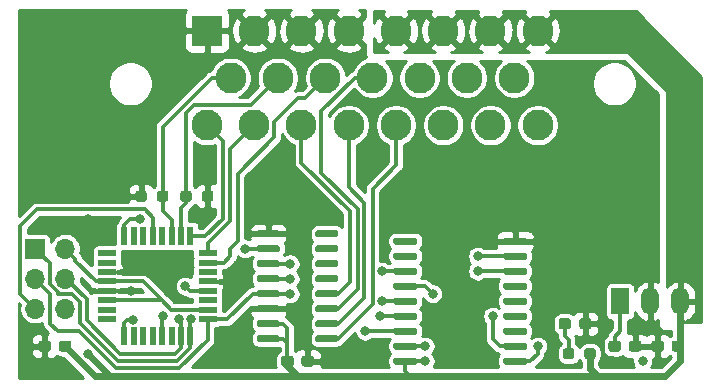
<source format=gbr>
%TF.GenerationSoftware,KiCad,Pcbnew,5.1.7-a382d34a8~88~ubuntu18.04.1*%
%TF.CreationDate,2021-02-25T09:45:04-05:00*%
%TF.ProjectId,PedalBaord,50656461-6c42-4616-9f72-642e6b696361,rev?*%
%TF.SameCoordinates,Original*%
%TF.FileFunction,Copper,L1,Top*%
%TF.FilePolarity,Positive*%
%FSLAX46Y46*%
G04 Gerber Fmt 4.6, Leading zero omitted, Abs format (unit mm)*
G04 Created by KiCad (PCBNEW 5.1.7-a382d34a8~88~ubuntu18.04.1) date 2021-02-25 09:45:04*
%MOMM*%
%LPD*%
G01*
G04 APERTURE LIST*
%TA.AperFunction,ComponentPad*%
%ADD10O,1.500000X2.300000*%
%TD*%
%TA.AperFunction,ComponentPad*%
%ADD11R,1.500000X2.300000*%
%TD*%
%TA.AperFunction,SMDPad,CuDef*%
%ADD12R,0.550000X1.600000*%
%TD*%
%TA.AperFunction,SMDPad,CuDef*%
%ADD13R,1.600000X0.550000*%
%TD*%
%TA.AperFunction,ComponentPad*%
%ADD14C,2.625000*%
%TD*%
%TA.AperFunction,ComponentPad*%
%ADD15R,2.625000X2.625000*%
%TD*%
%TA.AperFunction,ComponentPad*%
%ADD16O,1.700000X1.700000*%
%TD*%
%TA.AperFunction,ComponentPad*%
%ADD17R,1.700000X1.700000*%
%TD*%
%TA.AperFunction,ViaPad*%
%ADD18C,0.800000*%
%TD*%
%TA.AperFunction,Conductor*%
%ADD19C,0.600000*%
%TD*%
%TA.AperFunction,Conductor*%
%ADD20C,0.360000*%
%TD*%
%TA.AperFunction,Conductor*%
%ADD21C,0.254000*%
%TD*%
%TA.AperFunction,Conductor*%
%ADD22C,0.100000*%
%TD*%
G04 APERTURE END LIST*
%TO.P,U5,16*%
%TO.N,+5V*%
%TA.AperFunction,SMDPad,CuDef*%
G36*
G01*
X124230000Y-78590000D02*
X124230000Y-78890000D01*
G75*
G02*
X124080000Y-79040000I-150000J0D01*
G01*
X122430000Y-79040000D01*
G75*
G02*
X122280000Y-78890000I0J150000D01*
G01*
X122280000Y-78590000D01*
G75*
G02*
X122430000Y-78440000I150000J0D01*
G01*
X124080000Y-78440000D01*
G75*
G02*
X124230000Y-78590000I0J-150000D01*
G01*
G37*
%TD.AperFunction*%
%TO.P,U5,15*%
%TA.AperFunction,SMDPad,CuDef*%
G36*
G01*
X124230000Y-77320000D02*
X124230000Y-77620000D01*
G75*
G02*
X124080000Y-77770000I-150000J0D01*
G01*
X122430000Y-77770000D01*
G75*
G02*
X122280000Y-77620000I0J150000D01*
G01*
X122280000Y-77320000D01*
G75*
G02*
X122430000Y-77170000I150000J0D01*
G01*
X124080000Y-77170000D01*
G75*
G02*
X124230000Y-77320000I0J-150000D01*
G01*
G37*
%TD.AperFunction*%
%TO.P,U5,14*%
%TO.N,GND*%
%TA.AperFunction,SMDPad,CuDef*%
G36*
G01*
X124230000Y-76050000D02*
X124230000Y-76350000D01*
G75*
G02*
X124080000Y-76500000I-150000J0D01*
G01*
X122430000Y-76500000D01*
G75*
G02*
X122280000Y-76350000I0J150000D01*
G01*
X122280000Y-76050000D01*
G75*
G02*
X122430000Y-75900000I150000J0D01*
G01*
X124080000Y-75900000D01*
G75*
G02*
X124230000Y-76050000I0J-150000D01*
G01*
G37*
%TD.AperFunction*%
%TO.P,U5,13*%
%TO.N,/SCK*%
%TA.AperFunction,SMDPad,CuDef*%
G36*
G01*
X124230000Y-74780000D02*
X124230000Y-75080000D01*
G75*
G02*
X124080000Y-75230000I-150000J0D01*
G01*
X122430000Y-75230000D01*
G75*
G02*
X122280000Y-75080000I0J150000D01*
G01*
X122280000Y-74780000D01*
G75*
G02*
X122430000Y-74630000I150000J0D01*
G01*
X124080000Y-74630000D01*
G75*
G02*
X124230000Y-74780000I0J-150000D01*
G01*
G37*
%TD.AperFunction*%
%TO.P,U5,12*%
%TO.N,/MISO*%
%TA.AperFunction,SMDPad,CuDef*%
G36*
G01*
X124230000Y-73510000D02*
X124230000Y-73810000D01*
G75*
G02*
X124080000Y-73960000I-150000J0D01*
G01*
X122430000Y-73960000D01*
G75*
G02*
X122280000Y-73810000I0J150000D01*
G01*
X122280000Y-73510000D01*
G75*
G02*
X122430000Y-73360000I150000J0D01*
G01*
X124080000Y-73360000D01*
G75*
G02*
X124230000Y-73510000I0J-150000D01*
G01*
G37*
%TD.AperFunction*%
%TO.P,U5,11*%
%TO.N,/MOSI*%
%TA.AperFunction,SMDPad,CuDef*%
G36*
G01*
X124230000Y-72240000D02*
X124230000Y-72540000D01*
G75*
G02*
X124080000Y-72690000I-150000J0D01*
G01*
X122430000Y-72690000D01*
G75*
G02*
X122280000Y-72540000I0J150000D01*
G01*
X122280000Y-72240000D01*
G75*
G02*
X122430000Y-72090000I150000J0D01*
G01*
X124080000Y-72090000D01*
G75*
G02*
X124230000Y-72240000I0J-150000D01*
G01*
G37*
%TD.AperFunction*%
%TO.P,U5,10*%
%TO.N,/ADC_CS*%
%TA.AperFunction,SMDPad,CuDef*%
G36*
G01*
X124230000Y-70970000D02*
X124230000Y-71270000D01*
G75*
G02*
X124080000Y-71420000I-150000J0D01*
G01*
X122430000Y-71420000D01*
G75*
G02*
X122280000Y-71270000I0J150000D01*
G01*
X122280000Y-70970000D01*
G75*
G02*
X122430000Y-70820000I150000J0D01*
G01*
X124080000Y-70820000D01*
G75*
G02*
X124230000Y-70970000I0J-150000D01*
G01*
G37*
%TD.AperFunction*%
%TO.P,U5,9*%
%TO.N,GND*%
%TA.AperFunction,SMDPad,CuDef*%
G36*
G01*
X124230000Y-69700000D02*
X124230000Y-70000000D01*
G75*
G02*
X124080000Y-70150000I-150000J0D01*
G01*
X122430000Y-70150000D01*
G75*
G02*
X122280000Y-70000000I0J150000D01*
G01*
X122280000Y-69700000D01*
G75*
G02*
X122430000Y-69550000I150000J0D01*
G01*
X124080000Y-69550000D01*
G75*
G02*
X124230000Y-69700000I0J-150000D01*
G01*
G37*
%TD.AperFunction*%
%TO.P,U5,8*%
%TO.N,N/C*%
%TA.AperFunction,SMDPad,CuDef*%
G36*
G01*
X129180000Y-69700000D02*
X129180000Y-70000000D01*
G75*
G02*
X129030000Y-70150000I-150000J0D01*
G01*
X127380000Y-70150000D01*
G75*
G02*
X127230000Y-70000000I0J150000D01*
G01*
X127230000Y-69700000D01*
G75*
G02*
X127380000Y-69550000I150000J0D01*
G01*
X129030000Y-69550000D01*
G75*
G02*
X129180000Y-69700000I0J-150000D01*
G01*
G37*
%TD.AperFunction*%
%TO.P,U5,7*%
%TA.AperFunction,SMDPad,CuDef*%
G36*
G01*
X129180000Y-70970000D02*
X129180000Y-71270000D01*
G75*
G02*
X129030000Y-71420000I-150000J0D01*
G01*
X127380000Y-71420000D01*
G75*
G02*
X127230000Y-71270000I0J150000D01*
G01*
X127230000Y-70970000D01*
G75*
G02*
X127380000Y-70820000I150000J0D01*
G01*
X129030000Y-70820000D01*
G75*
G02*
X129180000Y-70970000I0J-150000D01*
G01*
G37*
%TD.AperFunction*%
%TO.P,U5,6*%
%TA.AperFunction,SMDPad,CuDef*%
G36*
G01*
X129180000Y-72240000D02*
X129180000Y-72540000D01*
G75*
G02*
X129030000Y-72690000I-150000J0D01*
G01*
X127380000Y-72690000D01*
G75*
G02*
X127230000Y-72540000I0J150000D01*
G01*
X127230000Y-72240000D01*
G75*
G02*
X127380000Y-72090000I150000J0D01*
G01*
X129030000Y-72090000D01*
G75*
G02*
X129180000Y-72240000I0J-150000D01*
G01*
G37*
%TD.AperFunction*%
%TO.P,U5,5*%
%TA.AperFunction,SMDPad,CuDef*%
G36*
G01*
X129180000Y-73510000D02*
X129180000Y-73810000D01*
G75*
G02*
X129030000Y-73960000I-150000J0D01*
G01*
X127380000Y-73960000D01*
G75*
G02*
X127230000Y-73810000I0J150000D01*
G01*
X127230000Y-73510000D01*
G75*
G02*
X127380000Y-73360000I150000J0D01*
G01*
X129030000Y-73360000D01*
G75*
G02*
X129180000Y-73510000I0J-150000D01*
G01*
G37*
%TD.AperFunction*%
%TO.P,U5,4*%
%TO.N,/DAMPER_R*%
%TA.AperFunction,SMDPad,CuDef*%
G36*
G01*
X129180000Y-74780000D02*
X129180000Y-75080000D01*
G75*
G02*
X129030000Y-75230000I-150000J0D01*
G01*
X127380000Y-75230000D01*
G75*
G02*
X127230000Y-75080000I0J150000D01*
G01*
X127230000Y-74780000D01*
G75*
G02*
X127380000Y-74630000I150000J0D01*
G01*
X129030000Y-74630000D01*
G75*
G02*
X129180000Y-74780000I0J-150000D01*
G01*
G37*
%TD.AperFunction*%
%TO.P,U5,3*%
%TO.N,/DAMPER_L*%
%TA.AperFunction,SMDPad,CuDef*%
G36*
G01*
X129180000Y-76050000D02*
X129180000Y-76350000D01*
G75*
G02*
X129030000Y-76500000I-150000J0D01*
G01*
X127380000Y-76500000D01*
G75*
G02*
X127230000Y-76350000I0J150000D01*
G01*
X127230000Y-76050000D01*
G75*
G02*
X127380000Y-75900000I150000J0D01*
G01*
X129030000Y-75900000D01*
G75*
G02*
X129180000Y-76050000I0J-150000D01*
G01*
G37*
%TD.AperFunction*%
%TO.P,U5,2*%
%TO.N,/WHEEL_R*%
%TA.AperFunction,SMDPad,CuDef*%
G36*
G01*
X129180000Y-77320000D02*
X129180000Y-77620000D01*
G75*
G02*
X129030000Y-77770000I-150000J0D01*
G01*
X127380000Y-77770000D01*
G75*
G02*
X127230000Y-77620000I0J150000D01*
G01*
X127230000Y-77320000D01*
G75*
G02*
X127380000Y-77170000I150000J0D01*
G01*
X129030000Y-77170000D01*
G75*
G02*
X129180000Y-77320000I0J-150000D01*
G01*
G37*
%TD.AperFunction*%
%TO.P,U5,1*%
%TO.N,/WHEEL_L*%
%TA.AperFunction,SMDPad,CuDef*%
G36*
G01*
X129180000Y-78590000D02*
X129180000Y-78890000D01*
G75*
G02*
X129030000Y-79040000I-150000J0D01*
G01*
X127380000Y-79040000D01*
G75*
G02*
X127230000Y-78890000I0J150000D01*
G01*
X127230000Y-78590000D01*
G75*
G02*
X127380000Y-78440000I150000J0D01*
G01*
X129030000Y-78440000D01*
G75*
G02*
X129180000Y-78590000I0J-150000D01*
G01*
G37*
%TD.AperFunction*%
%TD*%
%TO.P,C7,2*%
%TO.N,GND*%
%TA.AperFunction,SMDPad,CuDef*%
G36*
G01*
X126055000Y-80882500D02*
X126055000Y-80407500D01*
G75*
G02*
X126292500Y-80170000I237500J0D01*
G01*
X126892500Y-80170000D01*
G75*
G02*
X127130000Y-80407500I0J-237500D01*
G01*
X127130000Y-80882500D01*
G75*
G02*
X126892500Y-81120000I-237500J0D01*
G01*
X126292500Y-81120000D01*
G75*
G02*
X126055000Y-80882500I0J237500D01*
G01*
G37*
%TD.AperFunction*%
%TO.P,C7,1*%
%TO.N,+5V*%
%TA.AperFunction,SMDPad,CuDef*%
G36*
G01*
X124330000Y-80882500D02*
X124330000Y-80407500D01*
G75*
G02*
X124567500Y-80170000I237500J0D01*
G01*
X125167500Y-80170000D01*
G75*
G02*
X125405000Y-80407500I0J-237500D01*
G01*
X125405000Y-80882500D01*
G75*
G02*
X125167500Y-81120000I-237500J0D01*
G01*
X124567500Y-81120000D01*
G75*
G02*
X124330000Y-80882500I0J237500D01*
G01*
G37*
%TD.AperFunction*%
%TD*%
%TO.P,U3,18*%
%TO.N,+5V*%
%TA.AperFunction,SMDPad,CuDef*%
G36*
G01*
X135870000Y-80495000D02*
X135870000Y-80795000D01*
G75*
G02*
X135720000Y-80945000I-150000J0D01*
G01*
X133970000Y-80945000D01*
G75*
G02*
X133820000Y-80795000I0J150000D01*
G01*
X133820000Y-80495000D01*
G75*
G02*
X133970000Y-80345000I150000J0D01*
G01*
X135720000Y-80345000D01*
G75*
G02*
X135870000Y-80495000I0J-150000D01*
G01*
G37*
%TD.AperFunction*%
%TO.P,U3,17*%
%TO.N,Net-(R4-Pad2)*%
%TA.AperFunction,SMDPad,CuDef*%
G36*
G01*
X135870000Y-79225000D02*
X135870000Y-79525000D01*
G75*
G02*
X135720000Y-79675000I-150000J0D01*
G01*
X133970000Y-79675000D01*
G75*
G02*
X133820000Y-79525000I0J150000D01*
G01*
X133820000Y-79225000D01*
G75*
G02*
X133970000Y-79075000I150000J0D01*
G01*
X135720000Y-79075000D01*
G75*
G02*
X135870000Y-79225000I0J-150000D01*
G01*
G37*
%TD.AperFunction*%
%TO.P,U3,16*%
%TO.N,/CAN_CS*%
%TA.AperFunction,SMDPad,CuDef*%
G36*
G01*
X135870000Y-77955000D02*
X135870000Y-78255000D01*
G75*
G02*
X135720000Y-78405000I-150000J0D01*
G01*
X133970000Y-78405000D01*
G75*
G02*
X133820000Y-78255000I0J150000D01*
G01*
X133820000Y-77955000D01*
G75*
G02*
X133970000Y-77805000I150000J0D01*
G01*
X135720000Y-77805000D01*
G75*
G02*
X135870000Y-77955000I0J-150000D01*
G01*
G37*
%TD.AperFunction*%
%TO.P,U3,15*%
%TO.N,/MISO*%
%TA.AperFunction,SMDPad,CuDef*%
G36*
G01*
X135870000Y-76685000D02*
X135870000Y-76985000D01*
G75*
G02*
X135720000Y-77135000I-150000J0D01*
G01*
X133970000Y-77135000D01*
G75*
G02*
X133820000Y-76985000I0J150000D01*
G01*
X133820000Y-76685000D01*
G75*
G02*
X133970000Y-76535000I150000J0D01*
G01*
X135720000Y-76535000D01*
G75*
G02*
X135870000Y-76685000I0J-150000D01*
G01*
G37*
%TD.AperFunction*%
%TO.P,U3,14*%
%TO.N,/MOSI*%
%TA.AperFunction,SMDPad,CuDef*%
G36*
G01*
X135870000Y-75415000D02*
X135870000Y-75715000D01*
G75*
G02*
X135720000Y-75865000I-150000J0D01*
G01*
X133970000Y-75865000D01*
G75*
G02*
X133820000Y-75715000I0J150000D01*
G01*
X133820000Y-75415000D01*
G75*
G02*
X133970000Y-75265000I150000J0D01*
G01*
X135720000Y-75265000D01*
G75*
G02*
X135870000Y-75415000I0J-150000D01*
G01*
G37*
%TD.AperFunction*%
%TO.P,U3,13*%
%TO.N,/SCK*%
%TA.AperFunction,SMDPad,CuDef*%
G36*
G01*
X135870000Y-74145000D02*
X135870000Y-74445000D01*
G75*
G02*
X135720000Y-74595000I-150000J0D01*
G01*
X133970000Y-74595000D01*
G75*
G02*
X133820000Y-74445000I0J150000D01*
G01*
X133820000Y-74145000D01*
G75*
G02*
X133970000Y-73995000I150000J0D01*
G01*
X135720000Y-73995000D01*
G75*
G02*
X135870000Y-74145000I0J-150000D01*
G01*
G37*
%TD.AperFunction*%
%TO.P,U3,12*%
%TO.N,/CAN_INT*%
%TA.AperFunction,SMDPad,CuDef*%
G36*
G01*
X135870000Y-72875000D02*
X135870000Y-73175000D01*
G75*
G02*
X135720000Y-73325000I-150000J0D01*
G01*
X133970000Y-73325000D01*
G75*
G02*
X133820000Y-73175000I0J150000D01*
G01*
X133820000Y-72875000D01*
G75*
G02*
X133970000Y-72725000I150000J0D01*
G01*
X135720000Y-72725000D01*
G75*
G02*
X135870000Y-72875000I0J-150000D01*
G01*
G37*
%TD.AperFunction*%
%TO.P,U3,11*%
%TO.N,N/C*%
%TA.AperFunction,SMDPad,CuDef*%
G36*
G01*
X135870000Y-71605000D02*
X135870000Y-71905000D01*
G75*
G02*
X135720000Y-72055000I-150000J0D01*
G01*
X133970000Y-72055000D01*
G75*
G02*
X133820000Y-71905000I0J150000D01*
G01*
X133820000Y-71605000D01*
G75*
G02*
X133970000Y-71455000I150000J0D01*
G01*
X135720000Y-71455000D01*
G75*
G02*
X135870000Y-71605000I0J-150000D01*
G01*
G37*
%TD.AperFunction*%
%TO.P,U3,10*%
%TA.AperFunction,SMDPad,CuDef*%
G36*
G01*
X135870000Y-70335000D02*
X135870000Y-70635000D01*
G75*
G02*
X135720000Y-70785000I-150000J0D01*
G01*
X133970000Y-70785000D01*
G75*
G02*
X133820000Y-70635000I0J150000D01*
G01*
X133820000Y-70335000D01*
G75*
G02*
X133970000Y-70185000I150000J0D01*
G01*
X135720000Y-70185000D01*
G75*
G02*
X135870000Y-70335000I0J-150000D01*
G01*
G37*
%TD.AperFunction*%
%TO.P,U3,9*%
%TO.N,GND*%
%TA.AperFunction,SMDPad,CuDef*%
G36*
G01*
X145170000Y-70335000D02*
X145170000Y-70635000D01*
G75*
G02*
X145020000Y-70785000I-150000J0D01*
G01*
X143270000Y-70785000D01*
G75*
G02*
X143120000Y-70635000I0J150000D01*
G01*
X143120000Y-70335000D01*
G75*
G02*
X143270000Y-70185000I150000J0D01*
G01*
X145020000Y-70185000D01*
G75*
G02*
X145170000Y-70335000I0J-150000D01*
G01*
G37*
%TD.AperFunction*%
%TO.P,U3,8*%
%TO.N,Net-(U3-Pad8)*%
%TA.AperFunction,SMDPad,CuDef*%
G36*
G01*
X145170000Y-71605000D02*
X145170000Y-71905000D01*
G75*
G02*
X145020000Y-72055000I-150000J0D01*
G01*
X143270000Y-72055000D01*
G75*
G02*
X143120000Y-71905000I0J150000D01*
G01*
X143120000Y-71605000D01*
G75*
G02*
X143270000Y-71455000I150000J0D01*
G01*
X145020000Y-71455000D01*
G75*
G02*
X145170000Y-71605000I0J-150000D01*
G01*
G37*
%TD.AperFunction*%
%TO.P,U3,7*%
%TO.N,Net-(U3-Pad7)*%
%TA.AperFunction,SMDPad,CuDef*%
G36*
G01*
X145170000Y-72875000D02*
X145170000Y-73175000D01*
G75*
G02*
X145020000Y-73325000I-150000J0D01*
G01*
X143270000Y-73325000D01*
G75*
G02*
X143120000Y-73175000I0J150000D01*
G01*
X143120000Y-72875000D01*
G75*
G02*
X143270000Y-72725000I150000J0D01*
G01*
X145020000Y-72725000D01*
G75*
G02*
X145170000Y-72875000I0J-150000D01*
G01*
G37*
%TD.AperFunction*%
%TO.P,U3,6*%
%TO.N,N/C*%
%TA.AperFunction,SMDPad,CuDef*%
G36*
G01*
X145170000Y-74145000D02*
X145170000Y-74445000D01*
G75*
G02*
X145020000Y-74595000I-150000J0D01*
G01*
X143270000Y-74595000D01*
G75*
G02*
X143120000Y-74445000I0J150000D01*
G01*
X143120000Y-74145000D01*
G75*
G02*
X143270000Y-73995000I150000J0D01*
G01*
X145020000Y-73995000D01*
G75*
G02*
X145170000Y-74145000I0J-150000D01*
G01*
G37*
%TD.AperFunction*%
%TO.P,U3,5*%
%TA.AperFunction,SMDPad,CuDef*%
G36*
G01*
X145170000Y-75415000D02*
X145170000Y-75715000D01*
G75*
G02*
X145020000Y-75865000I-150000J0D01*
G01*
X143270000Y-75865000D01*
G75*
G02*
X143120000Y-75715000I0J150000D01*
G01*
X143120000Y-75415000D01*
G75*
G02*
X143270000Y-75265000I150000J0D01*
G01*
X145020000Y-75265000D01*
G75*
G02*
X145170000Y-75415000I0J-150000D01*
G01*
G37*
%TD.AperFunction*%
%TO.P,U3,4*%
%TA.AperFunction,SMDPad,CuDef*%
G36*
G01*
X145170000Y-76685000D02*
X145170000Y-76985000D01*
G75*
G02*
X145020000Y-77135000I-150000J0D01*
G01*
X143270000Y-77135000D01*
G75*
G02*
X143120000Y-76985000I0J150000D01*
G01*
X143120000Y-76685000D01*
G75*
G02*
X143270000Y-76535000I150000J0D01*
G01*
X145020000Y-76535000D01*
G75*
G02*
X145170000Y-76685000I0J-150000D01*
G01*
G37*
%TD.AperFunction*%
%TO.P,U3,3*%
%TA.AperFunction,SMDPad,CuDef*%
G36*
G01*
X145170000Y-77955000D02*
X145170000Y-78255000D01*
G75*
G02*
X145020000Y-78405000I-150000J0D01*
G01*
X143270000Y-78405000D01*
G75*
G02*
X143120000Y-78255000I0J150000D01*
G01*
X143120000Y-77955000D01*
G75*
G02*
X143270000Y-77805000I150000J0D01*
G01*
X145020000Y-77805000D01*
G75*
G02*
X145170000Y-77955000I0J-150000D01*
G01*
G37*
%TD.AperFunction*%
%TO.P,U3,2*%
%TO.N,/RXCAN*%
%TA.AperFunction,SMDPad,CuDef*%
G36*
G01*
X145170000Y-79225000D02*
X145170000Y-79525000D01*
G75*
G02*
X145020000Y-79675000I-150000J0D01*
G01*
X143270000Y-79675000D01*
G75*
G02*
X143120000Y-79525000I0J150000D01*
G01*
X143120000Y-79225000D01*
G75*
G02*
X143270000Y-79075000I150000J0D01*
G01*
X145020000Y-79075000D01*
G75*
G02*
X145170000Y-79225000I0J-150000D01*
G01*
G37*
%TD.AperFunction*%
%TO.P,U3,1*%
%TO.N,/TXCAN*%
%TA.AperFunction,SMDPad,CuDef*%
G36*
G01*
X145170000Y-80495000D02*
X145170000Y-80795000D01*
G75*
G02*
X145020000Y-80945000I-150000J0D01*
G01*
X143270000Y-80945000D01*
G75*
G02*
X143120000Y-80795000I0J150000D01*
G01*
X143120000Y-80495000D01*
G75*
G02*
X143270000Y-80345000I150000J0D01*
G01*
X145020000Y-80345000D01*
G75*
G02*
X145170000Y-80495000I0J-150000D01*
G01*
G37*
%TD.AperFunction*%
%TD*%
D10*
%TO.P,U2,3*%
%TO.N,+5V*%
X158115000Y-75565000D03*
%TO.P,U2,2*%
%TO.N,GND*%
X155575000Y-75565000D03*
D11*
%TO.P,U2,1*%
%TO.N,Net-(C3-Pad1)*%
X153035000Y-75565000D03*
%TD*%
D12*
%TO.P,U1,32*%
%TO.N,/CAN_INT*%
X111060000Y-70045000D03*
%TO.P,U1,31*%
%TO.N,N/C*%
X111860000Y-70045000D03*
%TO.P,U1,30*%
X112660000Y-70045000D03*
%TO.P,U1,29*%
%TO.N,/RESET*%
X113460000Y-70045000D03*
%TO.P,U1,28*%
%TO.N,N/C*%
X114260000Y-70045000D03*
%TO.P,U1,27*%
%TO.N,/ACC0*%
X115060000Y-70045000D03*
%TO.P,U1,26*%
%TO.N,/ACC1*%
X115860000Y-70045000D03*
%TO.P,U1,25*%
%TO.N,/BRAKE0*%
X116660000Y-70045000D03*
D13*
%TO.P,U1,24*%
%TO.N,/BRAKE1*%
X118110000Y-71495000D03*
%TO.P,U1,23*%
%TO.N,/STEER*%
X118110000Y-72295000D03*
%TO.P,U1,22*%
%TO.N,N/C*%
X118110000Y-73095000D03*
%TO.P,U1,21*%
%TO.N,GND*%
X118110000Y-73895000D03*
%TO.P,U1,20*%
%TO.N,Net-(C2-Pad1)*%
X118110000Y-74695000D03*
%TO.P,U1,19*%
%TO.N,N/C*%
X118110000Y-75495000D03*
%TO.P,U1,18*%
%TO.N,+5V*%
X118110000Y-76295000D03*
%TO.P,U1,17*%
%TO.N,/SCK*%
X118110000Y-77095000D03*
D12*
%TO.P,U1,16*%
%TO.N,/MISO*%
X116660000Y-78545000D03*
%TO.P,U1,15*%
%TO.N,/MOSI*%
X115860000Y-78545000D03*
%TO.P,U1,14*%
%TO.N,N/C*%
X115060000Y-78545000D03*
%TO.P,U1,13*%
%TO.N,/ADC_CS*%
X114260000Y-78545000D03*
%TO.P,U1,12*%
%TO.N,N/C*%
X113460000Y-78545000D03*
%TO.P,U1,11*%
X112660000Y-78545000D03*
%TO.P,U1,10*%
X111860000Y-78545000D03*
%TO.P,U1,9*%
%TO.N,/CAN_CS*%
X111060000Y-78545000D03*
D13*
%TO.P,U1,8*%
%TO.N,N/C*%
X109610000Y-77095000D03*
%TO.P,U1,7*%
X109610000Y-76295000D03*
%TO.P,U1,6*%
%TO.N,+5V*%
X109610000Y-75495000D03*
%TO.P,U1,5*%
%TO.N,GND*%
X109610000Y-74695000D03*
%TO.P,U1,4*%
%TO.N,+5V*%
X109610000Y-73895000D03*
%TO.P,U1,3*%
%TO.N,GND*%
X109610000Y-73095000D03*
%TO.P,U1,2*%
%TO.N,N/C*%
X109610000Y-72295000D03*
%TO.P,U1,1*%
X109610000Y-71495000D03*
%TD*%
%TO.P,R3,2*%
%TO.N,+5V*%
%TA.AperFunction,SMDPad,CuDef*%
G36*
G01*
X150007500Y-80247500D02*
X150007500Y-79772500D01*
G75*
G02*
X150245000Y-79535000I237500J0D01*
G01*
X150745000Y-79535000D01*
G75*
G02*
X150982500Y-79772500I0J-237500D01*
G01*
X150982500Y-80247500D01*
G75*
G02*
X150745000Y-80485000I-237500J0D01*
G01*
X150245000Y-80485000D01*
G75*
G02*
X150007500Y-80247500I0J237500D01*
G01*
G37*
%TD.AperFunction*%
%TO.P,R3,1*%
%TO.N,Net-(D1-Pad2)*%
%TA.AperFunction,SMDPad,CuDef*%
G36*
G01*
X148182500Y-80247500D02*
X148182500Y-79772500D01*
G75*
G02*
X148420000Y-79535000I237500J0D01*
G01*
X148920000Y-79535000D01*
G75*
G02*
X149157500Y-79772500I0J-237500D01*
G01*
X149157500Y-80247500D01*
G75*
G02*
X148920000Y-80485000I-237500J0D01*
G01*
X148420000Y-80485000D01*
G75*
G02*
X148182500Y-80247500I0J237500D01*
G01*
G37*
%TD.AperFunction*%
%TD*%
%TO.P,R2,2*%
%TO.N,GND*%
%TA.AperFunction,SMDPad,CuDef*%
G36*
G01*
X117622500Y-66912500D02*
X117622500Y-66437500D01*
G75*
G02*
X117860000Y-66200000I237500J0D01*
G01*
X118360000Y-66200000D01*
G75*
G02*
X118597500Y-66437500I0J-237500D01*
G01*
X118597500Y-66912500D01*
G75*
G02*
X118360000Y-67150000I-237500J0D01*
G01*
X117860000Y-67150000D01*
G75*
G02*
X117622500Y-66912500I0J237500D01*
G01*
G37*
%TD.AperFunction*%
%TO.P,R2,1*%
%TO.N,/ACC1*%
%TA.AperFunction,SMDPad,CuDef*%
G36*
G01*
X115797500Y-66912500D02*
X115797500Y-66437500D01*
G75*
G02*
X116035000Y-66200000I237500J0D01*
G01*
X116535000Y-66200000D01*
G75*
G02*
X116772500Y-66437500I0J-237500D01*
G01*
X116772500Y-66912500D01*
G75*
G02*
X116535000Y-67150000I-237500J0D01*
G01*
X116035000Y-67150000D01*
G75*
G02*
X115797500Y-66912500I0J237500D01*
G01*
G37*
%TD.AperFunction*%
%TD*%
%TO.P,R1,2*%
%TO.N,GND*%
%TA.AperFunction,SMDPad,CuDef*%
G36*
G01*
X112962500Y-66437500D02*
X112962500Y-66912500D01*
G75*
G02*
X112725000Y-67150000I-237500J0D01*
G01*
X112225000Y-67150000D01*
G75*
G02*
X111987500Y-66912500I0J237500D01*
G01*
X111987500Y-66437500D01*
G75*
G02*
X112225000Y-66200000I237500J0D01*
G01*
X112725000Y-66200000D01*
G75*
G02*
X112962500Y-66437500I0J-237500D01*
G01*
G37*
%TD.AperFunction*%
%TO.P,R1,1*%
%TO.N,/ACC0*%
%TA.AperFunction,SMDPad,CuDef*%
G36*
G01*
X114787500Y-66437500D02*
X114787500Y-66912500D01*
G75*
G02*
X114550000Y-67150000I-237500J0D01*
G01*
X114050000Y-67150000D01*
G75*
G02*
X113812500Y-66912500I0J237500D01*
G01*
X113812500Y-66437500D01*
G75*
G02*
X114050000Y-66200000I237500J0D01*
G01*
X114550000Y-66200000D01*
G75*
G02*
X114787500Y-66437500I0J-237500D01*
G01*
G37*
%TD.AperFunction*%
%TD*%
D14*
%TO.P,J2,22*%
%TO.N,/CAN-*%
X142060000Y-60660000D03*
%TO.P,J2,21*%
%TO.N,/CAN+*%
X138060000Y-60660000D03*
%TO.P,J2,20*%
%TO.N,/WHEEL_L*%
X134060000Y-60660000D03*
%TO.P,J2,19*%
%TO.N,/WHEEL_R*%
X130060000Y-60660000D03*
%TO.P,J2,18*%
%TO.N,/DAMPER_R*%
X126060000Y-60660000D03*
%TO.P,J2,17*%
%TO.N,/BRAKE1*%
X122060000Y-60660000D03*
%TO.P,J2,14*%
%TO.N,/CAN-*%
X140060000Y-56660000D03*
%TO.P,J2,13*%
%TO.N,/CAN+*%
X136060000Y-56660000D03*
%TO.P,J2,12*%
%TO.N,/DAMPER_L*%
X132060000Y-56660000D03*
%TO.P,J2,11*%
%TO.N,/STEER*%
X128060000Y-56660000D03*
%TO.P,J2,10*%
%TO.N,/ACC1*%
X124060000Y-56660000D03*
%TO.P,J2,7*%
%TO.N,+5V*%
X142060000Y-52660000D03*
%TO.P,J2,6*%
X138060000Y-52660000D03*
%TO.P,J2,5*%
X134060000Y-52660000D03*
%TO.P,J2,4*%
%TO.N,GND*%
X130060000Y-52660000D03*
%TO.P,J2,3*%
X126060000Y-52660000D03*
%TO.P,J2,2*%
X122060000Y-52660000D03*
%TO.P,J2,23*%
%TO.N,+12V*%
X146060000Y-60660000D03*
%TO.P,J2,16*%
%TO.N,/BRAKE0*%
X118060000Y-60660000D03*
%TO.P,J2,15*%
%TO.N,+12V*%
X144060000Y-56660000D03*
%TO.P,J2,9*%
%TO.N,/ACC0*%
X120060000Y-56660000D03*
%TO.P,J2,8*%
%TO.N,+5V*%
X146060000Y-52660000D03*
D15*
%TO.P,J2,1*%
%TO.N,GND*%
X118060000Y-52660000D03*
%TD*%
D16*
%TO.P,J1,6*%
%TO.N,GND*%
X106045000Y-76200000D03*
%TO.P,J1,5*%
%TO.N,/RESET*%
X103505000Y-76200000D03*
%TO.P,J1,4*%
%TO.N,/MOSI*%
X106045000Y-73660000D03*
%TO.P,J1,3*%
%TO.N,/SCK*%
X103505000Y-73660000D03*
%TO.P,J1,2*%
%TO.N,+5V*%
X106045000Y-71120000D03*
D17*
%TO.P,J1,1*%
%TO.N,/MISO*%
X103505000Y-71120000D03*
%TD*%
%TO.P,D1,2*%
%TO.N,Net-(D1-Pad2)*%
%TA.AperFunction,SMDPad,CuDef*%
G36*
G01*
X148875000Y-77232500D02*
X148875000Y-77707500D01*
G75*
G02*
X148637500Y-77945000I-237500J0D01*
G01*
X148062500Y-77945000D01*
G75*
G02*
X147825000Y-77707500I0J237500D01*
G01*
X147825000Y-77232500D01*
G75*
G02*
X148062500Y-76995000I237500J0D01*
G01*
X148637500Y-76995000D01*
G75*
G02*
X148875000Y-77232500I0J-237500D01*
G01*
G37*
%TD.AperFunction*%
%TO.P,D1,1*%
%TO.N,GND*%
%TA.AperFunction,SMDPad,CuDef*%
G36*
G01*
X150625000Y-77232500D02*
X150625000Y-77707500D01*
G75*
G02*
X150387500Y-77945000I-237500J0D01*
G01*
X149812500Y-77945000D01*
G75*
G02*
X149575000Y-77707500I0J237500D01*
G01*
X149575000Y-77232500D01*
G75*
G02*
X149812500Y-76995000I237500J0D01*
G01*
X150387500Y-76995000D01*
G75*
G02*
X150625000Y-77232500I0J-237500D01*
G01*
G37*
%TD.AperFunction*%
%TD*%
%TO.P,C4,2*%
%TO.N,GND*%
%TA.AperFunction,SMDPad,CuDef*%
G36*
G01*
X156747500Y-79137500D02*
X156747500Y-79612500D01*
G75*
G02*
X156510000Y-79850000I-237500J0D01*
G01*
X155910000Y-79850000D01*
G75*
G02*
X155672500Y-79612500I0J237500D01*
G01*
X155672500Y-79137500D01*
G75*
G02*
X155910000Y-78900000I237500J0D01*
G01*
X156510000Y-78900000D01*
G75*
G02*
X156747500Y-79137500I0J-237500D01*
G01*
G37*
%TD.AperFunction*%
%TO.P,C4,1*%
%TO.N,+5V*%
%TA.AperFunction,SMDPad,CuDef*%
G36*
G01*
X158472500Y-79137500D02*
X158472500Y-79612500D01*
G75*
G02*
X158235000Y-79850000I-237500J0D01*
G01*
X157635000Y-79850000D01*
G75*
G02*
X157397500Y-79612500I0J237500D01*
G01*
X157397500Y-79137500D01*
G75*
G02*
X157635000Y-78900000I237500J0D01*
G01*
X158235000Y-78900000D01*
G75*
G02*
X158472500Y-79137500I0J-237500D01*
G01*
G37*
%TD.AperFunction*%
%TD*%
%TO.P,C3,2*%
%TO.N,GND*%
%TA.AperFunction,SMDPad,CuDef*%
G36*
G01*
X153767500Y-79612500D02*
X153767500Y-79137500D01*
G75*
G02*
X154005000Y-78900000I237500J0D01*
G01*
X154605000Y-78900000D01*
G75*
G02*
X154842500Y-79137500I0J-237500D01*
G01*
X154842500Y-79612500D01*
G75*
G02*
X154605000Y-79850000I-237500J0D01*
G01*
X154005000Y-79850000D01*
G75*
G02*
X153767500Y-79612500I0J237500D01*
G01*
G37*
%TD.AperFunction*%
%TO.P,C3,1*%
%TO.N,Net-(C3-Pad1)*%
%TA.AperFunction,SMDPad,CuDef*%
G36*
G01*
X152042500Y-79612500D02*
X152042500Y-79137500D01*
G75*
G02*
X152280000Y-78900000I237500J0D01*
G01*
X152880000Y-78900000D01*
G75*
G02*
X153117500Y-79137500I0J-237500D01*
G01*
X153117500Y-79612500D01*
G75*
G02*
X152880000Y-79850000I-237500J0D01*
G01*
X152280000Y-79850000D01*
G75*
G02*
X152042500Y-79612500I0J237500D01*
G01*
G37*
%TD.AperFunction*%
%TD*%
%TO.P,C1,2*%
%TO.N,GND*%
%TA.AperFunction,SMDPad,CuDef*%
G36*
G01*
X104857500Y-79137500D02*
X104857500Y-79612500D01*
G75*
G02*
X104620000Y-79850000I-237500J0D01*
G01*
X104020000Y-79850000D01*
G75*
G02*
X103782500Y-79612500I0J237500D01*
G01*
X103782500Y-79137500D01*
G75*
G02*
X104020000Y-78900000I237500J0D01*
G01*
X104620000Y-78900000D01*
G75*
G02*
X104857500Y-79137500I0J-237500D01*
G01*
G37*
%TD.AperFunction*%
%TO.P,C1,1*%
%TO.N,+5V*%
%TA.AperFunction,SMDPad,CuDef*%
G36*
G01*
X106582500Y-79137500D02*
X106582500Y-79612500D01*
G75*
G02*
X106345000Y-79850000I-237500J0D01*
G01*
X105745000Y-79850000D01*
G75*
G02*
X105507500Y-79612500I0J237500D01*
G01*
X105507500Y-79137500D01*
G75*
G02*
X105745000Y-78900000I237500J0D01*
G01*
X106345000Y-78900000D01*
G75*
G02*
X106582500Y-79137500I0J-237500D01*
G01*
G37*
%TD.AperFunction*%
%TD*%
D18*
%TO.N,*%
X154940000Y-80645000D03*
%TO.N,GND*%
X118110000Y-63500000D03*
X111760000Y-72390000D03*
X107950000Y-68580000D03*
X118745000Y-80645000D03*
X120650000Y-80645000D03*
X130810000Y-80645000D03*
X132715000Y-80645000D03*
X152400000Y-80645000D03*
X149860000Y-75565000D03*
X111633000Y-74676000D03*
X119888000Y-73152000D03*
X102997000Y-81280000D03*
X104521000Y-81280000D03*
X105918000Y-81280000D03*
%TO.N,+5V*%
X107950000Y-80010000D03*
X136525000Y-80645000D03*
%TO.N,Net-(C2-Pad1)*%
X116205000Y-74295000D03*
%TO.N,/MOSI*%
X125095000Y-72390000D03*
X132860000Y-75530024D03*
X115709995Y-77075000D03*
%TO.N,/SCK*%
X125095000Y-74930000D03*
X137160000Y-74930000D03*
%TO.N,/MISO*%
X125095000Y-73660000D03*
X132715000Y-76835000D03*
X116709998Y-77075000D03*
X125095000Y-73660000D03*
%TO.N,Net-(R4-Pad2)*%
X136525000Y-79375000D03*
%TO.N,/CAN_INT*%
X132860000Y-73025000D03*
X112395000Y-68580000D03*
%TO.N,/CAN_CS*%
X111760000Y-77144998D03*
X131445000Y-78105000D03*
%TO.N,Net-(U3-Pad8)*%
X140970000Y-71755000D03*
%TO.N,Net-(U3-Pad7)*%
X140970000Y-73025000D03*
%TO.N,/RXCAN*%
X142240000Y-76835000D03*
%TO.N,/TXCAN*%
X146050000Y-79375000D03*
%TO.N,/ADC_CS*%
X114300000Y-76835000D03*
X121285000Y-71120000D03*
%TD*%
D19*
%TO.N,+5V*%
X108585000Y-81915000D02*
X106045000Y-79375000D01*
X158115000Y-75565000D02*
X158115000Y-80645000D01*
X158115000Y-80645000D02*
X156845000Y-81915000D01*
X126365000Y-81915000D02*
X125730000Y-81915000D01*
X124867500Y-81052500D02*
X124867500Y-80645000D01*
X125730000Y-81915000D02*
X124867500Y-81052500D01*
X133985000Y-81915000D02*
X132715000Y-81915000D01*
X133985000Y-81915000D02*
X126365000Y-81915000D01*
X152400000Y-81915000D02*
X151130000Y-81915000D01*
X156845000Y-81915000D02*
X152400000Y-81915000D01*
X150495000Y-81280000D02*
X150495000Y-80010000D01*
X151130000Y-81915000D02*
X150495000Y-81280000D01*
X109855000Y-81915000D02*
X107950000Y-80010000D01*
X112395000Y-81915000D02*
X109855000Y-81915000D01*
X112395000Y-81915000D02*
X108585000Y-81915000D01*
X126365000Y-81915000D02*
X112395000Y-81915000D01*
D20*
X111195000Y-75495000D02*
X109610000Y-75495000D01*
X111195000Y-75495000D02*
X114230000Y-75495000D01*
X115030000Y-76295000D02*
X118110000Y-76295000D01*
X114230000Y-75495000D02*
X115030000Y-76295000D01*
X108650998Y-73895000D02*
X109610000Y-73895000D01*
X106894999Y-72139001D02*
X108650998Y-73895000D01*
X106045000Y-71120000D02*
X106894999Y-71969999D01*
X106894999Y-71969999D02*
X106894999Y-72139001D01*
X123255000Y-78740000D02*
X124460000Y-78740000D01*
X124867500Y-79147500D02*
X124867500Y-80645000D01*
X124460000Y-78740000D02*
X124867500Y-79147500D01*
X123255000Y-77470000D02*
X124460000Y-77470000D01*
X124867500Y-77877500D02*
X124867500Y-79147500D01*
X124460000Y-77470000D02*
X124867500Y-77877500D01*
D19*
X136525000Y-81915000D02*
X133985000Y-81915000D01*
D20*
X136525000Y-81915000D02*
X135255000Y-81915000D01*
D19*
X152400000Y-81915000D02*
X136525000Y-81915000D01*
D20*
X134845000Y-81505000D02*
X134845000Y-80645000D01*
X135255000Y-81915000D02*
X134845000Y-81505000D01*
X112630000Y-73895000D02*
X114230000Y-75495000D01*
X109610000Y-73895000D02*
X112630000Y-73895000D01*
X136525000Y-80645000D02*
X134845000Y-80645000D01*
%TO.N,Net-(C2-Pad1)*%
X118110000Y-74695000D02*
X116605000Y-74695000D01*
X116605000Y-74695000D02*
X116205000Y-74295000D01*
%TO.N,Net-(C3-Pad1)*%
X152580000Y-79375000D02*
X152580000Y-78560000D01*
X153035000Y-78105000D02*
X153035000Y-75565000D01*
X152580000Y-78560000D02*
X153035000Y-78105000D01*
%TO.N,Net-(D1-Pad2)*%
X148350000Y-77470000D02*
X148350000Y-78500000D01*
X148670000Y-78820000D02*
X148670000Y-80010000D01*
X148350000Y-78500000D02*
X148670000Y-78820000D01*
%TO.N,/RESET*%
X112769401Y-67799999D02*
X103650001Y-67799999D01*
X113460000Y-70045000D02*
X113460000Y-68490598D01*
X113460000Y-68490598D02*
X112769401Y-67799999D01*
X103650001Y-67799999D02*
X102235000Y-69215000D01*
X102235000Y-74930000D02*
X103505000Y-76200000D01*
X102235000Y-69215000D02*
X102235000Y-74930000D01*
%TO.N,/MOSI*%
X115354002Y-80010000D02*
X110688346Y-80010000D01*
X115860000Y-78545000D02*
X115860000Y-79504002D01*
X115860000Y-79504002D02*
X115354002Y-80010000D01*
X106117375Y-73660000D02*
X106045000Y-73660000D01*
X107875010Y-75417635D02*
X106117375Y-73660000D01*
X110688346Y-80010000D02*
X107875010Y-77196664D01*
X107875010Y-77196664D02*
X107875010Y-75417635D01*
X123255000Y-72390000D02*
X125095000Y-72390000D01*
X134810024Y-75530024D02*
X134845000Y-75565000D01*
X132860000Y-75530024D02*
X134810024Y-75530024D01*
X115860000Y-78545000D02*
X115860000Y-77225005D01*
X115860000Y-77225005D02*
X115709995Y-77075000D01*
%TO.N,/SCK*%
X104775000Y-77470000D02*
X104775000Y-74930000D01*
X118110000Y-78854002D02*
X115729012Y-81234990D01*
X118110000Y-77095000D02*
X118110000Y-78854002D01*
X104775000Y-74930000D02*
X103505000Y-73660000D01*
X115729012Y-81234990D02*
X110329392Y-81234990D01*
X110329392Y-81234990D02*
X107199402Y-78105000D01*
X105410000Y-78105000D02*
X104775000Y-77470000D01*
X107199402Y-78105000D02*
X105410000Y-78105000D01*
X118110000Y-77095000D02*
X119755000Y-77095000D01*
X121920000Y-74930000D02*
X123255000Y-74930000D01*
X119755000Y-77095000D02*
X121920000Y-74930000D01*
X123255000Y-74930000D02*
X125095000Y-74930000D01*
X137160000Y-74930000D02*
X136525000Y-74295000D01*
X136525000Y-74295000D02*
X134845000Y-74295000D01*
%TO.N,/MISO*%
X115519002Y-80645000D02*
X110531374Y-80645000D01*
X116660000Y-78545000D02*
X116660000Y-79504002D01*
X116660000Y-79504002D02*
X115519002Y-80645000D01*
X110531374Y-80645000D02*
X107315000Y-77428626D01*
X107315000Y-75649598D02*
X106595402Y-74930000D01*
X107315000Y-77428626D02*
X107315000Y-75649598D01*
X104735001Y-72350001D02*
X103505000Y-71120000D01*
X105410000Y-74773028D02*
X104735001Y-74098029D01*
X104735001Y-74098029D02*
X104735001Y-72350001D01*
X106595402Y-74930000D02*
X105410000Y-74930000D01*
X123255000Y-73660000D02*
X125095000Y-73660000D01*
X132715000Y-76835000D02*
X134845000Y-76835000D01*
X116660000Y-78545000D02*
X116660000Y-77124998D01*
X116660000Y-77124998D02*
X116709998Y-77075000D01*
%TO.N,/ACC1*%
X121752501Y-58967499D02*
X116927501Y-58967499D01*
X124060000Y-56660000D02*
X121752501Y-58967499D01*
X116285000Y-59610000D02*
X116285000Y-66675000D01*
X116927501Y-58967499D02*
X116285000Y-59610000D01*
X116285000Y-66675000D02*
X116285000Y-67230000D01*
X115860000Y-67655000D02*
X115860000Y-70045000D01*
X116285000Y-67230000D02*
X115860000Y-67655000D01*
%TO.N,/ACC0*%
X114300000Y-60803028D02*
X114300000Y-66675000D01*
X120060000Y-56660000D02*
X118443028Y-56660000D01*
X118443028Y-56660000D02*
X114300000Y-60803028D01*
X114300000Y-66675000D02*
X114300000Y-67945000D01*
X115060000Y-68705000D02*
X115060000Y-70045000D01*
X114300000Y-67945000D02*
X115060000Y-68705000D01*
%TO.N,/BRAKE1*%
X122060000Y-60660000D02*
X120015000Y-62705000D01*
X120015000Y-62705000D02*
X120015000Y-68736972D01*
X118110000Y-70641972D02*
X118110000Y-71495000D01*
X120015000Y-68736972D02*
X118110000Y-70641972D01*
%TO.N,/BRAKE0*%
X118060000Y-60660000D02*
X118445000Y-60660000D01*
X118060000Y-60660000D02*
X119380000Y-61980000D01*
X119380000Y-61980000D02*
X119380000Y-68580000D01*
X117915000Y-70045000D02*
X116660000Y-70045000D01*
X119380000Y-68580000D02*
X117915000Y-70045000D01*
%TO.N,/STEER*%
X120015000Y-71755000D02*
X119475000Y-72295000D01*
X119475000Y-72295000D02*
X118110000Y-72295000D01*
X120015000Y-71120000D02*
X120015000Y-71755000D01*
X120650000Y-70485000D02*
X120015000Y-71120000D01*
X126367499Y-58352501D02*
X125797499Y-58352501D01*
X128060000Y-56660000D02*
X126367499Y-58352501D01*
X125797499Y-58352501D02*
X123752501Y-60397499D01*
X123752501Y-61667499D02*
X120650000Y-64770000D01*
X123752501Y-60397499D02*
X123752501Y-61667499D01*
X120650000Y-64770000D02*
X120650000Y-70485000D01*
%TO.N,Net-(R4-Pad2)*%
X136525000Y-79375000D02*
X134845000Y-79375000D01*
%TO.N,/CAN_INT*%
X134845000Y-73025000D02*
X132860000Y-73025000D01*
X111060000Y-69085998D02*
X111060000Y-70045000D01*
X111565998Y-68580000D02*
X111060000Y-69085998D01*
X112395000Y-68580000D02*
X111565998Y-68580000D01*
%TO.N,/CAN_CS*%
X111300002Y-77144998D02*
X111760000Y-77144998D01*
X111060000Y-78545000D02*
X111060000Y-77385000D01*
X111060000Y-77385000D02*
X111300002Y-77144998D01*
X131445000Y-78105000D02*
X134845000Y-78105000D01*
%TO.N,Net-(U3-Pad8)*%
X140970000Y-71755000D02*
X144145000Y-71755000D01*
%TO.N,Net-(U3-Pad7)*%
X140970000Y-73025000D02*
X144145000Y-73025000D01*
%TO.N,/RXCAN*%
X142240000Y-76835000D02*
X142240000Y-78740000D01*
X142875000Y-79375000D02*
X144145000Y-79375000D01*
X142240000Y-78740000D02*
X142875000Y-79375000D01*
%TO.N,/TXCAN*%
X146050000Y-79375000D02*
X146050000Y-80010000D01*
X145415000Y-80645000D02*
X144145000Y-80645000D01*
X146050000Y-80010000D02*
X145415000Y-80645000D01*
%TO.N,/DAMPER_R*%
X129180000Y-74930000D02*
X130175000Y-73935000D01*
X128205000Y-74930000D02*
X129180000Y-74930000D01*
X130175000Y-73935000D02*
X130175000Y-67945000D01*
X126060000Y-63830000D02*
X126060000Y-60660000D01*
X130175000Y-67945000D02*
X126060000Y-63830000D01*
%TO.N,/DAMPER_L*%
X129180000Y-76200000D02*
X130810000Y-74570000D01*
X128205000Y-76200000D02*
X129180000Y-76200000D01*
X130810000Y-74570000D02*
X130810000Y-67788028D01*
X130564902Y-56660000D02*
X132060000Y-56660000D01*
X127752501Y-59472401D02*
X130564902Y-56660000D01*
X130810000Y-67788028D02*
X127752501Y-64730529D01*
X127752501Y-64730529D02*
X127752501Y-59472401D01*
%TO.N,/WHEEL_L*%
X129180000Y-78740000D02*
X132080000Y-75840000D01*
X128205000Y-78740000D02*
X129180000Y-78740000D01*
X132080000Y-75840000D02*
X132080000Y-66040000D01*
X134060000Y-64060000D02*
X134060000Y-60660000D01*
X132080000Y-66040000D02*
X134060000Y-64060000D01*
%TO.N,/WHEEL_R*%
X131370010Y-75279990D02*
X131370010Y-67235010D01*
X128205000Y-77470000D02*
X129180000Y-77470000D01*
X129180000Y-77470000D02*
X131370010Y-75279990D01*
X130060000Y-65925000D02*
X130060000Y-60660000D01*
X131370010Y-67235010D02*
X130060000Y-65925000D01*
%TO.N,/ADC_CS*%
X114260000Y-78545000D02*
X114260000Y-76875000D01*
X114260000Y-76875000D02*
X114300000Y-76835000D01*
X121285000Y-71120000D02*
X123255000Y-71120000D01*
%TD*%
D21*
%TO.N,+5V*%
X133013190Y-51009344D02*
X132881477Y-51301872D01*
X134060000Y-52480395D01*
X135238523Y-51301872D01*
X135107006Y-51009780D01*
X137012815Y-51010177D01*
X136881477Y-51301872D01*
X138060000Y-52480395D01*
X139238523Y-51301872D01*
X139107382Y-51010614D01*
X141012440Y-51011010D01*
X140881477Y-51301872D01*
X142060000Y-52480395D01*
X143238523Y-51301872D01*
X143107757Y-51011447D01*
X145012065Y-51011844D01*
X144881477Y-51301872D01*
X146060000Y-52480395D01*
X147238523Y-51301872D01*
X147108132Y-51012280D01*
X154339181Y-51013787D01*
X159893000Y-56567606D01*
X159893000Y-77343000D01*
X158242002Y-77343000D01*
X158242002Y-77184657D01*
X158456185Y-77307318D01*
X158527684Y-77293173D01*
X158778868Y-77187142D01*
X159004540Y-77034145D01*
X159196028Y-76840061D01*
X159345972Y-76612349D01*
X159448611Y-76359760D01*
X159500000Y-76092000D01*
X159500000Y-75692000D01*
X158242000Y-75692000D01*
X158242000Y-75712000D01*
X157988000Y-75712000D01*
X157988000Y-75692000D01*
X157968000Y-75692000D01*
X157968000Y-75438000D01*
X157988000Y-75438000D01*
X157988000Y-73945344D01*
X158242000Y-73945344D01*
X158242000Y-75438000D01*
X159500000Y-75438000D01*
X159500000Y-75038000D01*
X159448611Y-74770240D01*
X159345972Y-74517651D01*
X159196028Y-74289939D01*
X159004540Y-74095855D01*
X158778868Y-73942858D01*
X158527684Y-73836827D01*
X158456185Y-73822682D01*
X158242000Y-73945344D01*
X157988000Y-73945344D01*
X157773815Y-73822682D01*
X157702316Y-73836827D01*
X157451132Y-73942858D01*
X157225460Y-74095855D01*
X157033972Y-74289939D01*
X156972000Y-74384053D01*
X156972000Y-57785000D01*
X156969560Y-57760224D01*
X156962333Y-57736399D01*
X156950597Y-57714443D01*
X156934803Y-57695197D01*
X153759803Y-54520197D01*
X153740557Y-54504403D01*
X153718601Y-54492667D01*
X153694776Y-54485440D01*
X153670000Y-54483000D01*
X146749930Y-54483000D01*
X146855048Y-54448142D01*
X147105081Y-54314496D01*
X147238523Y-54018128D01*
X146060000Y-52839605D01*
X144881477Y-54018128D01*
X145014919Y-54314496D01*
X145350624Y-54483000D01*
X142749930Y-54483000D01*
X142855048Y-54448142D01*
X143105081Y-54314496D01*
X143238523Y-54018128D01*
X142060000Y-52839605D01*
X140881477Y-54018128D01*
X141014919Y-54314496D01*
X141350624Y-54483000D01*
X138749930Y-54483000D01*
X138855048Y-54448142D01*
X139105081Y-54314496D01*
X139238523Y-54018128D01*
X138060000Y-52839605D01*
X136881477Y-54018128D01*
X137014919Y-54314496D01*
X137350624Y-54483000D01*
X134749930Y-54483000D01*
X134855048Y-54448142D01*
X135105081Y-54314496D01*
X135238523Y-54018128D01*
X134060000Y-52839605D01*
X132881477Y-54018128D01*
X133014919Y-54314496D01*
X133350624Y-54483000D01*
X132207000Y-54483000D01*
X132207000Y-53259461D01*
X132271858Y-53455048D01*
X132405504Y-53705081D01*
X132701872Y-53838523D01*
X133880395Y-52660000D01*
X134239605Y-52660000D01*
X135418128Y-53838523D01*
X135714496Y-53705081D01*
X135886590Y-53362224D01*
X135988490Y-52992380D01*
X136008981Y-52710236D01*
X136103721Y-52710236D01*
X136151111Y-53090921D01*
X136271858Y-53455048D01*
X136405504Y-53705081D01*
X136701872Y-53838523D01*
X137880395Y-52660000D01*
X138239605Y-52660000D01*
X139418128Y-53838523D01*
X139714496Y-53705081D01*
X139886590Y-53362224D01*
X139988490Y-52992380D01*
X140008981Y-52710236D01*
X140103721Y-52710236D01*
X140151111Y-53090921D01*
X140271858Y-53455048D01*
X140405504Y-53705081D01*
X140701872Y-53838523D01*
X141880395Y-52660000D01*
X142239605Y-52660000D01*
X143418128Y-53838523D01*
X143714496Y-53705081D01*
X143886590Y-53362224D01*
X143988490Y-52992380D01*
X144008981Y-52710236D01*
X144103721Y-52710236D01*
X144151111Y-53090921D01*
X144271858Y-53455048D01*
X144405504Y-53705081D01*
X144701872Y-53838523D01*
X145880395Y-52660000D01*
X146239605Y-52660000D01*
X147418128Y-53838523D01*
X147714496Y-53705081D01*
X147886590Y-53362224D01*
X147988490Y-52992380D01*
X148016279Y-52609764D01*
X147968889Y-52229079D01*
X147848142Y-51864952D01*
X147714496Y-51614919D01*
X147418128Y-51481477D01*
X146239605Y-52660000D01*
X145880395Y-52660000D01*
X144701872Y-51481477D01*
X144405504Y-51614919D01*
X144233410Y-51957776D01*
X144131510Y-52327620D01*
X144103721Y-52710236D01*
X144008981Y-52710236D01*
X144016279Y-52609764D01*
X143968889Y-52229079D01*
X143848142Y-51864952D01*
X143714496Y-51614919D01*
X143418128Y-51481477D01*
X142239605Y-52660000D01*
X141880395Y-52660000D01*
X140701872Y-51481477D01*
X140405504Y-51614919D01*
X140233410Y-51957776D01*
X140131510Y-52327620D01*
X140103721Y-52710236D01*
X140008981Y-52710236D01*
X140016279Y-52609764D01*
X139968889Y-52229079D01*
X139848142Y-51864952D01*
X139714496Y-51614919D01*
X139418128Y-51481477D01*
X138239605Y-52660000D01*
X137880395Y-52660000D01*
X136701872Y-51481477D01*
X136405504Y-51614919D01*
X136233410Y-51957776D01*
X136131510Y-52327620D01*
X136103721Y-52710236D01*
X136008981Y-52710236D01*
X136016279Y-52609764D01*
X135968889Y-52229079D01*
X135848142Y-51864952D01*
X135714496Y-51614919D01*
X135418128Y-51481477D01*
X134239605Y-52660000D01*
X133880395Y-52660000D01*
X132701872Y-51481477D01*
X132405504Y-51614919D01*
X132233410Y-51957776D01*
X132207000Y-52053631D01*
X132207000Y-51009176D01*
X133013190Y-51009344D01*
%TA.AperFunction,Conductor*%
D22*
G36*
X133013190Y-51009344D02*
G01*
X132881477Y-51301872D01*
X134060000Y-52480395D01*
X135238523Y-51301872D01*
X135107006Y-51009780D01*
X137012815Y-51010177D01*
X136881477Y-51301872D01*
X138060000Y-52480395D01*
X139238523Y-51301872D01*
X139107382Y-51010614D01*
X141012440Y-51011010D01*
X140881477Y-51301872D01*
X142060000Y-52480395D01*
X143238523Y-51301872D01*
X143107757Y-51011447D01*
X145012065Y-51011844D01*
X144881477Y-51301872D01*
X146060000Y-52480395D01*
X147238523Y-51301872D01*
X147108132Y-51012280D01*
X154339181Y-51013787D01*
X159893000Y-56567606D01*
X159893000Y-77343000D01*
X158242002Y-77343000D01*
X158242002Y-77184657D01*
X158456185Y-77307318D01*
X158527684Y-77293173D01*
X158778868Y-77187142D01*
X159004540Y-77034145D01*
X159196028Y-76840061D01*
X159345972Y-76612349D01*
X159448611Y-76359760D01*
X159500000Y-76092000D01*
X159500000Y-75692000D01*
X158242000Y-75692000D01*
X158242000Y-75712000D01*
X157988000Y-75712000D01*
X157988000Y-75692000D01*
X157968000Y-75692000D01*
X157968000Y-75438000D01*
X157988000Y-75438000D01*
X157988000Y-73945344D01*
X158242000Y-73945344D01*
X158242000Y-75438000D01*
X159500000Y-75438000D01*
X159500000Y-75038000D01*
X159448611Y-74770240D01*
X159345972Y-74517651D01*
X159196028Y-74289939D01*
X159004540Y-74095855D01*
X158778868Y-73942858D01*
X158527684Y-73836827D01*
X158456185Y-73822682D01*
X158242000Y-73945344D01*
X157988000Y-73945344D01*
X157773815Y-73822682D01*
X157702316Y-73836827D01*
X157451132Y-73942858D01*
X157225460Y-74095855D01*
X157033972Y-74289939D01*
X156972000Y-74384053D01*
X156972000Y-57785000D01*
X156969560Y-57760224D01*
X156962333Y-57736399D01*
X156950597Y-57714443D01*
X156934803Y-57695197D01*
X153759803Y-54520197D01*
X153740557Y-54504403D01*
X153718601Y-54492667D01*
X153694776Y-54485440D01*
X153670000Y-54483000D01*
X146749930Y-54483000D01*
X146855048Y-54448142D01*
X147105081Y-54314496D01*
X147238523Y-54018128D01*
X146060000Y-52839605D01*
X144881477Y-54018128D01*
X145014919Y-54314496D01*
X145350624Y-54483000D01*
X142749930Y-54483000D01*
X142855048Y-54448142D01*
X143105081Y-54314496D01*
X143238523Y-54018128D01*
X142060000Y-52839605D01*
X140881477Y-54018128D01*
X141014919Y-54314496D01*
X141350624Y-54483000D01*
X138749930Y-54483000D01*
X138855048Y-54448142D01*
X139105081Y-54314496D01*
X139238523Y-54018128D01*
X138060000Y-52839605D01*
X136881477Y-54018128D01*
X137014919Y-54314496D01*
X137350624Y-54483000D01*
X134749930Y-54483000D01*
X134855048Y-54448142D01*
X135105081Y-54314496D01*
X135238523Y-54018128D01*
X134060000Y-52839605D01*
X132881477Y-54018128D01*
X133014919Y-54314496D01*
X133350624Y-54483000D01*
X132207000Y-54483000D01*
X132207000Y-53259461D01*
X132271858Y-53455048D01*
X132405504Y-53705081D01*
X132701872Y-53838523D01*
X133880395Y-52660000D01*
X134239605Y-52660000D01*
X135418128Y-53838523D01*
X135714496Y-53705081D01*
X135886590Y-53362224D01*
X135988490Y-52992380D01*
X136008981Y-52710236D01*
X136103721Y-52710236D01*
X136151111Y-53090921D01*
X136271858Y-53455048D01*
X136405504Y-53705081D01*
X136701872Y-53838523D01*
X137880395Y-52660000D01*
X138239605Y-52660000D01*
X139418128Y-53838523D01*
X139714496Y-53705081D01*
X139886590Y-53362224D01*
X139988490Y-52992380D01*
X140008981Y-52710236D01*
X140103721Y-52710236D01*
X140151111Y-53090921D01*
X140271858Y-53455048D01*
X140405504Y-53705081D01*
X140701872Y-53838523D01*
X141880395Y-52660000D01*
X142239605Y-52660000D01*
X143418128Y-53838523D01*
X143714496Y-53705081D01*
X143886590Y-53362224D01*
X143988490Y-52992380D01*
X144008981Y-52710236D01*
X144103721Y-52710236D01*
X144151111Y-53090921D01*
X144271858Y-53455048D01*
X144405504Y-53705081D01*
X144701872Y-53838523D01*
X145880395Y-52660000D01*
X146239605Y-52660000D01*
X147418128Y-53838523D01*
X147714496Y-53705081D01*
X147886590Y-53362224D01*
X147988490Y-52992380D01*
X148016279Y-52609764D01*
X147968889Y-52229079D01*
X147848142Y-51864952D01*
X147714496Y-51614919D01*
X147418128Y-51481477D01*
X146239605Y-52660000D01*
X145880395Y-52660000D01*
X144701872Y-51481477D01*
X144405504Y-51614919D01*
X144233410Y-51957776D01*
X144131510Y-52327620D01*
X144103721Y-52710236D01*
X144008981Y-52710236D01*
X144016279Y-52609764D01*
X143968889Y-52229079D01*
X143848142Y-51864952D01*
X143714496Y-51614919D01*
X143418128Y-51481477D01*
X142239605Y-52660000D01*
X141880395Y-52660000D01*
X140701872Y-51481477D01*
X140405504Y-51614919D01*
X140233410Y-51957776D01*
X140131510Y-52327620D01*
X140103721Y-52710236D01*
X140008981Y-52710236D01*
X140016279Y-52609764D01*
X139968889Y-52229079D01*
X139848142Y-51864952D01*
X139714496Y-51614919D01*
X139418128Y-51481477D01*
X138239605Y-52660000D01*
X137880395Y-52660000D01*
X136701872Y-51481477D01*
X136405504Y-51614919D01*
X136233410Y-51957776D01*
X136131510Y-52327620D01*
X136103721Y-52710236D01*
X136008981Y-52710236D01*
X136016279Y-52609764D01*
X135968889Y-52229079D01*
X135848142Y-51864952D01*
X135714496Y-51614919D01*
X135418128Y-51481477D01*
X134239605Y-52660000D01*
X133880395Y-52660000D01*
X132701872Y-51481477D01*
X132405504Y-51614919D01*
X132233410Y-51957776D01*
X132207000Y-52053631D01*
X132207000Y-51009176D01*
X133013190Y-51009344D01*
G37*
%TD.AperFunction*%
%TD*%
D21*
%TO.N,GND*%
X102211475Y-75849754D02*
X102168000Y-76068317D01*
X102168000Y-76331683D01*
X102219380Y-76589988D01*
X102320166Y-76833307D01*
X102466484Y-77052288D01*
X102652712Y-77238516D01*
X102871693Y-77384834D01*
X103115012Y-77485620D01*
X103373317Y-77537000D01*
X103636683Y-77537000D01*
X103894988Y-77485620D01*
X104108000Y-77397388D01*
X104108000Y-77437245D01*
X104104774Y-77470000D01*
X104108000Y-77502754D01*
X104108000Y-77502764D01*
X104117651Y-77600754D01*
X104151702Y-77713004D01*
X104155791Y-77726484D01*
X104217727Y-77842358D01*
X104236039Y-77864671D01*
X104301078Y-77943922D01*
X104326534Y-77964813D01*
X104626468Y-78264747D01*
X104605750Y-78265000D01*
X104447000Y-78423750D01*
X104447000Y-79248000D01*
X104467000Y-79248000D01*
X104467000Y-79502000D01*
X104447000Y-79502000D01*
X104447000Y-80326250D01*
X104605750Y-80485000D01*
X104857500Y-80488072D01*
X104981982Y-80475812D01*
X105101680Y-80439502D01*
X105211994Y-80380537D01*
X105308685Y-80301185D01*
X105366696Y-80230498D01*
X105466844Y-80284027D01*
X105603197Y-80325390D01*
X105745000Y-80339356D01*
X105896371Y-80339356D01*
X107595014Y-82038000D01*
X102112000Y-82038000D01*
X102112000Y-79850000D01*
X103144428Y-79850000D01*
X103156688Y-79974482D01*
X103192998Y-80094180D01*
X103251963Y-80204494D01*
X103331315Y-80301185D01*
X103428006Y-80380537D01*
X103538320Y-80439502D01*
X103658018Y-80475812D01*
X103782500Y-80488072D01*
X104034250Y-80485000D01*
X104193000Y-80326250D01*
X104193000Y-79502000D01*
X103306250Y-79502000D01*
X103147500Y-79660750D01*
X103144428Y-79850000D01*
X102112000Y-79850000D01*
X102112000Y-78900000D01*
X103144428Y-78900000D01*
X103147500Y-79089250D01*
X103306250Y-79248000D01*
X104193000Y-79248000D01*
X104193000Y-78423750D01*
X104034250Y-78265000D01*
X103782500Y-78261928D01*
X103658018Y-78274188D01*
X103538320Y-78310498D01*
X103428006Y-78369463D01*
X103331315Y-78448815D01*
X103251963Y-78545506D01*
X103192998Y-78655820D01*
X103156688Y-78775518D01*
X103144428Y-78900000D01*
X102112000Y-78900000D01*
X102112000Y-75750280D01*
X102211475Y-75849754D01*
%TA.AperFunction,Conductor*%
D22*
G36*
X102211475Y-75849754D02*
G01*
X102168000Y-76068317D01*
X102168000Y-76331683D01*
X102219380Y-76589988D01*
X102320166Y-76833307D01*
X102466484Y-77052288D01*
X102652712Y-77238516D01*
X102871693Y-77384834D01*
X103115012Y-77485620D01*
X103373317Y-77537000D01*
X103636683Y-77537000D01*
X103894988Y-77485620D01*
X104108000Y-77397388D01*
X104108000Y-77437245D01*
X104104774Y-77470000D01*
X104108000Y-77502754D01*
X104108000Y-77502764D01*
X104117651Y-77600754D01*
X104151702Y-77713004D01*
X104155791Y-77726484D01*
X104217727Y-77842358D01*
X104236039Y-77864671D01*
X104301078Y-77943922D01*
X104326534Y-77964813D01*
X104626468Y-78264747D01*
X104605750Y-78265000D01*
X104447000Y-78423750D01*
X104447000Y-79248000D01*
X104467000Y-79248000D01*
X104467000Y-79502000D01*
X104447000Y-79502000D01*
X104447000Y-80326250D01*
X104605750Y-80485000D01*
X104857500Y-80488072D01*
X104981982Y-80475812D01*
X105101680Y-80439502D01*
X105211994Y-80380537D01*
X105308685Y-80301185D01*
X105366696Y-80230498D01*
X105466844Y-80284027D01*
X105603197Y-80325390D01*
X105745000Y-80339356D01*
X105896371Y-80339356D01*
X107595014Y-82038000D01*
X102112000Y-82038000D01*
X102112000Y-79850000D01*
X103144428Y-79850000D01*
X103156688Y-79974482D01*
X103192998Y-80094180D01*
X103251963Y-80204494D01*
X103331315Y-80301185D01*
X103428006Y-80380537D01*
X103538320Y-80439502D01*
X103658018Y-80475812D01*
X103782500Y-80488072D01*
X104034250Y-80485000D01*
X104193000Y-80326250D01*
X104193000Y-79502000D01*
X103306250Y-79502000D01*
X103147500Y-79660750D01*
X103144428Y-79850000D01*
X102112000Y-79850000D01*
X102112000Y-78900000D01*
X103144428Y-78900000D01*
X103147500Y-79089250D01*
X103306250Y-79248000D01*
X104193000Y-79248000D01*
X104193000Y-78423750D01*
X104034250Y-78265000D01*
X103782500Y-78261928D01*
X103658018Y-78274188D01*
X103538320Y-78310498D01*
X103428006Y-78369463D01*
X103331315Y-78448815D01*
X103251963Y-78545506D01*
X103192998Y-78655820D01*
X103156688Y-78775518D01*
X103144428Y-78900000D01*
X102112000Y-78900000D01*
X102112000Y-75750280D01*
X102211475Y-75849754D01*
G37*
%TD.AperFunction*%
D21*
X134912886Y-55262237D02*
X134662237Y-55512886D01*
X134465304Y-55807617D01*
X134329654Y-56135105D01*
X134260500Y-56482765D01*
X134260500Y-56837235D01*
X134329654Y-57184895D01*
X134465304Y-57512383D01*
X134662237Y-57807114D01*
X134912886Y-58057763D01*
X135207617Y-58254696D01*
X135535105Y-58390346D01*
X135882765Y-58459500D01*
X136237235Y-58459500D01*
X136584895Y-58390346D01*
X136912383Y-58254696D01*
X137207114Y-58057763D01*
X137457763Y-57807114D01*
X137654696Y-57512383D01*
X137790346Y-57184895D01*
X137859500Y-56837235D01*
X137859500Y-56482765D01*
X137790346Y-56135105D01*
X137654696Y-55807617D01*
X137457763Y-55512886D01*
X137207114Y-55262237D01*
X137181317Y-55245000D01*
X138938683Y-55245000D01*
X138912886Y-55262237D01*
X138662237Y-55512886D01*
X138465304Y-55807617D01*
X138329654Y-56135105D01*
X138260500Y-56482765D01*
X138260500Y-56837235D01*
X138329654Y-57184895D01*
X138465304Y-57512383D01*
X138662237Y-57807114D01*
X138912886Y-58057763D01*
X139207617Y-58254696D01*
X139535105Y-58390346D01*
X139882765Y-58459500D01*
X140237235Y-58459500D01*
X140584895Y-58390346D01*
X140912383Y-58254696D01*
X141207114Y-58057763D01*
X141457763Y-57807114D01*
X141654696Y-57512383D01*
X141790346Y-57184895D01*
X141859500Y-56837235D01*
X141859500Y-56482765D01*
X141790346Y-56135105D01*
X141654696Y-55807617D01*
X141457763Y-55512886D01*
X141207114Y-55262237D01*
X141181317Y-55245000D01*
X142938683Y-55245000D01*
X142912886Y-55262237D01*
X142662237Y-55512886D01*
X142465304Y-55807617D01*
X142329654Y-56135105D01*
X142260500Y-56482765D01*
X142260500Y-56837235D01*
X142329654Y-57184895D01*
X142465304Y-57512383D01*
X142662237Y-57807114D01*
X142912886Y-58057763D01*
X143207617Y-58254696D01*
X143535105Y-58390346D01*
X143882765Y-58459500D01*
X144237235Y-58459500D01*
X144584895Y-58390346D01*
X144912383Y-58254696D01*
X145207114Y-58057763D01*
X145457763Y-57807114D01*
X145654696Y-57512383D01*
X145790346Y-57184895D01*
X145832756Y-56971684D01*
X150648000Y-56971684D01*
X150648000Y-57348316D01*
X150721477Y-57717710D01*
X150865608Y-58065671D01*
X151074853Y-58378829D01*
X151341171Y-58645147D01*
X151654329Y-58854392D01*
X152002290Y-58998523D01*
X152371684Y-59072000D01*
X152748316Y-59072000D01*
X153117710Y-58998523D01*
X153465671Y-58854392D01*
X153778829Y-58645147D01*
X154045147Y-58378829D01*
X154254392Y-58065671D01*
X154398523Y-57717710D01*
X154472000Y-57348316D01*
X154472000Y-56971684D01*
X154398523Y-56602290D01*
X154254392Y-56254329D01*
X154045147Y-55941171D01*
X153778829Y-55674853D01*
X153465671Y-55465608D01*
X153117710Y-55321477D01*
X152748316Y-55248000D01*
X152371684Y-55248000D01*
X152002290Y-55321477D01*
X151654329Y-55465608D01*
X151341171Y-55674853D01*
X151074853Y-55941171D01*
X150865608Y-56254329D01*
X150721477Y-56602290D01*
X150648000Y-56971684D01*
X145832756Y-56971684D01*
X145859500Y-56837235D01*
X145859500Y-56482765D01*
X145790346Y-56135105D01*
X145654696Y-55807617D01*
X145457763Y-55512886D01*
X145207114Y-55262237D01*
X145181317Y-55245000D01*
X153406974Y-55245000D01*
X156210000Y-58048026D01*
X156210000Y-73930672D01*
X155987684Y-73836827D01*
X155916185Y-73822682D01*
X155702000Y-73945344D01*
X155702000Y-75438000D01*
X155722000Y-75438000D01*
X155722000Y-75692000D01*
X155702000Y-75692000D01*
X155702000Y-77184656D01*
X155916185Y-77307318D01*
X155987684Y-77293173D01*
X156210000Y-77199328D01*
X156210000Y-77470000D01*
X156222201Y-77593882D01*
X156258336Y-77713004D01*
X156317017Y-77822787D01*
X156395987Y-77919013D01*
X156492213Y-77997983D01*
X156601996Y-78056664D01*
X156721118Y-78092799D01*
X156845000Y-78105000D01*
X157328000Y-78105000D01*
X157328001Y-78481390D01*
X157256696Y-78519502D01*
X157198685Y-78448815D01*
X157101994Y-78369463D01*
X156991680Y-78310498D01*
X156871982Y-78274188D01*
X156747500Y-78261928D01*
X156495750Y-78265000D01*
X156337000Y-78423750D01*
X156337000Y-79248000D01*
X156357000Y-79248000D01*
X156357000Y-79502000D01*
X156337000Y-79502000D01*
X156337000Y-80326250D01*
X156495750Y-80485000D01*
X156747500Y-80488072D01*
X156871982Y-80475812D01*
X156991680Y-80439502D01*
X157101994Y-80380537D01*
X157198685Y-80301185D01*
X157256696Y-80230498D01*
X157328001Y-80268610D01*
X157328001Y-80319013D01*
X156519015Y-81128000D01*
X155684056Y-81128000D01*
X155726049Y-81065152D01*
X155792913Y-80903728D01*
X155827000Y-80732362D01*
X155827000Y-80557638D01*
X155812822Y-80486360D01*
X155924250Y-80485000D01*
X156083000Y-80326250D01*
X156083000Y-79502000D01*
X154432000Y-79502000D01*
X154432000Y-79522000D01*
X154178000Y-79522000D01*
X154178000Y-79502000D01*
X154158000Y-79502000D01*
X154158000Y-79248000D01*
X154178000Y-79248000D01*
X154178000Y-78423750D01*
X154432000Y-78423750D01*
X154432000Y-79248000D01*
X156083000Y-79248000D01*
X156083000Y-78423750D01*
X155924250Y-78265000D01*
X155672500Y-78261928D01*
X155548018Y-78274188D01*
X155428320Y-78310498D01*
X155318006Y-78369463D01*
X155257500Y-78419119D01*
X155196994Y-78369463D01*
X155086680Y-78310498D01*
X154966982Y-78274188D01*
X154842500Y-78261928D01*
X154590750Y-78265000D01*
X154432000Y-78423750D01*
X154178000Y-78423750D01*
X154019250Y-78265000D01*
X153767500Y-78261928D01*
X153681851Y-78270363D01*
X153692349Y-78235755D01*
X153702000Y-78137765D01*
X153702000Y-78137755D01*
X153705226Y-78105001D01*
X153702000Y-78072246D01*
X153702000Y-77204356D01*
X153785000Y-77204356D01*
X153880469Y-77194953D01*
X153972268Y-77167106D01*
X154056872Y-77121885D01*
X154131027Y-77061027D01*
X154191885Y-76986872D01*
X154237106Y-76902268D01*
X154264953Y-76810469D01*
X154274356Y-76715000D01*
X154274356Y-76440890D01*
X154344028Y-76612349D01*
X154493972Y-76840061D01*
X154685460Y-77034145D01*
X154911132Y-77187142D01*
X155162316Y-77293173D01*
X155233815Y-77307318D01*
X155448000Y-77184656D01*
X155448000Y-75692000D01*
X155428000Y-75692000D01*
X155428000Y-75438000D01*
X155448000Y-75438000D01*
X155448000Y-73945344D01*
X155233815Y-73822682D01*
X155162316Y-73836827D01*
X154911132Y-73942858D01*
X154685460Y-74095855D01*
X154493972Y-74289939D01*
X154344028Y-74517651D01*
X154274356Y-74689110D01*
X154274356Y-74415000D01*
X154264953Y-74319531D01*
X154237106Y-74227732D01*
X154191885Y-74143128D01*
X154131027Y-74068973D01*
X154056872Y-74008115D01*
X153972268Y-73962894D01*
X153880469Y-73935047D01*
X153785000Y-73925644D01*
X152285000Y-73925644D01*
X152189531Y-73935047D01*
X152097732Y-73962894D01*
X152013128Y-74008115D01*
X151938973Y-74068973D01*
X151878115Y-74143128D01*
X151832894Y-74227732D01*
X151805047Y-74319531D01*
X151795644Y-74415000D01*
X151795644Y-76715000D01*
X151805047Y-76810469D01*
X151832894Y-76902268D01*
X151878115Y-76986872D01*
X151938973Y-77061027D01*
X152013128Y-77121885D01*
X152097732Y-77167106D01*
X152189531Y-77194953D01*
X152285000Y-77204356D01*
X152368000Y-77204356D01*
X152368000Y-77828720D01*
X152131529Y-78065191D01*
X152106079Y-78086078D01*
X152085192Y-78111529D01*
X152022727Y-78187642D01*
X151960791Y-78303516D01*
X151948107Y-78345329D01*
X151922651Y-78429245D01*
X151914432Y-78512695D01*
X151876180Y-78533141D01*
X151766035Y-78623535D01*
X151675641Y-78733680D01*
X151608473Y-78859344D01*
X151567110Y-78995697D01*
X151553144Y-79137500D01*
X151553144Y-79612500D01*
X151567110Y-79754303D01*
X151608473Y-79890656D01*
X151675641Y-80016320D01*
X151766035Y-80126465D01*
X151876180Y-80216859D01*
X152001844Y-80284027D01*
X152138197Y-80325390D01*
X152280000Y-80339356D01*
X152880000Y-80339356D01*
X153021803Y-80325390D01*
X153158156Y-80284027D01*
X153258304Y-80230498D01*
X153316315Y-80301185D01*
X153413006Y-80380537D01*
X153523320Y-80439502D01*
X153643018Y-80475812D01*
X153767500Y-80488072D01*
X154019250Y-80485000D01*
X154079417Y-80424833D01*
X154053000Y-80557638D01*
X154053000Y-80732362D01*
X154087087Y-80903728D01*
X154153951Y-81065152D01*
X154195944Y-81128000D01*
X151455986Y-81128000D01*
X151282000Y-80954015D01*
X151282000Y-80733397D01*
X151349359Y-80651320D01*
X151416527Y-80525656D01*
X151457890Y-80389303D01*
X151471856Y-80247500D01*
X151471856Y-79772500D01*
X151457890Y-79630697D01*
X151416527Y-79494344D01*
X151349359Y-79368680D01*
X151258965Y-79258535D01*
X151148820Y-79168141D01*
X151023156Y-79100973D01*
X150886803Y-79059610D01*
X150745000Y-79045644D01*
X150245000Y-79045644D01*
X150103197Y-79059610D01*
X149966844Y-79100973D01*
X149841180Y-79168141D01*
X149731035Y-79258535D01*
X149640641Y-79368680D01*
X149582500Y-79477455D01*
X149524359Y-79368680D01*
X149433965Y-79258535D01*
X149337000Y-79178958D01*
X149337000Y-78852754D01*
X149340226Y-78819999D01*
X149337000Y-78787245D01*
X149337000Y-78787235D01*
X149327349Y-78689245D01*
X149289209Y-78563515D01*
X149250854Y-78491759D01*
X149330820Y-78534502D01*
X149450518Y-78570812D01*
X149575000Y-78583072D01*
X149814250Y-78580000D01*
X149973000Y-78421250D01*
X149973000Y-77597000D01*
X150227000Y-77597000D01*
X150227000Y-78421250D01*
X150385750Y-78580000D01*
X150625000Y-78583072D01*
X150749482Y-78570812D01*
X150869180Y-78534502D01*
X150979494Y-78475537D01*
X151076185Y-78396185D01*
X151155537Y-78299494D01*
X151214502Y-78189180D01*
X151250812Y-78069482D01*
X151263072Y-77945000D01*
X151260000Y-77755750D01*
X151101250Y-77597000D01*
X150227000Y-77597000D01*
X149973000Y-77597000D01*
X149953000Y-77597000D01*
X149953000Y-77343000D01*
X149973000Y-77343000D01*
X149973000Y-76518750D01*
X150227000Y-76518750D01*
X150227000Y-77343000D01*
X151101250Y-77343000D01*
X151260000Y-77184250D01*
X151263072Y-76995000D01*
X151250812Y-76870518D01*
X151214502Y-76750820D01*
X151155537Y-76640506D01*
X151076185Y-76543815D01*
X150979494Y-76464463D01*
X150869180Y-76405498D01*
X150749482Y-76369188D01*
X150625000Y-76356928D01*
X150385750Y-76360000D01*
X150227000Y-76518750D01*
X149973000Y-76518750D01*
X149814250Y-76360000D01*
X149575000Y-76356928D01*
X149450518Y-76369188D01*
X149330820Y-76405498D01*
X149220506Y-76464463D01*
X149123815Y-76543815D01*
X149049262Y-76634659D01*
X149041320Y-76628141D01*
X148915656Y-76560973D01*
X148779303Y-76519610D01*
X148637500Y-76505644D01*
X148062500Y-76505644D01*
X147920697Y-76519610D01*
X147784344Y-76560973D01*
X147658680Y-76628141D01*
X147548535Y-76718535D01*
X147458141Y-76828680D01*
X147390973Y-76954344D01*
X147349610Y-77090697D01*
X147335644Y-77232500D01*
X147335644Y-77707500D01*
X147349610Y-77849303D01*
X147390973Y-77985656D01*
X147458141Y-78111320D01*
X147548535Y-78221465D01*
X147658680Y-78311859D01*
X147683001Y-78324859D01*
X147683001Y-78467236D01*
X147679774Y-78500000D01*
X147683001Y-78532765D01*
X147692652Y-78630755D01*
X147702213Y-78662273D01*
X147730791Y-78756484D01*
X147792727Y-78872358D01*
X147829658Y-78917358D01*
X147876079Y-78973922D01*
X147901529Y-78994808D01*
X148003000Y-79096280D01*
X148003000Y-79178957D01*
X147906035Y-79258535D01*
X147815641Y-79368680D01*
X147748473Y-79494344D01*
X147707110Y-79630697D01*
X147693144Y-79772500D01*
X147693144Y-80247500D01*
X147707110Y-80389303D01*
X147748473Y-80525656D01*
X147815641Y-80651320D01*
X147906035Y-80761465D01*
X148016180Y-80851859D01*
X148141844Y-80919027D01*
X148278197Y-80960390D01*
X148420000Y-80974356D01*
X148920000Y-80974356D01*
X149061803Y-80960390D01*
X149198156Y-80919027D01*
X149323820Y-80851859D01*
X149433965Y-80761465D01*
X149524359Y-80651320D01*
X149582500Y-80542545D01*
X149640641Y-80651320D01*
X149708000Y-80733397D01*
X149708000Y-81128000D01*
X145877860Y-81128000D01*
X145888922Y-81118922D01*
X145909813Y-81093466D01*
X146498472Y-80504808D01*
X146523922Y-80483922D01*
X146607273Y-80382358D01*
X146669209Y-80266485D01*
X146707349Y-80140755D01*
X146717000Y-80042765D01*
X146717000Y-80042762D01*
X146720227Y-80010000D01*
X146717000Y-79977238D01*
X146717000Y-79962408D01*
X146738978Y-79940430D01*
X146836049Y-79795152D01*
X146902913Y-79633728D01*
X146937000Y-79462362D01*
X146937000Y-79287638D01*
X146902913Y-79116272D01*
X146836049Y-78954848D01*
X146738978Y-78809570D01*
X146615430Y-78686022D01*
X146470152Y-78588951D01*
X146308728Y-78522087D01*
X146137362Y-78488000D01*
X145962638Y-78488000D01*
X145791272Y-78522087D01*
X145629848Y-78588951D01*
X145495232Y-78678898D01*
X145551605Y-78610207D01*
X145610688Y-78499671D01*
X145647071Y-78379732D01*
X145659356Y-78255000D01*
X145659356Y-77955000D01*
X145647071Y-77830268D01*
X145610688Y-77710329D01*
X145551605Y-77599793D01*
X145472093Y-77502907D01*
X145431996Y-77470000D01*
X145472093Y-77437093D01*
X145551605Y-77340207D01*
X145610688Y-77229671D01*
X145647071Y-77109732D01*
X145659356Y-76985000D01*
X145659356Y-76685000D01*
X145647071Y-76560268D01*
X145610688Y-76440329D01*
X145551605Y-76329793D01*
X145472093Y-76232907D01*
X145431996Y-76200000D01*
X145472093Y-76167093D01*
X145551605Y-76070207D01*
X145610688Y-75959671D01*
X145647071Y-75839732D01*
X145659356Y-75715000D01*
X145659356Y-75415000D01*
X145647071Y-75290268D01*
X145610688Y-75170329D01*
X145551605Y-75059793D01*
X145472093Y-74962907D01*
X145431996Y-74930000D01*
X145472093Y-74897093D01*
X145551605Y-74800207D01*
X145610688Y-74689671D01*
X145647071Y-74569732D01*
X145659356Y-74445000D01*
X145659356Y-74145000D01*
X145647071Y-74020268D01*
X145610688Y-73900329D01*
X145551605Y-73789793D01*
X145472093Y-73692907D01*
X145431996Y-73660000D01*
X145472093Y-73627093D01*
X145551605Y-73530207D01*
X145610688Y-73419671D01*
X145647071Y-73299732D01*
X145659356Y-73175000D01*
X145659356Y-72875000D01*
X145647071Y-72750268D01*
X145610688Y-72630329D01*
X145551605Y-72519793D01*
X145472093Y-72422907D01*
X145431996Y-72390000D01*
X145472093Y-72357093D01*
X145551605Y-72260207D01*
X145610688Y-72149671D01*
X145647071Y-72029732D01*
X145659356Y-71905000D01*
X145659356Y-71605000D01*
X145647071Y-71480268D01*
X145610688Y-71360329D01*
X145567765Y-71280026D01*
X145621185Y-71236185D01*
X145700537Y-71139494D01*
X145759502Y-71029180D01*
X145795812Y-70909482D01*
X145808072Y-70785000D01*
X145805000Y-70770750D01*
X145646250Y-70612000D01*
X144272000Y-70612000D01*
X144272000Y-70632000D01*
X144018000Y-70632000D01*
X144018000Y-70612000D01*
X142643750Y-70612000D01*
X142485000Y-70770750D01*
X142481928Y-70785000D01*
X142494188Y-70909482D01*
X142530498Y-71029180D01*
X142561938Y-71088000D01*
X141557408Y-71088000D01*
X141535430Y-71066022D01*
X141390152Y-70968951D01*
X141228728Y-70902087D01*
X141057362Y-70868000D01*
X140882638Y-70868000D01*
X140711272Y-70902087D01*
X140549848Y-70968951D01*
X140404570Y-71066022D01*
X140281022Y-71189570D01*
X140183951Y-71334848D01*
X140117087Y-71496272D01*
X140083000Y-71667638D01*
X140083000Y-71842362D01*
X140117087Y-72013728D01*
X140183951Y-72175152D01*
X140281022Y-72320430D01*
X140350592Y-72390000D01*
X140281022Y-72459570D01*
X140183951Y-72604848D01*
X140117087Y-72766272D01*
X140083000Y-72937638D01*
X140083000Y-73112362D01*
X140117087Y-73283728D01*
X140183951Y-73445152D01*
X140281022Y-73590430D01*
X140404570Y-73713978D01*
X140549848Y-73811049D01*
X140711272Y-73877913D01*
X140882638Y-73912000D01*
X141057362Y-73912000D01*
X141228728Y-73877913D01*
X141390152Y-73811049D01*
X141535430Y-73713978D01*
X141557408Y-73692000D01*
X142819012Y-73692000D01*
X142817907Y-73692907D01*
X142738395Y-73789793D01*
X142679312Y-73900329D01*
X142642929Y-74020268D01*
X142630644Y-74145000D01*
X142630644Y-74445000D01*
X142642929Y-74569732D01*
X142679312Y-74689671D01*
X142738395Y-74800207D01*
X142817907Y-74897093D01*
X142858004Y-74930000D01*
X142817907Y-74962907D01*
X142738395Y-75059793D01*
X142679312Y-75170329D01*
X142642929Y-75290268D01*
X142630644Y-75415000D01*
X142630644Y-75715000D01*
X142642929Y-75839732D01*
X142679312Y-75959671D01*
X142738395Y-76070207D01*
X142794768Y-76138898D01*
X142660152Y-76048951D01*
X142498728Y-75982087D01*
X142327362Y-75948000D01*
X142152638Y-75948000D01*
X141981272Y-75982087D01*
X141819848Y-76048951D01*
X141674570Y-76146022D01*
X141551022Y-76269570D01*
X141453951Y-76414848D01*
X141387087Y-76576272D01*
X141353000Y-76747638D01*
X141353000Y-76922362D01*
X141387087Y-77093728D01*
X141453951Y-77255152D01*
X141551022Y-77400430D01*
X141573000Y-77422408D01*
X141573001Y-78707236D01*
X141569774Y-78740000D01*
X141573001Y-78772765D01*
X141582652Y-78870755D01*
X141587509Y-78886767D01*
X141620791Y-78996484D01*
X141682727Y-79112358D01*
X141745192Y-79188471D01*
X141766079Y-79213922D01*
X141791529Y-79234808D01*
X142380191Y-79823471D01*
X142401078Y-79848922D01*
X142502642Y-79932273D01*
X142618515Y-79994209D01*
X142744245Y-80032349D01*
X142821501Y-80039958D01*
X142817907Y-80042907D01*
X142738395Y-80139793D01*
X142679312Y-80250329D01*
X142642929Y-80370268D01*
X142630644Y-80495000D01*
X142630644Y-80795000D01*
X142642929Y-80919732D01*
X142679312Y-81039671D01*
X142726525Y-81128000D01*
X137269056Y-81128000D01*
X137311049Y-81065152D01*
X137377913Y-80903728D01*
X137412000Y-80732362D01*
X137412000Y-80557638D01*
X137377913Y-80386272D01*
X137311049Y-80224848D01*
X137213978Y-80079570D01*
X137144408Y-80010000D01*
X137213978Y-79940430D01*
X137311049Y-79795152D01*
X137377913Y-79633728D01*
X137412000Y-79462362D01*
X137412000Y-79287638D01*
X137377913Y-79116272D01*
X137311049Y-78954848D01*
X137213978Y-78809570D01*
X137090430Y-78686022D01*
X136945152Y-78588951D01*
X136783728Y-78522087D01*
X136612362Y-78488000D01*
X136437638Y-78488000D01*
X136302565Y-78514868D01*
X136310688Y-78499671D01*
X136347071Y-78379732D01*
X136359356Y-78255000D01*
X136359356Y-77955000D01*
X136347071Y-77830268D01*
X136310688Y-77710329D01*
X136251605Y-77599793D01*
X136172093Y-77502907D01*
X136131996Y-77470000D01*
X136172093Y-77437093D01*
X136251605Y-77340207D01*
X136310688Y-77229671D01*
X136347071Y-77109732D01*
X136359356Y-76985000D01*
X136359356Y-76685000D01*
X136347071Y-76560268D01*
X136310688Y-76440329D01*
X136251605Y-76329793D01*
X136172093Y-76232907D01*
X136131996Y-76200000D01*
X136172093Y-76167093D01*
X136251605Y-76070207D01*
X136310688Y-75959671D01*
X136347071Y-75839732D01*
X136359356Y-75715000D01*
X136359356Y-75415000D01*
X136347071Y-75290268D01*
X136341393Y-75271550D01*
X136373951Y-75350152D01*
X136471022Y-75495430D01*
X136594570Y-75618978D01*
X136739848Y-75716049D01*
X136901272Y-75782913D01*
X137072638Y-75817000D01*
X137247362Y-75817000D01*
X137418728Y-75782913D01*
X137580152Y-75716049D01*
X137725430Y-75618978D01*
X137848978Y-75495430D01*
X137946049Y-75350152D01*
X138012913Y-75188728D01*
X138047000Y-75017362D01*
X138047000Y-74842638D01*
X138012913Y-74671272D01*
X137946049Y-74509848D01*
X137848978Y-74364570D01*
X137725430Y-74241022D01*
X137580152Y-74143951D01*
X137418728Y-74077087D01*
X137247362Y-74043000D01*
X137216279Y-74043000D01*
X137019813Y-73846534D01*
X136998922Y-73821078D01*
X136897358Y-73737727D01*
X136781485Y-73675791D01*
X136655755Y-73637651D01*
X136557765Y-73628000D01*
X136557754Y-73628000D01*
X136525000Y-73624774D01*
X136492246Y-73628000D01*
X136170988Y-73628000D01*
X136172093Y-73627093D01*
X136251605Y-73530207D01*
X136310688Y-73419671D01*
X136347071Y-73299732D01*
X136359356Y-73175000D01*
X136359356Y-72875000D01*
X136347071Y-72750268D01*
X136310688Y-72630329D01*
X136251605Y-72519793D01*
X136172093Y-72422907D01*
X136131996Y-72390000D01*
X136172093Y-72357093D01*
X136251605Y-72260207D01*
X136310688Y-72149671D01*
X136347071Y-72029732D01*
X136359356Y-71905000D01*
X136359356Y-71605000D01*
X136347071Y-71480268D01*
X136310688Y-71360329D01*
X136251605Y-71249793D01*
X136172093Y-71152907D01*
X136131996Y-71120000D01*
X136172093Y-71087093D01*
X136251605Y-70990207D01*
X136310688Y-70879671D01*
X136347071Y-70759732D01*
X136359356Y-70635000D01*
X136359356Y-70335000D01*
X136347071Y-70210268D01*
X136339407Y-70185000D01*
X142481928Y-70185000D01*
X142485000Y-70199250D01*
X142643750Y-70358000D01*
X144018000Y-70358000D01*
X144018000Y-69708750D01*
X144272000Y-69708750D01*
X144272000Y-70358000D01*
X145646250Y-70358000D01*
X145805000Y-70199250D01*
X145808072Y-70185000D01*
X145795812Y-70060518D01*
X145759502Y-69940820D01*
X145700537Y-69830506D01*
X145621185Y-69733815D01*
X145524494Y-69654463D01*
X145414180Y-69595498D01*
X145294482Y-69559188D01*
X145170000Y-69546928D01*
X144430750Y-69550000D01*
X144272000Y-69708750D01*
X144018000Y-69708750D01*
X143859250Y-69550000D01*
X143120000Y-69546928D01*
X142995518Y-69559188D01*
X142875820Y-69595498D01*
X142765506Y-69654463D01*
X142668815Y-69733815D01*
X142589463Y-69830506D01*
X142530498Y-69940820D01*
X142494188Y-70060518D01*
X142481928Y-70185000D01*
X136339407Y-70185000D01*
X136310688Y-70090329D01*
X136251605Y-69979793D01*
X136172093Y-69882907D01*
X136075207Y-69803395D01*
X135964671Y-69744312D01*
X135844732Y-69707929D01*
X135720000Y-69695644D01*
X133970000Y-69695644D01*
X133845268Y-69707929D01*
X133725329Y-69744312D01*
X133614793Y-69803395D01*
X133517907Y-69882907D01*
X133438395Y-69979793D01*
X133379312Y-70090329D01*
X133342929Y-70210268D01*
X133330644Y-70335000D01*
X133330644Y-70635000D01*
X133342929Y-70759732D01*
X133379312Y-70879671D01*
X133438395Y-70990207D01*
X133517907Y-71087093D01*
X133558004Y-71120000D01*
X133517907Y-71152907D01*
X133438395Y-71249793D01*
X133379312Y-71360329D01*
X133342929Y-71480268D01*
X133330644Y-71605000D01*
X133330644Y-71905000D01*
X133342929Y-72029732D01*
X133379312Y-72149671D01*
X133438395Y-72260207D01*
X133517907Y-72357093D01*
X133519012Y-72358000D01*
X133447408Y-72358000D01*
X133425430Y-72336022D01*
X133280152Y-72238951D01*
X133118728Y-72172087D01*
X132947362Y-72138000D01*
X132772638Y-72138000D01*
X132747000Y-72143100D01*
X132747000Y-66316279D01*
X134508472Y-64554808D01*
X134533922Y-64533922D01*
X134603444Y-64449209D01*
X134617273Y-64432359D01*
X134679209Y-64316485D01*
X134690740Y-64278471D01*
X134717349Y-64190755D01*
X134727000Y-64092765D01*
X134727000Y-64092762D01*
X134730227Y-64060000D01*
X134727000Y-64027238D01*
X134727000Y-62331484D01*
X134912383Y-62254696D01*
X135207114Y-62057763D01*
X135457763Y-61807114D01*
X135654696Y-61512383D01*
X135790346Y-61184895D01*
X135859500Y-60837235D01*
X135859500Y-60482765D01*
X136260500Y-60482765D01*
X136260500Y-60837235D01*
X136329654Y-61184895D01*
X136465304Y-61512383D01*
X136662237Y-61807114D01*
X136912886Y-62057763D01*
X137207617Y-62254696D01*
X137535105Y-62390346D01*
X137882765Y-62459500D01*
X138237235Y-62459500D01*
X138584895Y-62390346D01*
X138912383Y-62254696D01*
X139207114Y-62057763D01*
X139457763Y-61807114D01*
X139654696Y-61512383D01*
X139790346Y-61184895D01*
X139859500Y-60837235D01*
X139859500Y-60482765D01*
X140260500Y-60482765D01*
X140260500Y-60837235D01*
X140329654Y-61184895D01*
X140465304Y-61512383D01*
X140662237Y-61807114D01*
X140912886Y-62057763D01*
X141207617Y-62254696D01*
X141535105Y-62390346D01*
X141882765Y-62459500D01*
X142237235Y-62459500D01*
X142584895Y-62390346D01*
X142912383Y-62254696D01*
X143207114Y-62057763D01*
X143457763Y-61807114D01*
X143654696Y-61512383D01*
X143790346Y-61184895D01*
X143859500Y-60837235D01*
X143859500Y-60482765D01*
X144260500Y-60482765D01*
X144260500Y-60837235D01*
X144329654Y-61184895D01*
X144465304Y-61512383D01*
X144662237Y-61807114D01*
X144912886Y-62057763D01*
X145207617Y-62254696D01*
X145535105Y-62390346D01*
X145882765Y-62459500D01*
X146237235Y-62459500D01*
X146584895Y-62390346D01*
X146912383Y-62254696D01*
X147207114Y-62057763D01*
X147457763Y-61807114D01*
X147654696Y-61512383D01*
X147790346Y-61184895D01*
X147859500Y-60837235D01*
X147859500Y-60482765D01*
X147790346Y-60135105D01*
X147654696Y-59807617D01*
X147457763Y-59512886D01*
X147207114Y-59262237D01*
X146912383Y-59065304D01*
X146584895Y-58929654D01*
X146237235Y-58860500D01*
X145882765Y-58860500D01*
X145535105Y-58929654D01*
X145207617Y-59065304D01*
X144912886Y-59262237D01*
X144662237Y-59512886D01*
X144465304Y-59807617D01*
X144329654Y-60135105D01*
X144260500Y-60482765D01*
X143859500Y-60482765D01*
X143790346Y-60135105D01*
X143654696Y-59807617D01*
X143457763Y-59512886D01*
X143207114Y-59262237D01*
X142912383Y-59065304D01*
X142584895Y-58929654D01*
X142237235Y-58860500D01*
X141882765Y-58860500D01*
X141535105Y-58929654D01*
X141207617Y-59065304D01*
X140912886Y-59262237D01*
X140662237Y-59512886D01*
X140465304Y-59807617D01*
X140329654Y-60135105D01*
X140260500Y-60482765D01*
X139859500Y-60482765D01*
X139790346Y-60135105D01*
X139654696Y-59807617D01*
X139457763Y-59512886D01*
X139207114Y-59262237D01*
X138912383Y-59065304D01*
X138584895Y-58929654D01*
X138237235Y-58860500D01*
X137882765Y-58860500D01*
X137535105Y-58929654D01*
X137207617Y-59065304D01*
X136912886Y-59262237D01*
X136662237Y-59512886D01*
X136465304Y-59807617D01*
X136329654Y-60135105D01*
X136260500Y-60482765D01*
X135859500Y-60482765D01*
X135790346Y-60135105D01*
X135654696Y-59807617D01*
X135457763Y-59512886D01*
X135207114Y-59262237D01*
X134912383Y-59065304D01*
X134584895Y-58929654D01*
X134237235Y-58860500D01*
X133882765Y-58860500D01*
X133535105Y-58929654D01*
X133207617Y-59065304D01*
X132912886Y-59262237D01*
X132662237Y-59512886D01*
X132465304Y-59807617D01*
X132329654Y-60135105D01*
X132260500Y-60482765D01*
X132260500Y-60837235D01*
X132329654Y-61184895D01*
X132465304Y-61512383D01*
X132662237Y-61807114D01*
X132912886Y-62057763D01*
X133207617Y-62254696D01*
X133393001Y-62331484D01*
X133393000Y-63783720D01*
X131631530Y-65545191D01*
X131606079Y-65566078D01*
X131585192Y-65591529D01*
X131522727Y-65667642D01*
X131460791Y-65783516D01*
X131445738Y-65833141D01*
X131422652Y-65909245D01*
X131413001Y-66007235D01*
X131409774Y-66040000D01*
X131413001Y-66072765D01*
X131413001Y-66334721D01*
X130727000Y-65648721D01*
X130727000Y-62331484D01*
X130912383Y-62254696D01*
X131207114Y-62057763D01*
X131457763Y-61807114D01*
X131654696Y-61512383D01*
X131790346Y-61184895D01*
X131859500Y-60837235D01*
X131859500Y-60482765D01*
X131790346Y-60135105D01*
X131654696Y-59807617D01*
X131457763Y-59512886D01*
X131207114Y-59262237D01*
X130912383Y-59065304D01*
X130584895Y-58929654D01*
X130237235Y-58860500D01*
X129882765Y-58860500D01*
X129535105Y-58929654D01*
X129207617Y-59065304D01*
X128912886Y-59262237D01*
X128662237Y-59512886D01*
X128465304Y-59807617D01*
X128419501Y-59918195D01*
X128419501Y-59748680D01*
X130541606Y-57626576D01*
X130662237Y-57807114D01*
X130912886Y-58057763D01*
X131207617Y-58254696D01*
X131535105Y-58390346D01*
X131882765Y-58459500D01*
X132237235Y-58459500D01*
X132584895Y-58390346D01*
X132912383Y-58254696D01*
X133207114Y-58057763D01*
X133457763Y-57807114D01*
X133654696Y-57512383D01*
X133790346Y-57184895D01*
X133859500Y-56837235D01*
X133859500Y-56482765D01*
X133790346Y-56135105D01*
X133654696Y-55807617D01*
X133457763Y-55512886D01*
X133207114Y-55262237D01*
X133181317Y-55245000D01*
X134938683Y-55245000D01*
X134912886Y-55262237D01*
%TA.AperFunction,Conductor*%
D22*
G36*
X134912886Y-55262237D02*
G01*
X134662237Y-55512886D01*
X134465304Y-55807617D01*
X134329654Y-56135105D01*
X134260500Y-56482765D01*
X134260500Y-56837235D01*
X134329654Y-57184895D01*
X134465304Y-57512383D01*
X134662237Y-57807114D01*
X134912886Y-58057763D01*
X135207617Y-58254696D01*
X135535105Y-58390346D01*
X135882765Y-58459500D01*
X136237235Y-58459500D01*
X136584895Y-58390346D01*
X136912383Y-58254696D01*
X137207114Y-58057763D01*
X137457763Y-57807114D01*
X137654696Y-57512383D01*
X137790346Y-57184895D01*
X137859500Y-56837235D01*
X137859500Y-56482765D01*
X137790346Y-56135105D01*
X137654696Y-55807617D01*
X137457763Y-55512886D01*
X137207114Y-55262237D01*
X137181317Y-55245000D01*
X138938683Y-55245000D01*
X138912886Y-55262237D01*
X138662237Y-55512886D01*
X138465304Y-55807617D01*
X138329654Y-56135105D01*
X138260500Y-56482765D01*
X138260500Y-56837235D01*
X138329654Y-57184895D01*
X138465304Y-57512383D01*
X138662237Y-57807114D01*
X138912886Y-58057763D01*
X139207617Y-58254696D01*
X139535105Y-58390346D01*
X139882765Y-58459500D01*
X140237235Y-58459500D01*
X140584895Y-58390346D01*
X140912383Y-58254696D01*
X141207114Y-58057763D01*
X141457763Y-57807114D01*
X141654696Y-57512383D01*
X141790346Y-57184895D01*
X141859500Y-56837235D01*
X141859500Y-56482765D01*
X141790346Y-56135105D01*
X141654696Y-55807617D01*
X141457763Y-55512886D01*
X141207114Y-55262237D01*
X141181317Y-55245000D01*
X142938683Y-55245000D01*
X142912886Y-55262237D01*
X142662237Y-55512886D01*
X142465304Y-55807617D01*
X142329654Y-56135105D01*
X142260500Y-56482765D01*
X142260500Y-56837235D01*
X142329654Y-57184895D01*
X142465304Y-57512383D01*
X142662237Y-57807114D01*
X142912886Y-58057763D01*
X143207617Y-58254696D01*
X143535105Y-58390346D01*
X143882765Y-58459500D01*
X144237235Y-58459500D01*
X144584895Y-58390346D01*
X144912383Y-58254696D01*
X145207114Y-58057763D01*
X145457763Y-57807114D01*
X145654696Y-57512383D01*
X145790346Y-57184895D01*
X145832756Y-56971684D01*
X150648000Y-56971684D01*
X150648000Y-57348316D01*
X150721477Y-57717710D01*
X150865608Y-58065671D01*
X151074853Y-58378829D01*
X151341171Y-58645147D01*
X151654329Y-58854392D01*
X152002290Y-58998523D01*
X152371684Y-59072000D01*
X152748316Y-59072000D01*
X153117710Y-58998523D01*
X153465671Y-58854392D01*
X153778829Y-58645147D01*
X154045147Y-58378829D01*
X154254392Y-58065671D01*
X154398523Y-57717710D01*
X154472000Y-57348316D01*
X154472000Y-56971684D01*
X154398523Y-56602290D01*
X154254392Y-56254329D01*
X154045147Y-55941171D01*
X153778829Y-55674853D01*
X153465671Y-55465608D01*
X153117710Y-55321477D01*
X152748316Y-55248000D01*
X152371684Y-55248000D01*
X152002290Y-55321477D01*
X151654329Y-55465608D01*
X151341171Y-55674853D01*
X151074853Y-55941171D01*
X150865608Y-56254329D01*
X150721477Y-56602290D01*
X150648000Y-56971684D01*
X145832756Y-56971684D01*
X145859500Y-56837235D01*
X145859500Y-56482765D01*
X145790346Y-56135105D01*
X145654696Y-55807617D01*
X145457763Y-55512886D01*
X145207114Y-55262237D01*
X145181317Y-55245000D01*
X153406974Y-55245000D01*
X156210000Y-58048026D01*
X156210000Y-73930672D01*
X155987684Y-73836827D01*
X155916185Y-73822682D01*
X155702000Y-73945344D01*
X155702000Y-75438000D01*
X155722000Y-75438000D01*
X155722000Y-75692000D01*
X155702000Y-75692000D01*
X155702000Y-77184656D01*
X155916185Y-77307318D01*
X155987684Y-77293173D01*
X156210000Y-77199328D01*
X156210000Y-77470000D01*
X156222201Y-77593882D01*
X156258336Y-77713004D01*
X156317017Y-77822787D01*
X156395987Y-77919013D01*
X156492213Y-77997983D01*
X156601996Y-78056664D01*
X156721118Y-78092799D01*
X156845000Y-78105000D01*
X157328000Y-78105000D01*
X157328001Y-78481390D01*
X157256696Y-78519502D01*
X157198685Y-78448815D01*
X157101994Y-78369463D01*
X156991680Y-78310498D01*
X156871982Y-78274188D01*
X156747500Y-78261928D01*
X156495750Y-78265000D01*
X156337000Y-78423750D01*
X156337000Y-79248000D01*
X156357000Y-79248000D01*
X156357000Y-79502000D01*
X156337000Y-79502000D01*
X156337000Y-80326250D01*
X156495750Y-80485000D01*
X156747500Y-80488072D01*
X156871982Y-80475812D01*
X156991680Y-80439502D01*
X157101994Y-80380537D01*
X157198685Y-80301185D01*
X157256696Y-80230498D01*
X157328001Y-80268610D01*
X157328001Y-80319013D01*
X156519015Y-81128000D01*
X155684056Y-81128000D01*
X155726049Y-81065152D01*
X155792913Y-80903728D01*
X155827000Y-80732362D01*
X155827000Y-80557638D01*
X155812822Y-80486360D01*
X155924250Y-80485000D01*
X156083000Y-80326250D01*
X156083000Y-79502000D01*
X154432000Y-79502000D01*
X154432000Y-79522000D01*
X154178000Y-79522000D01*
X154178000Y-79502000D01*
X154158000Y-79502000D01*
X154158000Y-79248000D01*
X154178000Y-79248000D01*
X154178000Y-78423750D01*
X154432000Y-78423750D01*
X154432000Y-79248000D01*
X156083000Y-79248000D01*
X156083000Y-78423750D01*
X155924250Y-78265000D01*
X155672500Y-78261928D01*
X155548018Y-78274188D01*
X155428320Y-78310498D01*
X155318006Y-78369463D01*
X155257500Y-78419119D01*
X155196994Y-78369463D01*
X155086680Y-78310498D01*
X154966982Y-78274188D01*
X154842500Y-78261928D01*
X154590750Y-78265000D01*
X154432000Y-78423750D01*
X154178000Y-78423750D01*
X154019250Y-78265000D01*
X153767500Y-78261928D01*
X153681851Y-78270363D01*
X153692349Y-78235755D01*
X153702000Y-78137765D01*
X153702000Y-78137755D01*
X153705226Y-78105001D01*
X153702000Y-78072246D01*
X153702000Y-77204356D01*
X153785000Y-77204356D01*
X153880469Y-77194953D01*
X153972268Y-77167106D01*
X154056872Y-77121885D01*
X154131027Y-77061027D01*
X154191885Y-76986872D01*
X154237106Y-76902268D01*
X154264953Y-76810469D01*
X154274356Y-76715000D01*
X154274356Y-76440890D01*
X154344028Y-76612349D01*
X154493972Y-76840061D01*
X154685460Y-77034145D01*
X154911132Y-77187142D01*
X155162316Y-77293173D01*
X155233815Y-77307318D01*
X155448000Y-77184656D01*
X155448000Y-75692000D01*
X155428000Y-75692000D01*
X155428000Y-75438000D01*
X155448000Y-75438000D01*
X155448000Y-73945344D01*
X155233815Y-73822682D01*
X155162316Y-73836827D01*
X154911132Y-73942858D01*
X154685460Y-74095855D01*
X154493972Y-74289939D01*
X154344028Y-74517651D01*
X154274356Y-74689110D01*
X154274356Y-74415000D01*
X154264953Y-74319531D01*
X154237106Y-74227732D01*
X154191885Y-74143128D01*
X154131027Y-74068973D01*
X154056872Y-74008115D01*
X153972268Y-73962894D01*
X153880469Y-73935047D01*
X153785000Y-73925644D01*
X152285000Y-73925644D01*
X152189531Y-73935047D01*
X152097732Y-73962894D01*
X152013128Y-74008115D01*
X151938973Y-74068973D01*
X151878115Y-74143128D01*
X151832894Y-74227732D01*
X151805047Y-74319531D01*
X151795644Y-74415000D01*
X151795644Y-76715000D01*
X151805047Y-76810469D01*
X151832894Y-76902268D01*
X151878115Y-76986872D01*
X151938973Y-77061027D01*
X152013128Y-77121885D01*
X152097732Y-77167106D01*
X152189531Y-77194953D01*
X152285000Y-77204356D01*
X152368000Y-77204356D01*
X152368000Y-77828720D01*
X152131529Y-78065191D01*
X152106079Y-78086078D01*
X152085192Y-78111529D01*
X152022727Y-78187642D01*
X151960791Y-78303516D01*
X151948107Y-78345329D01*
X151922651Y-78429245D01*
X151914432Y-78512695D01*
X151876180Y-78533141D01*
X151766035Y-78623535D01*
X151675641Y-78733680D01*
X151608473Y-78859344D01*
X151567110Y-78995697D01*
X151553144Y-79137500D01*
X151553144Y-79612500D01*
X151567110Y-79754303D01*
X151608473Y-79890656D01*
X151675641Y-80016320D01*
X151766035Y-80126465D01*
X151876180Y-80216859D01*
X152001844Y-80284027D01*
X152138197Y-80325390D01*
X152280000Y-80339356D01*
X152880000Y-80339356D01*
X153021803Y-80325390D01*
X153158156Y-80284027D01*
X153258304Y-80230498D01*
X153316315Y-80301185D01*
X153413006Y-80380537D01*
X153523320Y-80439502D01*
X153643018Y-80475812D01*
X153767500Y-80488072D01*
X154019250Y-80485000D01*
X154079417Y-80424833D01*
X154053000Y-80557638D01*
X154053000Y-80732362D01*
X154087087Y-80903728D01*
X154153951Y-81065152D01*
X154195944Y-81128000D01*
X151455986Y-81128000D01*
X151282000Y-80954015D01*
X151282000Y-80733397D01*
X151349359Y-80651320D01*
X151416527Y-80525656D01*
X151457890Y-80389303D01*
X151471856Y-80247500D01*
X151471856Y-79772500D01*
X151457890Y-79630697D01*
X151416527Y-79494344D01*
X151349359Y-79368680D01*
X151258965Y-79258535D01*
X151148820Y-79168141D01*
X151023156Y-79100973D01*
X150886803Y-79059610D01*
X150745000Y-79045644D01*
X150245000Y-79045644D01*
X150103197Y-79059610D01*
X149966844Y-79100973D01*
X149841180Y-79168141D01*
X149731035Y-79258535D01*
X149640641Y-79368680D01*
X149582500Y-79477455D01*
X149524359Y-79368680D01*
X149433965Y-79258535D01*
X149337000Y-79178958D01*
X149337000Y-78852754D01*
X149340226Y-78819999D01*
X149337000Y-78787245D01*
X149337000Y-78787235D01*
X149327349Y-78689245D01*
X149289209Y-78563515D01*
X149250854Y-78491759D01*
X149330820Y-78534502D01*
X149450518Y-78570812D01*
X149575000Y-78583072D01*
X149814250Y-78580000D01*
X149973000Y-78421250D01*
X149973000Y-77597000D01*
X150227000Y-77597000D01*
X150227000Y-78421250D01*
X150385750Y-78580000D01*
X150625000Y-78583072D01*
X150749482Y-78570812D01*
X150869180Y-78534502D01*
X150979494Y-78475537D01*
X151076185Y-78396185D01*
X151155537Y-78299494D01*
X151214502Y-78189180D01*
X151250812Y-78069482D01*
X151263072Y-77945000D01*
X151260000Y-77755750D01*
X151101250Y-77597000D01*
X150227000Y-77597000D01*
X149973000Y-77597000D01*
X149953000Y-77597000D01*
X149953000Y-77343000D01*
X149973000Y-77343000D01*
X149973000Y-76518750D01*
X150227000Y-76518750D01*
X150227000Y-77343000D01*
X151101250Y-77343000D01*
X151260000Y-77184250D01*
X151263072Y-76995000D01*
X151250812Y-76870518D01*
X151214502Y-76750820D01*
X151155537Y-76640506D01*
X151076185Y-76543815D01*
X150979494Y-76464463D01*
X150869180Y-76405498D01*
X150749482Y-76369188D01*
X150625000Y-76356928D01*
X150385750Y-76360000D01*
X150227000Y-76518750D01*
X149973000Y-76518750D01*
X149814250Y-76360000D01*
X149575000Y-76356928D01*
X149450518Y-76369188D01*
X149330820Y-76405498D01*
X149220506Y-76464463D01*
X149123815Y-76543815D01*
X149049262Y-76634659D01*
X149041320Y-76628141D01*
X148915656Y-76560973D01*
X148779303Y-76519610D01*
X148637500Y-76505644D01*
X148062500Y-76505644D01*
X147920697Y-76519610D01*
X147784344Y-76560973D01*
X147658680Y-76628141D01*
X147548535Y-76718535D01*
X147458141Y-76828680D01*
X147390973Y-76954344D01*
X147349610Y-77090697D01*
X147335644Y-77232500D01*
X147335644Y-77707500D01*
X147349610Y-77849303D01*
X147390973Y-77985656D01*
X147458141Y-78111320D01*
X147548535Y-78221465D01*
X147658680Y-78311859D01*
X147683001Y-78324859D01*
X147683001Y-78467236D01*
X147679774Y-78500000D01*
X147683001Y-78532765D01*
X147692652Y-78630755D01*
X147702213Y-78662273D01*
X147730791Y-78756484D01*
X147792727Y-78872358D01*
X147829658Y-78917358D01*
X147876079Y-78973922D01*
X147901529Y-78994808D01*
X148003000Y-79096280D01*
X148003000Y-79178957D01*
X147906035Y-79258535D01*
X147815641Y-79368680D01*
X147748473Y-79494344D01*
X147707110Y-79630697D01*
X147693144Y-79772500D01*
X147693144Y-80247500D01*
X147707110Y-80389303D01*
X147748473Y-80525656D01*
X147815641Y-80651320D01*
X147906035Y-80761465D01*
X148016180Y-80851859D01*
X148141844Y-80919027D01*
X148278197Y-80960390D01*
X148420000Y-80974356D01*
X148920000Y-80974356D01*
X149061803Y-80960390D01*
X149198156Y-80919027D01*
X149323820Y-80851859D01*
X149433965Y-80761465D01*
X149524359Y-80651320D01*
X149582500Y-80542545D01*
X149640641Y-80651320D01*
X149708000Y-80733397D01*
X149708000Y-81128000D01*
X145877860Y-81128000D01*
X145888922Y-81118922D01*
X145909813Y-81093466D01*
X146498472Y-80504808D01*
X146523922Y-80483922D01*
X146607273Y-80382358D01*
X146669209Y-80266485D01*
X146707349Y-80140755D01*
X146717000Y-80042765D01*
X146717000Y-80042762D01*
X146720227Y-80010000D01*
X146717000Y-79977238D01*
X146717000Y-79962408D01*
X146738978Y-79940430D01*
X146836049Y-79795152D01*
X146902913Y-79633728D01*
X146937000Y-79462362D01*
X146937000Y-79287638D01*
X146902913Y-79116272D01*
X146836049Y-78954848D01*
X146738978Y-78809570D01*
X146615430Y-78686022D01*
X146470152Y-78588951D01*
X146308728Y-78522087D01*
X146137362Y-78488000D01*
X145962638Y-78488000D01*
X145791272Y-78522087D01*
X145629848Y-78588951D01*
X145495232Y-78678898D01*
X145551605Y-78610207D01*
X145610688Y-78499671D01*
X145647071Y-78379732D01*
X145659356Y-78255000D01*
X145659356Y-77955000D01*
X145647071Y-77830268D01*
X145610688Y-77710329D01*
X145551605Y-77599793D01*
X145472093Y-77502907D01*
X145431996Y-77470000D01*
X145472093Y-77437093D01*
X145551605Y-77340207D01*
X145610688Y-77229671D01*
X145647071Y-77109732D01*
X145659356Y-76985000D01*
X145659356Y-76685000D01*
X145647071Y-76560268D01*
X145610688Y-76440329D01*
X145551605Y-76329793D01*
X145472093Y-76232907D01*
X145431996Y-76200000D01*
X145472093Y-76167093D01*
X145551605Y-76070207D01*
X145610688Y-75959671D01*
X145647071Y-75839732D01*
X145659356Y-75715000D01*
X145659356Y-75415000D01*
X145647071Y-75290268D01*
X145610688Y-75170329D01*
X145551605Y-75059793D01*
X145472093Y-74962907D01*
X145431996Y-74930000D01*
X145472093Y-74897093D01*
X145551605Y-74800207D01*
X145610688Y-74689671D01*
X145647071Y-74569732D01*
X145659356Y-74445000D01*
X145659356Y-74145000D01*
X145647071Y-74020268D01*
X145610688Y-73900329D01*
X145551605Y-73789793D01*
X145472093Y-73692907D01*
X145431996Y-73660000D01*
X145472093Y-73627093D01*
X145551605Y-73530207D01*
X145610688Y-73419671D01*
X145647071Y-73299732D01*
X145659356Y-73175000D01*
X145659356Y-72875000D01*
X145647071Y-72750268D01*
X145610688Y-72630329D01*
X145551605Y-72519793D01*
X145472093Y-72422907D01*
X145431996Y-72390000D01*
X145472093Y-72357093D01*
X145551605Y-72260207D01*
X145610688Y-72149671D01*
X145647071Y-72029732D01*
X145659356Y-71905000D01*
X145659356Y-71605000D01*
X145647071Y-71480268D01*
X145610688Y-71360329D01*
X145567765Y-71280026D01*
X145621185Y-71236185D01*
X145700537Y-71139494D01*
X145759502Y-71029180D01*
X145795812Y-70909482D01*
X145808072Y-70785000D01*
X145805000Y-70770750D01*
X145646250Y-70612000D01*
X144272000Y-70612000D01*
X144272000Y-70632000D01*
X144018000Y-70632000D01*
X144018000Y-70612000D01*
X142643750Y-70612000D01*
X142485000Y-70770750D01*
X142481928Y-70785000D01*
X142494188Y-70909482D01*
X142530498Y-71029180D01*
X142561938Y-71088000D01*
X141557408Y-71088000D01*
X141535430Y-71066022D01*
X141390152Y-70968951D01*
X141228728Y-70902087D01*
X141057362Y-70868000D01*
X140882638Y-70868000D01*
X140711272Y-70902087D01*
X140549848Y-70968951D01*
X140404570Y-71066022D01*
X140281022Y-71189570D01*
X140183951Y-71334848D01*
X140117087Y-71496272D01*
X140083000Y-71667638D01*
X140083000Y-71842362D01*
X140117087Y-72013728D01*
X140183951Y-72175152D01*
X140281022Y-72320430D01*
X140350592Y-72390000D01*
X140281022Y-72459570D01*
X140183951Y-72604848D01*
X140117087Y-72766272D01*
X140083000Y-72937638D01*
X140083000Y-73112362D01*
X140117087Y-73283728D01*
X140183951Y-73445152D01*
X140281022Y-73590430D01*
X140404570Y-73713978D01*
X140549848Y-73811049D01*
X140711272Y-73877913D01*
X140882638Y-73912000D01*
X141057362Y-73912000D01*
X141228728Y-73877913D01*
X141390152Y-73811049D01*
X141535430Y-73713978D01*
X141557408Y-73692000D01*
X142819012Y-73692000D01*
X142817907Y-73692907D01*
X142738395Y-73789793D01*
X142679312Y-73900329D01*
X142642929Y-74020268D01*
X142630644Y-74145000D01*
X142630644Y-74445000D01*
X142642929Y-74569732D01*
X142679312Y-74689671D01*
X142738395Y-74800207D01*
X142817907Y-74897093D01*
X142858004Y-74930000D01*
X142817907Y-74962907D01*
X142738395Y-75059793D01*
X142679312Y-75170329D01*
X142642929Y-75290268D01*
X142630644Y-75415000D01*
X142630644Y-75715000D01*
X142642929Y-75839732D01*
X142679312Y-75959671D01*
X142738395Y-76070207D01*
X142794768Y-76138898D01*
X142660152Y-76048951D01*
X142498728Y-75982087D01*
X142327362Y-75948000D01*
X142152638Y-75948000D01*
X141981272Y-75982087D01*
X141819848Y-76048951D01*
X141674570Y-76146022D01*
X141551022Y-76269570D01*
X141453951Y-76414848D01*
X141387087Y-76576272D01*
X141353000Y-76747638D01*
X141353000Y-76922362D01*
X141387087Y-77093728D01*
X141453951Y-77255152D01*
X141551022Y-77400430D01*
X141573000Y-77422408D01*
X141573001Y-78707236D01*
X141569774Y-78740000D01*
X141573001Y-78772765D01*
X141582652Y-78870755D01*
X141587509Y-78886767D01*
X141620791Y-78996484D01*
X141682727Y-79112358D01*
X141745192Y-79188471D01*
X141766079Y-79213922D01*
X141791529Y-79234808D01*
X142380191Y-79823471D01*
X142401078Y-79848922D01*
X142502642Y-79932273D01*
X142618515Y-79994209D01*
X142744245Y-80032349D01*
X142821501Y-80039958D01*
X142817907Y-80042907D01*
X142738395Y-80139793D01*
X142679312Y-80250329D01*
X142642929Y-80370268D01*
X142630644Y-80495000D01*
X142630644Y-80795000D01*
X142642929Y-80919732D01*
X142679312Y-81039671D01*
X142726525Y-81128000D01*
X137269056Y-81128000D01*
X137311049Y-81065152D01*
X137377913Y-80903728D01*
X137412000Y-80732362D01*
X137412000Y-80557638D01*
X137377913Y-80386272D01*
X137311049Y-80224848D01*
X137213978Y-80079570D01*
X137144408Y-80010000D01*
X137213978Y-79940430D01*
X137311049Y-79795152D01*
X137377913Y-79633728D01*
X137412000Y-79462362D01*
X137412000Y-79287638D01*
X137377913Y-79116272D01*
X137311049Y-78954848D01*
X137213978Y-78809570D01*
X137090430Y-78686022D01*
X136945152Y-78588951D01*
X136783728Y-78522087D01*
X136612362Y-78488000D01*
X136437638Y-78488000D01*
X136302565Y-78514868D01*
X136310688Y-78499671D01*
X136347071Y-78379732D01*
X136359356Y-78255000D01*
X136359356Y-77955000D01*
X136347071Y-77830268D01*
X136310688Y-77710329D01*
X136251605Y-77599793D01*
X136172093Y-77502907D01*
X136131996Y-77470000D01*
X136172093Y-77437093D01*
X136251605Y-77340207D01*
X136310688Y-77229671D01*
X136347071Y-77109732D01*
X136359356Y-76985000D01*
X136359356Y-76685000D01*
X136347071Y-76560268D01*
X136310688Y-76440329D01*
X136251605Y-76329793D01*
X136172093Y-76232907D01*
X136131996Y-76200000D01*
X136172093Y-76167093D01*
X136251605Y-76070207D01*
X136310688Y-75959671D01*
X136347071Y-75839732D01*
X136359356Y-75715000D01*
X136359356Y-75415000D01*
X136347071Y-75290268D01*
X136341393Y-75271550D01*
X136373951Y-75350152D01*
X136471022Y-75495430D01*
X136594570Y-75618978D01*
X136739848Y-75716049D01*
X136901272Y-75782913D01*
X137072638Y-75817000D01*
X137247362Y-75817000D01*
X137418728Y-75782913D01*
X137580152Y-75716049D01*
X137725430Y-75618978D01*
X137848978Y-75495430D01*
X137946049Y-75350152D01*
X138012913Y-75188728D01*
X138047000Y-75017362D01*
X138047000Y-74842638D01*
X138012913Y-74671272D01*
X137946049Y-74509848D01*
X137848978Y-74364570D01*
X137725430Y-74241022D01*
X137580152Y-74143951D01*
X137418728Y-74077087D01*
X137247362Y-74043000D01*
X137216279Y-74043000D01*
X137019813Y-73846534D01*
X136998922Y-73821078D01*
X136897358Y-73737727D01*
X136781485Y-73675791D01*
X136655755Y-73637651D01*
X136557765Y-73628000D01*
X136557754Y-73628000D01*
X136525000Y-73624774D01*
X136492246Y-73628000D01*
X136170988Y-73628000D01*
X136172093Y-73627093D01*
X136251605Y-73530207D01*
X136310688Y-73419671D01*
X136347071Y-73299732D01*
X136359356Y-73175000D01*
X136359356Y-72875000D01*
X136347071Y-72750268D01*
X136310688Y-72630329D01*
X136251605Y-72519793D01*
X136172093Y-72422907D01*
X136131996Y-72390000D01*
X136172093Y-72357093D01*
X136251605Y-72260207D01*
X136310688Y-72149671D01*
X136347071Y-72029732D01*
X136359356Y-71905000D01*
X136359356Y-71605000D01*
X136347071Y-71480268D01*
X136310688Y-71360329D01*
X136251605Y-71249793D01*
X136172093Y-71152907D01*
X136131996Y-71120000D01*
X136172093Y-71087093D01*
X136251605Y-70990207D01*
X136310688Y-70879671D01*
X136347071Y-70759732D01*
X136359356Y-70635000D01*
X136359356Y-70335000D01*
X136347071Y-70210268D01*
X136339407Y-70185000D01*
X142481928Y-70185000D01*
X142485000Y-70199250D01*
X142643750Y-70358000D01*
X144018000Y-70358000D01*
X144018000Y-69708750D01*
X144272000Y-69708750D01*
X144272000Y-70358000D01*
X145646250Y-70358000D01*
X145805000Y-70199250D01*
X145808072Y-70185000D01*
X145795812Y-70060518D01*
X145759502Y-69940820D01*
X145700537Y-69830506D01*
X145621185Y-69733815D01*
X145524494Y-69654463D01*
X145414180Y-69595498D01*
X145294482Y-69559188D01*
X145170000Y-69546928D01*
X144430750Y-69550000D01*
X144272000Y-69708750D01*
X144018000Y-69708750D01*
X143859250Y-69550000D01*
X143120000Y-69546928D01*
X142995518Y-69559188D01*
X142875820Y-69595498D01*
X142765506Y-69654463D01*
X142668815Y-69733815D01*
X142589463Y-69830506D01*
X142530498Y-69940820D01*
X142494188Y-70060518D01*
X142481928Y-70185000D01*
X136339407Y-70185000D01*
X136310688Y-70090329D01*
X136251605Y-69979793D01*
X136172093Y-69882907D01*
X136075207Y-69803395D01*
X135964671Y-69744312D01*
X135844732Y-69707929D01*
X135720000Y-69695644D01*
X133970000Y-69695644D01*
X133845268Y-69707929D01*
X133725329Y-69744312D01*
X133614793Y-69803395D01*
X133517907Y-69882907D01*
X133438395Y-69979793D01*
X133379312Y-70090329D01*
X133342929Y-70210268D01*
X133330644Y-70335000D01*
X133330644Y-70635000D01*
X133342929Y-70759732D01*
X133379312Y-70879671D01*
X133438395Y-70990207D01*
X133517907Y-71087093D01*
X133558004Y-71120000D01*
X133517907Y-71152907D01*
X133438395Y-71249793D01*
X133379312Y-71360329D01*
X133342929Y-71480268D01*
X133330644Y-71605000D01*
X133330644Y-71905000D01*
X133342929Y-72029732D01*
X133379312Y-72149671D01*
X133438395Y-72260207D01*
X133517907Y-72357093D01*
X133519012Y-72358000D01*
X133447408Y-72358000D01*
X133425430Y-72336022D01*
X133280152Y-72238951D01*
X133118728Y-72172087D01*
X132947362Y-72138000D01*
X132772638Y-72138000D01*
X132747000Y-72143100D01*
X132747000Y-66316279D01*
X134508472Y-64554808D01*
X134533922Y-64533922D01*
X134603444Y-64449209D01*
X134617273Y-64432359D01*
X134679209Y-64316485D01*
X134690740Y-64278471D01*
X134717349Y-64190755D01*
X134727000Y-64092765D01*
X134727000Y-64092762D01*
X134730227Y-64060000D01*
X134727000Y-64027238D01*
X134727000Y-62331484D01*
X134912383Y-62254696D01*
X135207114Y-62057763D01*
X135457763Y-61807114D01*
X135654696Y-61512383D01*
X135790346Y-61184895D01*
X135859500Y-60837235D01*
X135859500Y-60482765D01*
X136260500Y-60482765D01*
X136260500Y-60837235D01*
X136329654Y-61184895D01*
X136465304Y-61512383D01*
X136662237Y-61807114D01*
X136912886Y-62057763D01*
X137207617Y-62254696D01*
X137535105Y-62390346D01*
X137882765Y-62459500D01*
X138237235Y-62459500D01*
X138584895Y-62390346D01*
X138912383Y-62254696D01*
X139207114Y-62057763D01*
X139457763Y-61807114D01*
X139654696Y-61512383D01*
X139790346Y-61184895D01*
X139859500Y-60837235D01*
X139859500Y-60482765D01*
X140260500Y-60482765D01*
X140260500Y-60837235D01*
X140329654Y-61184895D01*
X140465304Y-61512383D01*
X140662237Y-61807114D01*
X140912886Y-62057763D01*
X141207617Y-62254696D01*
X141535105Y-62390346D01*
X141882765Y-62459500D01*
X142237235Y-62459500D01*
X142584895Y-62390346D01*
X142912383Y-62254696D01*
X143207114Y-62057763D01*
X143457763Y-61807114D01*
X143654696Y-61512383D01*
X143790346Y-61184895D01*
X143859500Y-60837235D01*
X143859500Y-60482765D01*
X144260500Y-60482765D01*
X144260500Y-60837235D01*
X144329654Y-61184895D01*
X144465304Y-61512383D01*
X144662237Y-61807114D01*
X144912886Y-62057763D01*
X145207617Y-62254696D01*
X145535105Y-62390346D01*
X145882765Y-62459500D01*
X146237235Y-62459500D01*
X146584895Y-62390346D01*
X146912383Y-62254696D01*
X147207114Y-62057763D01*
X147457763Y-61807114D01*
X147654696Y-61512383D01*
X147790346Y-61184895D01*
X147859500Y-60837235D01*
X147859500Y-60482765D01*
X147790346Y-60135105D01*
X147654696Y-59807617D01*
X147457763Y-59512886D01*
X147207114Y-59262237D01*
X146912383Y-59065304D01*
X146584895Y-58929654D01*
X146237235Y-58860500D01*
X145882765Y-58860500D01*
X145535105Y-58929654D01*
X145207617Y-59065304D01*
X144912886Y-59262237D01*
X144662237Y-59512886D01*
X144465304Y-59807617D01*
X144329654Y-60135105D01*
X144260500Y-60482765D01*
X143859500Y-60482765D01*
X143790346Y-60135105D01*
X143654696Y-59807617D01*
X143457763Y-59512886D01*
X143207114Y-59262237D01*
X142912383Y-59065304D01*
X142584895Y-58929654D01*
X142237235Y-58860500D01*
X141882765Y-58860500D01*
X141535105Y-58929654D01*
X141207617Y-59065304D01*
X140912886Y-59262237D01*
X140662237Y-59512886D01*
X140465304Y-59807617D01*
X140329654Y-60135105D01*
X140260500Y-60482765D01*
X139859500Y-60482765D01*
X139790346Y-60135105D01*
X139654696Y-59807617D01*
X139457763Y-59512886D01*
X139207114Y-59262237D01*
X138912383Y-59065304D01*
X138584895Y-58929654D01*
X138237235Y-58860500D01*
X137882765Y-58860500D01*
X137535105Y-58929654D01*
X137207617Y-59065304D01*
X136912886Y-59262237D01*
X136662237Y-59512886D01*
X136465304Y-59807617D01*
X136329654Y-60135105D01*
X136260500Y-60482765D01*
X135859500Y-60482765D01*
X135790346Y-60135105D01*
X135654696Y-59807617D01*
X135457763Y-59512886D01*
X135207114Y-59262237D01*
X134912383Y-59065304D01*
X134584895Y-58929654D01*
X134237235Y-58860500D01*
X133882765Y-58860500D01*
X133535105Y-58929654D01*
X133207617Y-59065304D01*
X132912886Y-59262237D01*
X132662237Y-59512886D01*
X132465304Y-59807617D01*
X132329654Y-60135105D01*
X132260500Y-60482765D01*
X132260500Y-60837235D01*
X132329654Y-61184895D01*
X132465304Y-61512383D01*
X132662237Y-61807114D01*
X132912886Y-62057763D01*
X133207617Y-62254696D01*
X133393001Y-62331484D01*
X133393000Y-63783720D01*
X131631530Y-65545191D01*
X131606079Y-65566078D01*
X131585192Y-65591529D01*
X131522727Y-65667642D01*
X131460791Y-65783516D01*
X131445738Y-65833141D01*
X131422652Y-65909245D01*
X131413001Y-66007235D01*
X131409774Y-66040000D01*
X131413001Y-66072765D01*
X131413001Y-66334721D01*
X130727000Y-65648721D01*
X130727000Y-62331484D01*
X130912383Y-62254696D01*
X131207114Y-62057763D01*
X131457763Y-61807114D01*
X131654696Y-61512383D01*
X131790346Y-61184895D01*
X131859500Y-60837235D01*
X131859500Y-60482765D01*
X131790346Y-60135105D01*
X131654696Y-59807617D01*
X131457763Y-59512886D01*
X131207114Y-59262237D01*
X130912383Y-59065304D01*
X130584895Y-58929654D01*
X130237235Y-58860500D01*
X129882765Y-58860500D01*
X129535105Y-58929654D01*
X129207617Y-59065304D01*
X128912886Y-59262237D01*
X128662237Y-59512886D01*
X128465304Y-59807617D01*
X128419501Y-59918195D01*
X128419501Y-59748680D01*
X130541606Y-57626576D01*
X130662237Y-57807114D01*
X130912886Y-58057763D01*
X131207617Y-58254696D01*
X131535105Y-58390346D01*
X131882765Y-58459500D01*
X132237235Y-58459500D01*
X132584895Y-58390346D01*
X132912383Y-58254696D01*
X133207114Y-58057763D01*
X133457763Y-57807114D01*
X133654696Y-57512383D01*
X133790346Y-57184895D01*
X133859500Y-56837235D01*
X133859500Y-56482765D01*
X133790346Y-56135105D01*
X133654696Y-55807617D01*
X133457763Y-55512886D01*
X133207114Y-55262237D01*
X133181317Y-55245000D01*
X134938683Y-55245000D01*
X134912886Y-55262237D01*
G37*
%TD.AperFunction*%
D21*
X124465304Y-61512383D02*
X124662237Y-61807114D01*
X124912886Y-62057763D01*
X125207617Y-62254696D01*
X125393000Y-62331484D01*
X125393000Y-63797245D01*
X125389774Y-63830000D01*
X125393000Y-63862754D01*
X125393000Y-63862764D01*
X125402651Y-63960754D01*
X125432757Y-64060000D01*
X125440791Y-64086484D01*
X125502727Y-64202358D01*
X125511237Y-64212727D01*
X125586078Y-64303922D01*
X125611534Y-64324813D01*
X129508001Y-68221281D01*
X129508001Y-69279476D01*
X129482093Y-69247907D01*
X129385207Y-69168395D01*
X129274671Y-69109312D01*
X129154732Y-69072929D01*
X129030000Y-69060644D01*
X127380000Y-69060644D01*
X127255268Y-69072929D01*
X127135329Y-69109312D01*
X127024793Y-69168395D01*
X126927907Y-69247907D01*
X126848395Y-69344793D01*
X126789312Y-69455329D01*
X126752929Y-69575268D01*
X126740644Y-69700000D01*
X126740644Y-70000000D01*
X126752929Y-70124732D01*
X126789312Y-70244671D01*
X126848395Y-70355207D01*
X126927907Y-70452093D01*
X126968004Y-70485000D01*
X126927907Y-70517907D01*
X126848395Y-70614793D01*
X126789312Y-70725329D01*
X126752929Y-70845268D01*
X126740644Y-70970000D01*
X126740644Y-71270000D01*
X126752929Y-71394732D01*
X126789312Y-71514671D01*
X126848395Y-71625207D01*
X126927907Y-71722093D01*
X126968004Y-71755000D01*
X126927907Y-71787907D01*
X126848395Y-71884793D01*
X126789312Y-71995329D01*
X126752929Y-72115268D01*
X126740644Y-72240000D01*
X126740644Y-72540000D01*
X126752929Y-72664732D01*
X126789312Y-72784671D01*
X126848395Y-72895207D01*
X126927907Y-72992093D01*
X126968004Y-73025000D01*
X126927907Y-73057907D01*
X126848395Y-73154793D01*
X126789312Y-73265329D01*
X126752929Y-73385268D01*
X126740644Y-73510000D01*
X126740644Y-73810000D01*
X126752929Y-73934732D01*
X126789312Y-74054671D01*
X126848395Y-74165207D01*
X126927907Y-74262093D01*
X126968004Y-74295000D01*
X126927907Y-74327907D01*
X126848395Y-74424793D01*
X126789312Y-74535329D01*
X126752929Y-74655268D01*
X126740644Y-74780000D01*
X126740644Y-75080000D01*
X126752929Y-75204732D01*
X126789312Y-75324671D01*
X126848395Y-75435207D01*
X126927907Y-75532093D01*
X126968004Y-75565000D01*
X126927907Y-75597907D01*
X126848395Y-75694793D01*
X126789312Y-75805329D01*
X126752929Y-75925268D01*
X126740644Y-76050000D01*
X126740644Y-76350000D01*
X126752929Y-76474732D01*
X126789312Y-76594671D01*
X126848395Y-76705207D01*
X126927907Y-76802093D01*
X126968004Y-76835000D01*
X126927907Y-76867907D01*
X126848395Y-76964793D01*
X126789312Y-77075329D01*
X126752929Y-77195268D01*
X126740644Y-77320000D01*
X126740644Y-77620000D01*
X126752929Y-77744732D01*
X126789312Y-77864671D01*
X126848395Y-77975207D01*
X126927907Y-78072093D01*
X126968004Y-78105000D01*
X126927907Y-78137907D01*
X126848395Y-78234793D01*
X126789312Y-78345329D01*
X126752929Y-78465268D01*
X126740644Y-78590000D01*
X126740644Y-78890000D01*
X126752929Y-79014732D01*
X126789312Y-79134671D01*
X126848395Y-79245207D01*
X126927907Y-79342093D01*
X127024793Y-79421605D01*
X127135329Y-79480688D01*
X127255268Y-79517071D01*
X127380000Y-79529356D01*
X129030000Y-79529356D01*
X129154732Y-79517071D01*
X129274671Y-79480688D01*
X129385207Y-79421605D01*
X129482093Y-79342093D01*
X129492710Y-79329156D01*
X129552358Y-79297273D01*
X129653922Y-79213922D01*
X129674813Y-79188466D01*
X130576734Y-78286545D01*
X130592087Y-78363728D01*
X130658951Y-78525152D01*
X130756022Y-78670430D01*
X130879570Y-78793978D01*
X131024848Y-78891049D01*
X131186272Y-78957913D01*
X131357638Y-78992000D01*
X131532362Y-78992000D01*
X131703728Y-78957913D01*
X131865152Y-78891049D01*
X132010430Y-78793978D01*
X132032408Y-78772000D01*
X133519012Y-78772000D01*
X133517907Y-78772907D01*
X133438395Y-78869793D01*
X133379312Y-78980329D01*
X133342929Y-79100268D01*
X133330644Y-79225000D01*
X133330644Y-79525000D01*
X133342929Y-79649732D01*
X133379312Y-79769671D01*
X133438395Y-79880207D01*
X133517907Y-79977093D01*
X133558004Y-80010000D01*
X133517907Y-80042907D01*
X133438395Y-80139793D01*
X133379312Y-80250329D01*
X133342929Y-80370268D01*
X133330644Y-80495000D01*
X133330644Y-80795000D01*
X133342929Y-80919732D01*
X133379312Y-81039671D01*
X133426525Y-81128000D01*
X127767284Y-81128000D01*
X127768072Y-81120000D01*
X127765000Y-80930750D01*
X127606250Y-80772000D01*
X126719500Y-80772000D01*
X126719500Y-80792000D01*
X126465500Y-80792000D01*
X126465500Y-80772000D01*
X126445500Y-80772000D01*
X126445500Y-80518000D01*
X126465500Y-80518000D01*
X126465500Y-79693750D01*
X126719500Y-79693750D01*
X126719500Y-80518000D01*
X127606250Y-80518000D01*
X127765000Y-80359250D01*
X127768072Y-80170000D01*
X127755812Y-80045518D01*
X127719502Y-79925820D01*
X127660537Y-79815506D01*
X127581185Y-79718815D01*
X127484494Y-79639463D01*
X127374180Y-79580498D01*
X127254482Y-79544188D01*
X127130000Y-79531928D01*
X126878250Y-79535000D01*
X126719500Y-79693750D01*
X126465500Y-79693750D01*
X126306750Y-79535000D01*
X126055000Y-79531928D01*
X125930518Y-79544188D01*
X125810820Y-79580498D01*
X125700506Y-79639463D01*
X125603815Y-79718815D01*
X125545804Y-79789502D01*
X125534500Y-79783461D01*
X125534500Y-79180254D01*
X125537726Y-79147499D01*
X125534500Y-79114745D01*
X125534500Y-77910254D01*
X125537726Y-77877499D01*
X125534500Y-77844745D01*
X125534500Y-77844735D01*
X125524849Y-77746745D01*
X125486709Y-77621015D01*
X125475879Y-77600754D01*
X125424773Y-77505141D01*
X125392214Y-77465469D01*
X125341422Y-77403578D01*
X125315967Y-77382688D01*
X124954814Y-77021535D01*
X124933922Y-76996078D01*
X124832358Y-76912727D01*
X124749217Y-76868287D01*
X124760537Y-76854494D01*
X124819502Y-76744180D01*
X124855812Y-76624482D01*
X124868072Y-76500000D01*
X124865000Y-76485750D01*
X124706250Y-76327000D01*
X123382000Y-76327000D01*
X123382000Y-76347000D01*
X123128000Y-76347000D01*
X123128000Y-76327000D01*
X121803750Y-76327000D01*
X121645000Y-76485750D01*
X121641928Y-76500000D01*
X121654188Y-76624482D01*
X121690498Y-76744180D01*
X121749463Y-76854494D01*
X121828815Y-76951185D01*
X121882235Y-76995026D01*
X121839312Y-77075329D01*
X121802929Y-77195268D01*
X121790644Y-77320000D01*
X121790644Y-77620000D01*
X121802929Y-77744732D01*
X121839312Y-77864671D01*
X121898395Y-77975207D01*
X121977907Y-78072093D01*
X122018004Y-78105000D01*
X121977907Y-78137907D01*
X121898395Y-78234793D01*
X121839312Y-78345329D01*
X121802929Y-78465268D01*
X121790644Y-78590000D01*
X121790644Y-78890000D01*
X121802929Y-79014732D01*
X121839312Y-79134671D01*
X121898395Y-79245207D01*
X121977907Y-79342093D01*
X122074793Y-79421605D01*
X122185329Y-79480688D01*
X122305268Y-79517071D01*
X122430000Y-79529356D01*
X124080000Y-79529356D01*
X124200500Y-79517488D01*
X124200500Y-79783460D01*
X124163680Y-79803141D01*
X124053535Y-79893535D01*
X123963141Y-80003680D01*
X123895973Y-80129344D01*
X123854610Y-80265697D01*
X123840644Y-80407500D01*
X123840644Y-80882500D01*
X123854610Y-81024303D01*
X123886067Y-81128000D01*
X116779281Y-81128000D01*
X118558471Y-79348811D01*
X118583922Y-79327924D01*
X118649514Y-79248000D01*
X118667274Y-79226360D01*
X118729209Y-79110487D01*
X118735651Y-79089250D01*
X118767349Y-78984757D01*
X118777000Y-78886767D01*
X118777000Y-78886764D01*
X118780227Y-78854002D01*
X118777000Y-78821240D01*
X118777000Y-77859356D01*
X118910000Y-77859356D01*
X119005469Y-77849953D01*
X119097268Y-77822106D01*
X119181872Y-77776885D01*
X119200009Y-77762000D01*
X119722246Y-77762000D01*
X119755000Y-77765226D01*
X119787754Y-77762000D01*
X119787765Y-77762000D01*
X119885755Y-77752349D01*
X120011485Y-77714209D01*
X120127358Y-77652273D01*
X120228922Y-77568922D01*
X120249813Y-77543466D01*
X121762015Y-76031265D01*
X121803750Y-76073000D01*
X123128000Y-76073000D01*
X123128000Y-76053000D01*
X123382000Y-76053000D01*
X123382000Y-76073000D01*
X124706250Y-76073000D01*
X124865000Y-75914250D01*
X124868072Y-75900000D01*
X124856945Y-75787025D01*
X125007638Y-75817000D01*
X125182362Y-75817000D01*
X125353728Y-75782913D01*
X125515152Y-75716049D01*
X125660430Y-75618978D01*
X125783978Y-75495430D01*
X125881049Y-75350152D01*
X125947913Y-75188728D01*
X125982000Y-75017362D01*
X125982000Y-74842638D01*
X125947913Y-74671272D01*
X125881049Y-74509848D01*
X125783978Y-74364570D01*
X125714408Y-74295000D01*
X125783978Y-74225430D01*
X125881049Y-74080152D01*
X125947913Y-73918728D01*
X125982000Y-73747362D01*
X125982000Y-73572638D01*
X125947913Y-73401272D01*
X125881049Y-73239848D01*
X125783978Y-73094570D01*
X125714408Y-73025000D01*
X125783978Y-72955430D01*
X125881049Y-72810152D01*
X125947913Y-72648728D01*
X125982000Y-72477362D01*
X125982000Y-72302638D01*
X125947913Y-72131272D01*
X125881049Y-71969848D01*
X125783978Y-71824570D01*
X125660430Y-71701022D01*
X125515152Y-71603951D01*
X125353728Y-71537087D01*
X125182362Y-71503000D01*
X125007638Y-71503000D01*
X124836272Y-71537087D01*
X124674848Y-71603951D01*
X124573444Y-71671707D01*
X124611605Y-71625207D01*
X124670688Y-71514671D01*
X124707071Y-71394732D01*
X124719356Y-71270000D01*
X124719356Y-70970000D01*
X124707071Y-70845268D01*
X124670688Y-70725329D01*
X124627765Y-70645026D01*
X124681185Y-70601185D01*
X124760537Y-70504494D01*
X124819502Y-70394180D01*
X124855812Y-70274482D01*
X124868072Y-70150000D01*
X124865000Y-70135750D01*
X124706250Y-69977000D01*
X123382000Y-69977000D01*
X123382000Y-69997000D01*
X123128000Y-69997000D01*
X123128000Y-69977000D01*
X121803750Y-69977000D01*
X121645000Y-70135750D01*
X121641928Y-70150000D01*
X121654188Y-70274482D01*
X121667496Y-70318353D01*
X121543728Y-70267087D01*
X121372362Y-70233000D01*
X121317000Y-70233000D01*
X121317000Y-69550000D01*
X121641928Y-69550000D01*
X121645000Y-69564250D01*
X121803750Y-69723000D01*
X123128000Y-69723000D01*
X123128000Y-69073750D01*
X123382000Y-69073750D01*
X123382000Y-69723000D01*
X124706250Y-69723000D01*
X124865000Y-69564250D01*
X124868072Y-69550000D01*
X124855812Y-69425518D01*
X124819502Y-69305820D01*
X124760537Y-69195506D01*
X124681185Y-69098815D01*
X124584494Y-69019463D01*
X124474180Y-68960498D01*
X124354482Y-68924188D01*
X124230000Y-68911928D01*
X123540750Y-68915000D01*
X123382000Y-69073750D01*
X123128000Y-69073750D01*
X122969250Y-68915000D01*
X122280000Y-68911928D01*
X122155518Y-68924188D01*
X122035820Y-68960498D01*
X121925506Y-69019463D01*
X121828815Y-69098815D01*
X121749463Y-69195506D01*
X121690498Y-69305820D01*
X121654188Y-69425518D01*
X121641928Y-69550000D01*
X121317000Y-69550000D01*
X121317000Y-65046279D01*
X124200972Y-62162308D01*
X124226423Y-62141421D01*
X124272077Y-62085791D01*
X124309774Y-62039858D01*
X124371710Y-61923984D01*
X124409850Y-61798254D01*
X124419501Y-61700264D01*
X124419501Y-61700254D01*
X124422727Y-61667499D01*
X124419501Y-61634745D01*
X124419501Y-61401805D01*
X124465304Y-61512383D01*
%TA.AperFunction,Conductor*%
D22*
G36*
X124465304Y-61512383D02*
G01*
X124662237Y-61807114D01*
X124912886Y-62057763D01*
X125207617Y-62254696D01*
X125393000Y-62331484D01*
X125393000Y-63797245D01*
X125389774Y-63830000D01*
X125393000Y-63862754D01*
X125393000Y-63862764D01*
X125402651Y-63960754D01*
X125432757Y-64060000D01*
X125440791Y-64086484D01*
X125502727Y-64202358D01*
X125511237Y-64212727D01*
X125586078Y-64303922D01*
X125611534Y-64324813D01*
X129508001Y-68221281D01*
X129508001Y-69279476D01*
X129482093Y-69247907D01*
X129385207Y-69168395D01*
X129274671Y-69109312D01*
X129154732Y-69072929D01*
X129030000Y-69060644D01*
X127380000Y-69060644D01*
X127255268Y-69072929D01*
X127135329Y-69109312D01*
X127024793Y-69168395D01*
X126927907Y-69247907D01*
X126848395Y-69344793D01*
X126789312Y-69455329D01*
X126752929Y-69575268D01*
X126740644Y-69700000D01*
X126740644Y-70000000D01*
X126752929Y-70124732D01*
X126789312Y-70244671D01*
X126848395Y-70355207D01*
X126927907Y-70452093D01*
X126968004Y-70485000D01*
X126927907Y-70517907D01*
X126848395Y-70614793D01*
X126789312Y-70725329D01*
X126752929Y-70845268D01*
X126740644Y-70970000D01*
X126740644Y-71270000D01*
X126752929Y-71394732D01*
X126789312Y-71514671D01*
X126848395Y-71625207D01*
X126927907Y-71722093D01*
X126968004Y-71755000D01*
X126927907Y-71787907D01*
X126848395Y-71884793D01*
X126789312Y-71995329D01*
X126752929Y-72115268D01*
X126740644Y-72240000D01*
X126740644Y-72540000D01*
X126752929Y-72664732D01*
X126789312Y-72784671D01*
X126848395Y-72895207D01*
X126927907Y-72992093D01*
X126968004Y-73025000D01*
X126927907Y-73057907D01*
X126848395Y-73154793D01*
X126789312Y-73265329D01*
X126752929Y-73385268D01*
X126740644Y-73510000D01*
X126740644Y-73810000D01*
X126752929Y-73934732D01*
X126789312Y-74054671D01*
X126848395Y-74165207D01*
X126927907Y-74262093D01*
X126968004Y-74295000D01*
X126927907Y-74327907D01*
X126848395Y-74424793D01*
X126789312Y-74535329D01*
X126752929Y-74655268D01*
X126740644Y-74780000D01*
X126740644Y-75080000D01*
X126752929Y-75204732D01*
X126789312Y-75324671D01*
X126848395Y-75435207D01*
X126927907Y-75532093D01*
X126968004Y-75565000D01*
X126927907Y-75597907D01*
X126848395Y-75694793D01*
X126789312Y-75805329D01*
X126752929Y-75925268D01*
X126740644Y-76050000D01*
X126740644Y-76350000D01*
X126752929Y-76474732D01*
X126789312Y-76594671D01*
X126848395Y-76705207D01*
X126927907Y-76802093D01*
X126968004Y-76835000D01*
X126927907Y-76867907D01*
X126848395Y-76964793D01*
X126789312Y-77075329D01*
X126752929Y-77195268D01*
X126740644Y-77320000D01*
X126740644Y-77620000D01*
X126752929Y-77744732D01*
X126789312Y-77864671D01*
X126848395Y-77975207D01*
X126927907Y-78072093D01*
X126968004Y-78105000D01*
X126927907Y-78137907D01*
X126848395Y-78234793D01*
X126789312Y-78345329D01*
X126752929Y-78465268D01*
X126740644Y-78590000D01*
X126740644Y-78890000D01*
X126752929Y-79014732D01*
X126789312Y-79134671D01*
X126848395Y-79245207D01*
X126927907Y-79342093D01*
X127024793Y-79421605D01*
X127135329Y-79480688D01*
X127255268Y-79517071D01*
X127380000Y-79529356D01*
X129030000Y-79529356D01*
X129154732Y-79517071D01*
X129274671Y-79480688D01*
X129385207Y-79421605D01*
X129482093Y-79342093D01*
X129492710Y-79329156D01*
X129552358Y-79297273D01*
X129653922Y-79213922D01*
X129674813Y-79188466D01*
X130576734Y-78286545D01*
X130592087Y-78363728D01*
X130658951Y-78525152D01*
X130756022Y-78670430D01*
X130879570Y-78793978D01*
X131024848Y-78891049D01*
X131186272Y-78957913D01*
X131357638Y-78992000D01*
X131532362Y-78992000D01*
X131703728Y-78957913D01*
X131865152Y-78891049D01*
X132010430Y-78793978D01*
X132032408Y-78772000D01*
X133519012Y-78772000D01*
X133517907Y-78772907D01*
X133438395Y-78869793D01*
X133379312Y-78980329D01*
X133342929Y-79100268D01*
X133330644Y-79225000D01*
X133330644Y-79525000D01*
X133342929Y-79649732D01*
X133379312Y-79769671D01*
X133438395Y-79880207D01*
X133517907Y-79977093D01*
X133558004Y-80010000D01*
X133517907Y-80042907D01*
X133438395Y-80139793D01*
X133379312Y-80250329D01*
X133342929Y-80370268D01*
X133330644Y-80495000D01*
X133330644Y-80795000D01*
X133342929Y-80919732D01*
X133379312Y-81039671D01*
X133426525Y-81128000D01*
X127767284Y-81128000D01*
X127768072Y-81120000D01*
X127765000Y-80930750D01*
X127606250Y-80772000D01*
X126719500Y-80772000D01*
X126719500Y-80792000D01*
X126465500Y-80792000D01*
X126465500Y-80772000D01*
X126445500Y-80772000D01*
X126445500Y-80518000D01*
X126465500Y-80518000D01*
X126465500Y-79693750D01*
X126719500Y-79693750D01*
X126719500Y-80518000D01*
X127606250Y-80518000D01*
X127765000Y-80359250D01*
X127768072Y-80170000D01*
X127755812Y-80045518D01*
X127719502Y-79925820D01*
X127660537Y-79815506D01*
X127581185Y-79718815D01*
X127484494Y-79639463D01*
X127374180Y-79580498D01*
X127254482Y-79544188D01*
X127130000Y-79531928D01*
X126878250Y-79535000D01*
X126719500Y-79693750D01*
X126465500Y-79693750D01*
X126306750Y-79535000D01*
X126055000Y-79531928D01*
X125930518Y-79544188D01*
X125810820Y-79580498D01*
X125700506Y-79639463D01*
X125603815Y-79718815D01*
X125545804Y-79789502D01*
X125534500Y-79783461D01*
X125534500Y-79180254D01*
X125537726Y-79147499D01*
X125534500Y-79114745D01*
X125534500Y-77910254D01*
X125537726Y-77877499D01*
X125534500Y-77844745D01*
X125534500Y-77844735D01*
X125524849Y-77746745D01*
X125486709Y-77621015D01*
X125475879Y-77600754D01*
X125424773Y-77505141D01*
X125392214Y-77465469D01*
X125341422Y-77403578D01*
X125315967Y-77382688D01*
X124954814Y-77021535D01*
X124933922Y-76996078D01*
X124832358Y-76912727D01*
X124749217Y-76868287D01*
X124760537Y-76854494D01*
X124819502Y-76744180D01*
X124855812Y-76624482D01*
X124868072Y-76500000D01*
X124865000Y-76485750D01*
X124706250Y-76327000D01*
X123382000Y-76327000D01*
X123382000Y-76347000D01*
X123128000Y-76347000D01*
X123128000Y-76327000D01*
X121803750Y-76327000D01*
X121645000Y-76485750D01*
X121641928Y-76500000D01*
X121654188Y-76624482D01*
X121690498Y-76744180D01*
X121749463Y-76854494D01*
X121828815Y-76951185D01*
X121882235Y-76995026D01*
X121839312Y-77075329D01*
X121802929Y-77195268D01*
X121790644Y-77320000D01*
X121790644Y-77620000D01*
X121802929Y-77744732D01*
X121839312Y-77864671D01*
X121898395Y-77975207D01*
X121977907Y-78072093D01*
X122018004Y-78105000D01*
X121977907Y-78137907D01*
X121898395Y-78234793D01*
X121839312Y-78345329D01*
X121802929Y-78465268D01*
X121790644Y-78590000D01*
X121790644Y-78890000D01*
X121802929Y-79014732D01*
X121839312Y-79134671D01*
X121898395Y-79245207D01*
X121977907Y-79342093D01*
X122074793Y-79421605D01*
X122185329Y-79480688D01*
X122305268Y-79517071D01*
X122430000Y-79529356D01*
X124080000Y-79529356D01*
X124200500Y-79517488D01*
X124200500Y-79783460D01*
X124163680Y-79803141D01*
X124053535Y-79893535D01*
X123963141Y-80003680D01*
X123895973Y-80129344D01*
X123854610Y-80265697D01*
X123840644Y-80407500D01*
X123840644Y-80882500D01*
X123854610Y-81024303D01*
X123886067Y-81128000D01*
X116779281Y-81128000D01*
X118558471Y-79348811D01*
X118583922Y-79327924D01*
X118649514Y-79248000D01*
X118667274Y-79226360D01*
X118729209Y-79110487D01*
X118735651Y-79089250D01*
X118767349Y-78984757D01*
X118777000Y-78886767D01*
X118777000Y-78886764D01*
X118780227Y-78854002D01*
X118777000Y-78821240D01*
X118777000Y-77859356D01*
X118910000Y-77859356D01*
X119005469Y-77849953D01*
X119097268Y-77822106D01*
X119181872Y-77776885D01*
X119200009Y-77762000D01*
X119722246Y-77762000D01*
X119755000Y-77765226D01*
X119787754Y-77762000D01*
X119787765Y-77762000D01*
X119885755Y-77752349D01*
X120011485Y-77714209D01*
X120127358Y-77652273D01*
X120228922Y-77568922D01*
X120249813Y-77543466D01*
X121762015Y-76031265D01*
X121803750Y-76073000D01*
X123128000Y-76073000D01*
X123128000Y-76053000D01*
X123382000Y-76053000D01*
X123382000Y-76073000D01*
X124706250Y-76073000D01*
X124865000Y-75914250D01*
X124868072Y-75900000D01*
X124856945Y-75787025D01*
X125007638Y-75817000D01*
X125182362Y-75817000D01*
X125353728Y-75782913D01*
X125515152Y-75716049D01*
X125660430Y-75618978D01*
X125783978Y-75495430D01*
X125881049Y-75350152D01*
X125947913Y-75188728D01*
X125982000Y-75017362D01*
X125982000Y-74842638D01*
X125947913Y-74671272D01*
X125881049Y-74509848D01*
X125783978Y-74364570D01*
X125714408Y-74295000D01*
X125783978Y-74225430D01*
X125881049Y-74080152D01*
X125947913Y-73918728D01*
X125982000Y-73747362D01*
X125982000Y-73572638D01*
X125947913Y-73401272D01*
X125881049Y-73239848D01*
X125783978Y-73094570D01*
X125714408Y-73025000D01*
X125783978Y-72955430D01*
X125881049Y-72810152D01*
X125947913Y-72648728D01*
X125982000Y-72477362D01*
X125982000Y-72302638D01*
X125947913Y-72131272D01*
X125881049Y-71969848D01*
X125783978Y-71824570D01*
X125660430Y-71701022D01*
X125515152Y-71603951D01*
X125353728Y-71537087D01*
X125182362Y-71503000D01*
X125007638Y-71503000D01*
X124836272Y-71537087D01*
X124674848Y-71603951D01*
X124573444Y-71671707D01*
X124611605Y-71625207D01*
X124670688Y-71514671D01*
X124707071Y-71394732D01*
X124719356Y-71270000D01*
X124719356Y-70970000D01*
X124707071Y-70845268D01*
X124670688Y-70725329D01*
X124627765Y-70645026D01*
X124681185Y-70601185D01*
X124760537Y-70504494D01*
X124819502Y-70394180D01*
X124855812Y-70274482D01*
X124868072Y-70150000D01*
X124865000Y-70135750D01*
X124706250Y-69977000D01*
X123382000Y-69977000D01*
X123382000Y-69997000D01*
X123128000Y-69997000D01*
X123128000Y-69977000D01*
X121803750Y-69977000D01*
X121645000Y-70135750D01*
X121641928Y-70150000D01*
X121654188Y-70274482D01*
X121667496Y-70318353D01*
X121543728Y-70267087D01*
X121372362Y-70233000D01*
X121317000Y-70233000D01*
X121317000Y-69550000D01*
X121641928Y-69550000D01*
X121645000Y-69564250D01*
X121803750Y-69723000D01*
X123128000Y-69723000D01*
X123128000Y-69073750D01*
X123382000Y-69073750D01*
X123382000Y-69723000D01*
X124706250Y-69723000D01*
X124865000Y-69564250D01*
X124868072Y-69550000D01*
X124855812Y-69425518D01*
X124819502Y-69305820D01*
X124760537Y-69195506D01*
X124681185Y-69098815D01*
X124584494Y-69019463D01*
X124474180Y-68960498D01*
X124354482Y-68924188D01*
X124230000Y-68911928D01*
X123540750Y-68915000D01*
X123382000Y-69073750D01*
X123128000Y-69073750D01*
X122969250Y-68915000D01*
X122280000Y-68911928D01*
X122155518Y-68924188D01*
X122035820Y-68960498D01*
X121925506Y-69019463D01*
X121828815Y-69098815D01*
X121749463Y-69195506D01*
X121690498Y-69305820D01*
X121654188Y-69425518D01*
X121641928Y-69550000D01*
X121317000Y-69550000D01*
X121317000Y-65046279D01*
X124200972Y-62162308D01*
X124226423Y-62141421D01*
X124272077Y-62085791D01*
X124309774Y-62039858D01*
X124371710Y-61923984D01*
X124409850Y-61798254D01*
X124419501Y-61700264D01*
X124419501Y-61700254D01*
X124422727Y-61667499D01*
X124419501Y-61634745D01*
X124419501Y-61401805D01*
X124465304Y-61512383D01*
G37*
%TD.AperFunction*%
D21*
X120719570Y-71808978D02*
X120864848Y-71906049D01*
X121026272Y-71972913D01*
X121197638Y-72007000D01*
X121372362Y-72007000D01*
X121543728Y-71972913D01*
X121705152Y-71906049D01*
X121850430Y-71808978D01*
X121872408Y-71787000D01*
X121979012Y-71787000D01*
X121977907Y-71787907D01*
X121898395Y-71884793D01*
X121839312Y-71995329D01*
X121802929Y-72115268D01*
X121790644Y-72240000D01*
X121790644Y-72540000D01*
X121802929Y-72664732D01*
X121839312Y-72784671D01*
X121898395Y-72895207D01*
X121977907Y-72992093D01*
X122018004Y-73025000D01*
X121977907Y-73057907D01*
X121898395Y-73154793D01*
X121839312Y-73265329D01*
X121802929Y-73385268D01*
X121790644Y-73510000D01*
X121790644Y-73810000D01*
X121802929Y-73934732D01*
X121839312Y-74054671D01*
X121898395Y-74165207D01*
X121977907Y-74262093D01*
X121979012Y-74263000D01*
X121952754Y-74263000D01*
X121919999Y-74259774D01*
X121887245Y-74263000D01*
X121887235Y-74263000D01*
X121789245Y-74272651D01*
X121663515Y-74310791D01*
X121605867Y-74341605D01*
X121547641Y-74372727D01*
X121471527Y-74435192D01*
X121471523Y-74435196D01*
X121446078Y-74456078D01*
X121425195Y-74481524D01*
X119478721Y-76428000D01*
X119399356Y-76428000D01*
X119399356Y-76020000D01*
X119389953Y-75924531D01*
X119380995Y-75895000D01*
X119389953Y-75865469D01*
X119399356Y-75770000D01*
X119399356Y-75220000D01*
X119389953Y-75124531D01*
X119380995Y-75095000D01*
X119389953Y-75065469D01*
X119399356Y-74970000D01*
X119399356Y-74574667D01*
X119438826Y-74527041D01*
X119498320Y-74417012D01*
X119535206Y-74297490D01*
X119545000Y-74180750D01*
X119386250Y-74022000D01*
X119192698Y-74022000D01*
X119181872Y-74013115D01*
X119097268Y-73967894D01*
X119005469Y-73940047D01*
X118910000Y-73930644D01*
X117963000Y-73930644D01*
X117963000Y-73859356D01*
X118910000Y-73859356D01*
X119005469Y-73849953D01*
X119097268Y-73822106D01*
X119181872Y-73776885D01*
X119192698Y-73768000D01*
X119386250Y-73768000D01*
X119545000Y-73609250D01*
X119535206Y-73492510D01*
X119498320Y-73372988D01*
X119438826Y-73262959D01*
X119399356Y-73215333D01*
X119399356Y-72962000D01*
X119442246Y-72962000D01*
X119475000Y-72965226D01*
X119507754Y-72962000D01*
X119507765Y-72962000D01*
X119605755Y-72952349D01*
X119731485Y-72914209D01*
X119847358Y-72852273D01*
X119948922Y-72768922D01*
X119969813Y-72743466D01*
X120463476Y-72249805D01*
X120488922Y-72228922D01*
X120509804Y-72203477D01*
X120509808Y-72203473D01*
X120572273Y-72127359D01*
X120593847Y-72086997D01*
X120634209Y-72011485D01*
X120672349Y-71885755D01*
X120682000Y-71787765D01*
X120682000Y-71787755D01*
X120683466Y-71772874D01*
X120719570Y-71808978D01*
%TA.AperFunction,Conductor*%
D22*
G36*
X120719570Y-71808978D02*
G01*
X120864848Y-71906049D01*
X121026272Y-71972913D01*
X121197638Y-72007000D01*
X121372362Y-72007000D01*
X121543728Y-71972913D01*
X121705152Y-71906049D01*
X121850430Y-71808978D01*
X121872408Y-71787000D01*
X121979012Y-71787000D01*
X121977907Y-71787907D01*
X121898395Y-71884793D01*
X121839312Y-71995329D01*
X121802929Y-72115268D01*
X121790644Y-72240000D01*
X121790644Y-72540000D01*
X121802929Y-72664732D01*
X121839312Y-72784671D01*
X121898395Y-72895207D01*
X121977907Y-72992093D01*
X122018004Y-73025000D01*
X121977907Y-73057907D01*
X121898395Y-73154793D01*
X121839312Y-73265329D01*
X121802929Y-73385268D01*
X121790644Y-73510000D01*
X121790644Y-73810000D01*
X121802929Y-73934732D01*
X121839312Y-74054671D01*
X121898395Y-74165207D01*
X121977907Y-74262093D01*
X121979012Y-74263000D01*
X121952754Y-74263000D01*
X121919999Y-74259774D01*
X121887245Y-74263000D01*
X121887235Y-74263000D01*
X121789245Y-74272651D01*
X121663515Y-74310791D01*
X121605867Y-74341605D01*
X121547641Y-74372727D01*
X121471527Y-74435192D01*
X121471523Y-74435196D01*
X121446078Y-74456078D01*
X121425195Y-74481524D01*
X119478721Y-76428000D01*
X119399356Y-76428000D01*
X119399356Y-76020000D01*
X119389953Y-75924531D01*
X119380995Y-75895000D01*
X119389953Y-75865469D01*
X119399356Y-75770000D01*
X119399356Y-75220000D01*
X119389953Y-75124531D01*
X119380995Y-75095000D01*
X119389953Y-75065469D01*
X119399356Y-74970000D01*
X119399356Y-74574667D01*
X119438826Y-74527041D01*
X119498320Y-74417012D01*
X119535206Y-74297490D01*
X119545000Y-74180750D01*
X119386250Y-74022000D01*
X119192698Y-74022000D01*
X119181872Y-74013115D01*
X119097268Y-73967894D01*
X119005469Y-73940047D01*
X118910000Y-73930644D01*
X117963000Y-73930644D01*
X117963000Y-73859356D01*
X118910000Y-73859356D01*
X119005469Y-73849953D01*
X119097268Y-73822106D01*
X119181872Y-73776885D01*
X119192698Y-73768000D01*
X119386250Y-73768000D01*
X119545000Y-73609250D01*
X119535206Y-73492510D01*
X119498320Y-73372988D01*
X119438826Y-73262959D01*
X119399356Y-73215333D01*
X119399356Y-72962000D01*
X119442246Y-72962000D01*
X119475000Y-72965226D01*
X119507754Y-72962000D01*
X119507765Y-72962000D01*
X119605755Y-72952349D01*
X119731485Y-72914209D01*
X119847358Y-72852273D01*
X119948922Y-72768922D01*
X119969813Y-72743466D01*
X120463476Y-72249805D01*
X120488922Y-72228922D01*
X120509804Y-72203477D01*
X120509808Y-72203473D01*
X120572273Y-72127359D01*
X120593847Y-72086997D01*
X120634209Y-72011485D01*
X120672349Y-71885755D01*
X120682000Y-71787765D01*
X120682000Y-71787755D01*
X120683466Y-71772874D01*
X120719570Y-71808978D01*
G37*
%TD.AperFunction*%
D21*
X106172000Y-76073000D02*
X106192000Y-76073000D01*
X106192000Y-76327000D01*
X106172000Y-76327000D01*
X106172000Y-76347000D01*
X105918000Y-76347000D01*
X105918000Y-76327000D01*
X105898000Y-76327000D01*
X105898000Y-76073000D01*
X105918000Y-76073000D01*
X105918000Y-76053000D01*
X106172000Y-76053000D01*
X106172000Y-76073000D01*
%TA.AperFunction,Conductor*%
D22*
G36*
X106172000Y-76073000D02*
G01*
X106192000Y-76073000D01*
X106192000Y-76327000D01*
X106172000Y-76327000D01*
X106172000Y-76347000D01*
X105918000Y-76347000D01*
X105918000Y-76327000D01*
X105898000Y-76327000D01*
X105898000Y-76073000D01*
X105918000Y-76073000D01*
X105918000Y-76053000D01*
X106172000Y-76053000D01*
X106172000Y-76073000D01*
G37*
%TD.AperFunction*%
D21*
X116289531Y-71324953D02*
X116385000Y-71334356D01*
X116820644Y-71334356D01*
X116820644Y-71770000D01*
X116830047Y-71865469D01*
X116839005Y-71895000D01*
X116830047Y-71924531D01*
X116820644Y-72020000D01*
X116820644Y-72570000D01*
X116830047Y-72665469D01*
X116839005Y-72695000D01*
X116830047Y-72724531D01*
X116820644Y-72820000D01*
X116820644Y-73215333D01*
X116781174Y-73262959D01*
X116721680Y-73372988D01*
X116684794Y-73492510D01*
X116680322Y-73545814D01*
X116625152Y-73508951D01*
X116463728Y-73442087D01*
X116292362Y-73408000D01*
X116117638Y-73408000D01*
X115946272Y-73442087D01*
X115784848Y-73508951D01*
X115639570Y-73606022D01*
X115516022Y-73729570D01*
X115418951Y-73874848D01*
X115352087Y-74036272D01*
X115318000Y-74207638D01*
X115318000Y-74382362D01*
X115352087Y-74553728D01*
X115418951Y-74715152D01*
X115516022Y-74860430D01*
X115639570Y-74983978D01*
X115784848Y-75081049D01*
X115946272Y-75147913D01*
X116117638Y-75182000D01*
X116147014Y-75182000D01*
X116156528Y-75189808D01*
X116232641Y-75252273D01*
X116272429Y-75273540D01*
X116348515Y-75314209D01*
X116474245Y-75352349D01*
X116572235Y-75362000D01*
X116572245Y-75362000D01*
X116604999Y-75365226D01*
X116637754Y-75362000D01*
X116820644Y-75362000D01*
X116820644Y-75628000D01*
X115306280Y-75628000D01*
X114724813Y-75046534D01*
X114703922Y-75021078D01*
X114678471Y-75000191D01*
X113124813Y-73446534D01*
X113103922Y-73421078D01*
X113002358Y-73337727D01*
X112886485Y-73275791D01*
X112760755Y-73237651D01*
X112662765Y-73228000D01*
X112662754Y-73228000D01*
X112630000Y-73224774D01*
X112597246Y-73228000D01*
X110892250Y-73228000D01*
X110886250Y-73222000D01*
X110692698Y-73222000D01*
X110681872Y-73213115D01*
X110597268Y-73167894D01*
X110505469Y-73140047D01*
X110410000Y-73130644D01*
X109463000Y-73130644D01*
X109463000Y-73059356D01*
X110410000Y-73059356D01*
X110505469Y-73049953D01*
X110597268Y-73022106D01*
X110681872Y-72976885D01*
X110692698Y-72968000D01*
X110886250Y-72968000D01*
X111045000Y-72809250D01*
X111035206Y-72692510D01*
X110998320Y-72572988D01*
X110938826Y-72462959D01*
X110899356Y-72415333D01*
X110899356Y-72020000D01*
X110889953Y-71924531D01*
X110880995Y-71895000D01*
X110889953Y-71865469D01*
X110899356Y-71770000D01*
X110899356Y-71334356D01*
X111335000Y-71334356D01*
X111430469Y-71324953D01*
X111460000Y-71315995D01*
X111489531Y-71324953D01*
X111585000Y-71334356D01*
X112135000Y-71334356D01*
X112230469Y-71324953D01*
X112260000Y-71315995D01*
X112289531Y-71324953D01*
X112385000Y-71334356D01*
X112935000Y-71334356D01*
X113030469Y-71324953D01*
X113060000Y-71315995D01*
X113089531Y-71324953D01*
X113185000Y-71334356D01*
X113735000Y-71334356D01*
X113830469Y-71324953D01*
X113860000Y-71315995D01*
X113889531Y-71324953D01*
X113985000Y-71334356D01*
X114535000Y-71334356D01*
X114630469Y-71324953D01*
X114660000Y-71315995D01*
X114689531Y-71324953D01*
X114785000Y-71334356D01*
X115335000Y-71334356D01*
X115430469Y-71324953D01*
X115460000Y-71315995D01*
X115489531Y-71324953D01*
X115585000Y-71334356D01*
X116135000Y-71334356D01*
X116230469Y-71324953D01*
X116260000Y-71315995D01*
X116289531Y-71324953D01*
%TA.AperFunction,Conductor*%
D22*
G36*
X116289531Y-71324953D02*
G01*
X116385000Y-71334356D01*
X116820644Y-71334356D01*
X116820644Y-71770000D01*
X116830047Y-71865469D01*
X116839005Y-71895000D01*
X116830047Y-71924531D01*
X116820644Y-72020000D01*
X116820644Y-72570000D01*
X116830047Y-72665469D01*
X116839005Y-72695000D01*
X116830047Y-72724531D01*
X116820644Y-72820000D01*
X116820644Y-73215333D01*
X116781174Y-73262959D01*
X116721680Y-73372988D01*
X116684794Y-73492510D01*
X116680322Y-73545814D01*
X116625152Y-73508951D01*
X116463728Y-73442087D01*
X116292362Y-73408000D01*
X116117638Y-73408000D01*
X115946272Y-73442087D01*
X115784848Y-73508951D01*
X115639570Y-73606022D01*
X115516022Y-73729570D01*
X115418951Y-73874848D01*
X115352087Y-74036272D01*
X115318000Y-74207638D01*
X115318000Y-74382362D01*
X115352087Y-74553728D01*
X115418951Y-74715152D01*
X115516022Y-74860430D01*
X115639570Y-74983978D01*
X115784848Y-75081049D01*
X115946272Y-75147913D01*
X116117638Y-75182000D01*
X116147014Y-75182000D01*
X116156528Y-75189808D01*
X116232641Y-75252273D01*
X116272429Y-75273540D01*
X116348515Y-75314209D01*
X116474245Y-75352349D01*
X116572235Y-75362000D01*
X116572245Y-75362000D01*
X116604999Y-75365226D01*
X116637754Y-75362000D01*
X116820644Y-75362000D01*
X116820644Y-75628000D01*
X115306280Y-75628000D01*
X114724813Y-75046534D01*
X114703922Y-75021078D01*
X114678471Y-75000191D01*
X113124813Y-73446534D01*
X113103922Y-73421078D01*
X113002358Y-73337727D01*
X112886485Y-73275791D01*
X112760755Y-73237651D01*
X112662765Y-73228000D01*
X112662754Y-73228000D01*
X112630000Y-73224774D01*
X112597246Y-73228000D01*
X110892250Y-73228000D01*
X110886250Y-73222000D01*
X110692698Y-73222000D01*
X110681872Y-73213115D01*
X110597268Y-73167894D01*
X110505469Y-73140047D01*
X110410000Y-73130644D01*
X109463000Y-73130644D01*
X109463000Y-73059356D01*
X110410000Y-73059356D01*
X110505469Y-73049953D01*
X110597268Y-73022106D01*
X110681872Y-72976885D01*
X110692698Y-72968000D01*
X110886250Y-72968000D01*
X111045000Y-72809250D01*
X111035206Y-72692510D01*
X110998320Y-72572988D01*
X110938826Y-72462959D01*
X110899356Y-72415333D01*
X110899356Y-72020000D01*
X110889953Y-71924531D01*
X110880995Y-71895000D01*
X110889953Y-71865469D01*
X110899356Y-71770000D01*
X110899356Y-71334356D01*
X111335000Y-71334356D01*
X111430469Y-71324953D01*
X111460000Y-71315995D01*
X111489531Y-71324953D01*
X111585000Y-71334356D01*
X112135000Y-71334356D01*
X112230469Y-71324953D01*
X112260000Y-71315995D01*
X112289531Y-71324953D01*
X112385000Y-71334356D01*
X112935000Y-71334356D01*
X113030469Y-71324953D01*
X113060000Y-71315995D01*
X113089531Y-71324953D01*
X113185000Y-71334356D01*
X113735000Y-71334356D01*
X113830469Y-71324953D01*
X113860000Y-71315995D01*
X113889531Y-71324953D01*
X113985000Y-71334356D01*
X114535000Y-71334356D01*
X114630469Y-71324953D01*
X114660000Y-71315995D01*
X114689531Y-71324953D01*
X114785000Y-71334356D01*
X115335000Y-71334356D01*
X115430469Y-71324953D01*
X115460000Y-71315995D01*
X115489531Y-71324953D01*
X115585000Y-71334356D01*
X116135000Y-71334356D01*
X116230469Y-71324953D01*
X116260000Y-71315995D01*
X116289531Y-71324953D01*
G37*
%TD.AperFunction*%
D21*
X108156189Y-74343471D02*
X108177076Y-74368922D01*
X108178299Y-74369926D01*
X108175000Y-74409250D01*
X108333750Y-74568000D01*
X108527302Y-74568000D01*
X108538128Y-74576885D01*
X108622732Y-74622106D01*
X108714531Y-74649953D01*
X108810000Y-74659356D01*
X110410000Y-74659356D01*
X110505469Y-74649953D01*
X110597268Y-74622106D01*
X110681872Y-74576885D01*
X110692698Y-74568000D01*
X110886250Y-74568000D01*
X110892250Y-74562000D01*
X112353721Y-74562000D01*
X112619721Y-74828000D01*
X110892250Y-74828000D01*
X110886250Y-74822000D01*
X110692698Y-74822000D01*
X110681872Y-74813115D01*
X110597268Y-74767894D01*
X110505469Y-74740047D01*
X110410000Y-74730644D01*
X108810000Y-74730644D01*
X108714531Y-74740047D01*
X108622732Y-74767894D01*
X108538128Y-74813115D01*
X108527302Y-74822000D01*
X108333750Y-74822000D01*
X108278203Y-74877547D01*
X107350533Y-73949878D01*
X107382000Y-73791683D01*
X107382000Y-73569282D01*
X108156189Y-74343471D01*
%TA.AperFunction,Conductor*%
D22*
G36*
X108156189Y-74343471D02*
G01*
X108177076Y-74368922D01*
X108178299Y-74369926D01*
X108175000Y-74409250D01*
X108333750Y-74568000D01*
X108527302Y-74568000D01*
X108538128Y-74576885D01*
X108622732Y-74622106D01*
X108714531Y-74649953D01*
X108810000Y-74659356D01*
X110410000Y-74659356D01*
X110505469Y-74649953D01*
X110597268Y-74622106D01*
X110681872Y-74576885D01*
X110692698Y-74568000D01*
X110886250Y-74568000D01*
X110892250Y-74562000D01*
X112353721Y-74562000D01*
X112619721Y-74828000D01*
X110892250Y-74828000D01*
X110886250Y-74822000D01*
X110692698Y-74822000D01*
X110681872Y-74813115D01*
X110597268Y-74767894D01*
X110505469Y-74740047D01*
X110410000Y-74730644D01*
X108810000Y-74730644D01*
X108714531Y-74740047D01*
X108622732Y-74767894D01*
X108538128Y-74813115D01*
X108527302Y-74822000D01*
X108333750Y-74822000D01*
X108278203Y-74877547D01*
X107350533Y-73949878D01*
X107382000Y-73791683D01*
X107382000Y-73569282D01*
X108156189Y-74343471D01*
G37*
%TD.AperFunction*%
D21*
X110611534Y-68591185D02*
X110586078Y-68612076D01*
X110548614Y-68657727D01*
X110502727Y-68713640D01*
X110472743Y-68769737D01*
X110440791Y-68829514D01*
X110408432Y-68936187D01*
X110378115Y-68973128D01*
X110332894Y-69057732D01*
X110305047Y-69149531D01*
X110295644Y-69245000D01*
X110295644Y-70730644D01*
X108810000Y-70730644D01*
X108714531Y-70740047D01*
X108622732Y-70767894D01*
X108538128Y-70813115D01*
X108463973Y-70873973D01*
X108403115Y-70948128D01*
X108357894Y-71032732D01*
X108330047Y-71124531D01*
X108320644Y-71220000D01*
X108320644Y-71770000D01*
X108330047Y-71865469D01*
X108339005Y-71895000D01*
X108330047Y-71924531D01*
X108320644Y-72020000D01*
X108320644Y-72415333D01*
X108281174Y-72462959D01*
X108239433Y-72540155D01*
X107553859Y-71854581D01*
X107552348Y-71839244D01*
X107514208Y-71713514D01*
X107499197Y-71685430D01*
X107452272Y-71597640D01*
X107397289Y-71530644D01*
X107368921Y-71496077D01*
X107343471Y-71475191D01*
X107338525Y-71470245D01*
X107382000Y-71251683D01*
X107382000Y-70988317D01*
X107330620Y-70730012D01*
X107229834Y-70486693D01*
X107083516Y-70267712D01*
X106897288Y-70081484D01*
X106678307Y-69935166D01*
X106434988Y-69834380D01*
X106176683Y-69783000D01*
X105913317Y-69783000D01*
X105655012Y-69834380D01*
X105411693Y-69935166D01*
X105192712Y-70081484D01*
X105006484Y-70267712D01*
X104860166Y-70486693D01*
X104844356Y-70524862D01*
X104844356Y-70270000D01*
X104834953Y-70174531D01*
X104807106Y-70082732D01*
X104761885Y-69998128D01*
X104701027Y-69923973D01*
X104626872Y-69863115D01*
X104542268Y-69817894D01*
X104450469Y-69790047D01*
X104355000Y-69780644D01*
X102902000Y-69780644D01*
X102902000Y-69491279D01*
X103926281Y-68466999D01*
X110735719Y-68466999D01*
X110611534Y-68591185D01*
%TA.AperFunction,Conductor*%
D22*
G36*
X110611534Y-68591185D02*
G01*
X110586078Y-68612076D01*
X110548614Y-68657727D01*
X110502727Y-68713640D01*
X110472743Y-68769737D01*
X110440791Y-68829514D01*
X110408432Y-68936187D01*
X110378115Y-68973128D01*
X110332894Y-69057732D01*
X110305047Y-69149531D01*
X110295644Y-69245000D01*
X110295644Y-70730644D01*
X108810000Y-70730644D01*
X108714531Y-70740047D01*
X108622732Y-70767894D01*
X108538128Y-70813115D01*
X108463973Y-70873973D01*
X108403115Y-70948128D01*
X108357894Y-71032732D01*
X108330047Y-71124531D01*
X108320644Y-71220000D01*
X108320644Y-71770000D01*
X108330047Y-71865469D01*
X108339005Y-71895000D01*
X108330047Y-71924531D01*
X108320644Y-72020000D01*
X108320644Y-72415333D01*
X108281174Y-72462959D01*
X108239433Y-72540155D01*
X107553859Y-71854581D01*
X107552348Y-71839244D01*
X107514208Y-71713514D01*
X107499197Y-71685430D01*
X107452272Y-71597640D01*
X107397289Y-71530644D01*
X107368921Y-71496077D01*
X107343471Y-71475191D01*
X107338525Y-71470245D01*
X107382000Y-71251683D01*
X107382000Y-70988317D01*
X107330620Y-70730012D01*
X107229834Y-70486693D01*
X107083516Y-70267712D01*
X106897288Y-70081484D01*
X106678307Y-69935166D01*
X106434988Y-69834380D01*
X106176683Y-69783000D01*
X105913317Y-69783000D01*
X105655012Y-69834380D01*
X105411693Y-69935166D01*
X105192712Y-70081484D01*
X105006484Y-70267712D01*
X104860166Y-70486693D01*
X104844356Y-70524862D01*
X104844356Y-70270000D01*
X104834953Y-70174531D01*
X104807106Y-70082732D01*
X104761885Y-69998128D01*
X104701027Y-69923973D01*
X104626872Y-69863115D01*
X104542268Y-69817894D01*
X104450469Y-69790047D01*
X104355000Y-69780644D01*
X102902000Y-69780644D01*
X102902000Y-69491279D01*
X103926281Y-68466999D01*
X110735719Y-68466999D01*
X110611534Y-68591185D01*
G37*
%TD.AperFunction*%
D21*
X117207617Y-62254696D02*
X117535105Y-62390346D01*
X117882765Y-62459500D01*
X118237235Y-62459500D01*
X118584895Y-62390346D01*
X118713000Y-62337283D01*
X118713001Y-65573303D01*
X118597500Y-65561928D01*
X118395750Y-65565000D01*
X118237000Y-65723750D01*
X118237000Y-66548000D01*
X118257000Y-66548000D01*
X118257000Y-66802000D01*
X118237000Y-66802000D01*
X118237000Y-67626250D01*
X118395750Y-67785000D01*
X118597500Y-67788072D01*
X118713001Y-67776697D01*
X118713001Y-68303719D01*
X117638721Y-69378000D01*
X117424356Y-69378000D01*
X117424356Y-69245000D01*
X117414953Y-69149531D01*
X117387106Y-69057732D01*
X117341885Y-68973128D01*
X117281027Y-68898973D01*
X117206872Y-68838115D01*
X117122268Y-68792894D01*
X117030469Y-68765047D01*
X116935000Y-68755644D01*
X116527000Y-68755644D01*
X116527000Y-67931279D01*
X116733465Y-67724814D01*
X116758922Y-67703922D01*
X116813969Y-67636847D01*
X116842273Y-67602359D01*
X116867637Y-67554907D01*
X116938820Y-67516859D01*
X117048965Y-67426465D01*
X117049746Y-67425513D01*
X117091963Y-67504494D01*
X117171315Y-67601185D01*
X117268006Y-67680537D01*
X117378320Y-67739502D01*
X117498018Y-67775812D01*
X117622500Y-67788072D01*
X117824250Y-67785000D01*
X117983000Y-67626250D01*
X117983000Y-66802000D01*
X117963000Y-66802000D01*
X117963000Y-66548000D01*
X117983000Y-66548000D01*
X117983000Y-65723750D01*
X117824250Y-65565000D01*
X117622500Y-65561928D01*
X117498018Y-65574188D01*
X117378320Y-65610498D01*
X117268006Y-65669463D01*
X117171315Y-65748815D01*
X117091963Y-65845506D01*
X117049746Y-65924487D01*
X117048965Y-65923535D01*
X116952000Y-65843958D01*
X116952000Y-62083898D01*
X117207617Y-62254696D01*
%TA.AperFunction,Conductor*%
D22*
G36*
X117207617Y-62254696D02*
G01*
X117535105Y-62390346D01*
X117882765Y-62459500D01*
X118237235Y-62459500D01*
X118584895Y-62390346D01*
X118713000Y-62337283D01*
X118713001Y-65573303D01*
X118597500Y-65561928D01*
X118395750Y-65565000D01*
X118237000Y-65723750D01*
X118237000Y-66548000D01*
X118257000Y-66548000D01*
X118257000Y-66802000D01*
X118237000Y-66802000D01*
X118237000Y-67626250D01*
X118395750Y-67785000D01*
X118597500Y-67788072D01*
X118713001Y-67776697D01*
X118713001Y-68303719D01*
X117638721Y-69378000D01*
X117424356Y-69378000D01*
X117424356Y-69245000D01*
X117414953Y-69149531D01*
X117387106Y-69057732D01*
X117341885Y-68973128D01*
X117281027Y-68898973D01*
X117206872Y-68838115D01*
X117122268Y-68792894D01*
X117030469Y-68765047D01*
X116935000Y-68755644D01*
X116527000Y-68755644D01*
X116527000Y-67931279D01*
X116733465Y-67724814D01*
X116758922Y-67703922D01*
X116813969Y-67636847D01*
X116842273Y-67602359D01*
X116867637Y-67554907D01*
X116938820Y-67516859D01*
X117048965Y-67426465D01*
X117049746Y-67425513D01*
X117091963Y-67504494D01*
X117171315Y-67601185D01*
X117268006Y-67680537D01*
X117378320Y-67739502D01*
X117498018Y-67775812D01*
X117622500Y-67788072D01*
X117824250Y-67785000D01*
X117983000Y-67626250D01*
X117983000Y-66802000D01*
X117963000Y-66802000D01*
X117963000Y-66548000D01*
X117983000Y-66548000D01*
X117983000Y-65723750D01*
X117824250Y-65565000D01*
X117622500Y-65561928D01*
X117498018Y-65574188D01*
X117378320Y-65610498D01*
X117268006Y-65669463D01*
X117171315Y-65748815D01*
X117091963Y-65845506D01*
X117049746Y-65924487D01*
X117048965Y-65923535D01*
X116952000Y-65843958D01*
X116952000Y-62083898D01*
X117207617Y-62254696D01*
G37*
%TD.AperFunction*%
D21*
X116216963Y-50993006D02*
X116157998Y-51103320D01*
X116121688Y-51223018D01*
X116109428Y-51347500D01*
X116112500Y-52374250D01*
X116271250Y-52533000D01*
X117933000Y-52533000D01*
X117933000Y-52513000D01*
X118187000Y-52513000D01*
X118187000Y-52533000D01*
X119848750Y-52533000D01*
X120007500Y-52374250D01*
X120010572Y-51347500D01*
X119998312Y-51223018D01*
X119962002Y-51103320D01*
X119903037Y-50993006D01*
X119848867Y-50927000D01*
X121161789Y-50927000D01*
X121014919Y-51005504D01*
X120881477Y-51301872D01*
X122060000Y-52480395D01*
X123238523Y-51301872D01*
X123105081Y-51005504D01*
X122948680Y-50927000D01*
X125161789Y-50927000D01*
X125014919Y-51005504D01*
X124881477Y-51301872D01*
X126060000Y-52480395D01*
X127238523Y-51301872D01*
X127105081Y-51005504D01*
X126948680Y-50927000D01*
X129161789Y-50927000D01*
X129014919Y-51005504D01*
X128881477Y-51301872D01*
X130060000Y-52480395D01*
X131238523Y-51301872D01*
X131105081Y-51005504D01*
X130948680Y-50927000D01*
X131445000Y-50927000D01*
X131445000Y-51493576D01*
X131418128Y-51481477D01*
X130239605Y-52660000D01*
X131418128Y-53838523D01*
X131445000Y-53826424D01*
X131445000Y-54610000D01*
X131457201Y-54733882D01*
X131493336Y-54853004D01*
X131534451Y-54929925D01*
X131207617Y-55065304D01*
X130912886Y-55262237D01*
X130662237Y-55512886D01*
X130465304Y-55807617D01*
X130377386Y-56019869D01*
X130308417Y-56040791D01*
X130192544Y-56102727D01*
X130090980Y-56186078D01*
X130070093Y-56211529D01*
X129849439Y-56432183D01*
X129790346Y-56135105D01*
X129654696Y-55807617D01*
X129457763Y-55512886D01*
X129207114Y-55262237D01*
X128912383Y-55065304D01*
X128584895Y-54929654D01*
X128237235Y-54860500D01*
X127882765Y-54860500D01*
X127535105Y-54929654D01*
X127207617Y-55065304D01*
X126912886Y-55262237D01*
X126662237Y-55512886D01*
X126465304Y-55807617D01*
X126329654Y-56135105D01*
X126260500Y-56482765D01*
X126260500Y-56837235D01*
X126329654Y-57184895D01*
X126406442Y-57370278D01*
X126091220Y-57685501D01*
X125830253Y-57685501D01*
X125797499Y-57682275D01*
X125764744Y-57685501D01*
X125764734Y-57685501D01*
X125666744Y-57695152D01*
X125541014Y-57733292D01*
X125488242Y-57761499D01*
X125654696Y-57512383D01*
X125790346Y-57184895D01*
X125859500Y-56837235D01*
X125859500Y-56482765D01*
X125790346Y-56135105D01*
X125654696Y-55807617D01*
X125457763Y-55512886D01*
X125207114Y-55262237D01*
X124912383Y-55065304D01*
X124584895Y-54929654D01*
X124237235Y-54860500D01*
X123882765Y-54860500D01*
X123535105Y-54929654D01*
X123207617Y-55065304D01*
X122912886Y-55262237D01*
X122662237Y-55512886D01*
X122465304Y-55807617D01*
X122329654Y-56135105D01*
X122260500Y-56482765D01*
X122260500Y-56837235D01*
X122329654Y-57184895D01*
X122406442Y-57370278D01*
X121476222Y-58300499D01*
X120801805Y-58300499D01*
X120912383Y-58254696D01*
X121207114Y-58057763D01*
X121457763Y-57807114D01*
X121654696Y-57512383D01*
X121790346Y-57184895D01*
X121859500Y-56837235D01*
X121859500Y-56482765D01*
X121790346Y-56135105D01*
X121654696Y-55807617D01*
X121457763Y-55512886D01*
X121207114Y-55262237D01*
X120912383Y-55065304D01*
X120584895Y-54929654D01*
X120237235Y-54860500D01*
X119882765Y-54860500D01*
X119535105Y-54929654D01*
X119207617Y-55065304D01*
X118912886Y-55262237D01*
X118662237Y-55512886D01*
X118465304Y-55807617D01*
X118387591Y-55995233D01*
X118312273Y-56002651D01*
X118186543Y-56040791D01*
X118111031Y-56081153D01*
X118070669Y-56102727D01*
X117994555Y-56165192D01*
X117994551Y-56165196D01*
X117969106Y-56186078D01*
X117948224Y-56211523D01*
X113851534Y-60308215D01*
X113826078Y-60329106D01*
X113774657Y-60391764D01*
X113742727Y-60430670D01*
X113714882Y-60482765D01*
X113680791Y-60546544D01*
X113642651Y-60672274D01*
X113633000Y-60770264D01*
X113633000Y-60770274D01*
X113629774Y-60803028D01*
X113633000Y-60835783D01*
X113633001Y-65843957D01*
X113536035Y-65923535D01*
X113535254Y-65924487D01*
X113493037Y-65845506D01*
X113413685Y-65748815D01*
X113316994Y-65669463D01*
X113206680Y-65610498D01*
X113086982Y-65574188D01*
X112962500Y-65561928D01*
X112760750Y-65565000D01*
X112602000Y-65723750D01*
X112602000Y-66548000D01*
X112622000Y-66548000D01*
X112622000Y-66802000D01*
X112602000Y-66802000D01*
X112602000Y-66822000D01*
X112348000Y-66822000D01*
X112348000Y-66802000D01*
X111511250Y-66802000D01*
X111352500Y-66960750D01*
X111349704Y-67132999D01*
X103682763Y-67132999D01*
X103650001Y-67129772D01*
X103617239Y-67132999D01*
X103617236Y-67132999D01*
X103519246Y-67142650D01*
X103393516Y-67180790D01*
X103277643Y-67242726D01*
X103176079Y-67326077D01*
X103155192Y-67351528D01*
X102112000Y-68394721D01*
X102112000Y-66200000D01*
X111349428Y-66200000D01*
X111352500Y-66389250D01*
X111511250Y-66548000D01*
X112348000Y-66548000D01*
X112348000Y-65723750D01*
X112189250Y-65565000D01*
X111987500Y-65561928D01*
X111863018Y-65574188D01*
X111743320Y-65610498D01*
X111633006Y-65669463D01*
X111536315Y-65748815D01*
X111456963Y-65845506D01*
X111397998Y-65955820D01*
X111361688Y-66075518D01*
X111349428Y-66200000D01*
X102112000Y-66200000D01*
X102112000Y-56971684D01*
X109648000Y-56971684D01*
X109648000Y-57348316D01*
X109721477Y-57717710D01*
X109865608Y-58065671D01*
X110074853Y-58378829D01*
X110341171Y-58645147D01*
X110654329Y-58854392D01*
X111002290Y-58998523D01*
X111371684Y-59072000D01*
X111748316Y-59072000D01*
X112117710Y-58998523D01*
X112465671Y-58854392D01*
X112778829Y-58645147D01*
X113045147Y-58378829D01*
X113254392Y-58065671D01*
X113398523Y-57717710D01*
X113472000Y-57348316D01*
X113472000Y-56971684D01*
X113398523Y-56602290D01*
X113254392Y-56254329D01*
X113045147Y-55941171D01*
X112778829Y-55674853D01*
X112465671Y-55465608D01*
X112117710Y-55321477D01*
X111748316Y-55248000D01*
X111371684Y-55248000D01*
X111002290Y-55321477D01*
X110654329Y-55465608D01*
X110341171Y-55674853D01*
X110074853Y-55941171D01*
X109865608Y-56254329D01*
X109721477Y-56602290D01*
X109648000Y-56971684D01*
X102112000Y-56971684D01*
X102112000Y-53972500D01*
X116109428Y-53972500D01*
X116121688Y-54096982D01*
X116157998Y-54216680D01*
X116216963Y-54326994D01*
X116296315Y-54423685D01*
X116393006Y-54503037D01*
X116503320Y-54562002D01*
X116623018Y-54598312D01*
X116747500Y-54610572D01*
X117774250Y-54607500D01*
X117933000Y-54448750D01*
X117933000Y-52787000D01*
X118187000Y-52787000D01*
X118187000Y-54448750D01*
X118345750Y-54607500D01*
X119372500Y-54610572D01*
X119496982Y-54598312D01*
X119616680Y-54562002D01*
X119726994Y-54503037D01*
X119823685Y-54423685D01*
X119903037Y-54326994D01*
X119962002Y-54216680D01*
X119998312Y-54096982D01*
X120006078Y-54018128D01*
X120881477Y-54018128D01*
X121014919Y-54314496D01*
X121357776Y-54486590D01*
X121727620Y-54588490D01*
X122110236Y-54616279D01*
X122490921Y-54568889D01*
X122855048Y-54448142D01*
X123105081Y-54314496D01*
X123238523Y-54018128D01*
X124881477Y-54018128D01*
X125014919Y-54314496D01*
X125357776Y-54486590D01*
X125727620Y-54588490D01*
X126110236Y-54616279D01*
X126490921Y-54568889D01*
X126855048Y-54448142D01*
X127105081Y-54314496D01*
X127238523Y-54018128D01*
X128881477Y-54018128D01*
X129014919Y-54314496D01*
X129357776Y-54486590D01*
X129727620Y-54588490D01*
X130110236Y-54616279D01*
X130490921Y-54568889D01*
X130855048Y-54448142D01*
X131105081Y-54314496D01*
X131238523Y-54018128D01*
X130060000Y-52839605D01*
X128881477Y-54018128D01*
X127238523Y-54018128D01*
X126060000Y-52839605D01*
X124881477Y-54018128D01*
X123238523Y-54018128D01*
X122060000Y-52839605D01*
X120881477Y-54018128D01*
X120006078Y-54018128D01*
X120010572Y-53972500D01*
X120007500Y-52945750D01*
X119848750Y-52787000D01*
X118187000Y-52787000D01*
X117933000Y-52787000D01*
X116271250Y-52787000D01*
X116112500Y-52945750D01*
X116109428Y-53972500D01*
X102112000Y-53972500D01*
X102112000Y-52710236D01*
X120103721Y-52710236D01*
X120151111Y-53090921D01*
X120271858Y-53455048D01*
X120405504Y-53705081D01*
X120701872Y-53838523D01*
X121880395Y-52660000D01*
X122239605Y-52660000D01*
X123418128Y-53838523D01*
X123714496Y-53705081D01*
X123886590Y-53362224D01*
X123988490Y-52992380D01*
X124008981Y-52710236D01*
X124103721Y-52710236D01*
X124151111Y-53090921D01*
X124271858Y-53455048D01*
X124405504Y-53705081D01*
X124701872Y-53838523D01*
X125880395Y-52660000D01*
X126239605Y-52660000D01*
X127418128Y-53838523D01*
X127714496Y-53705081D01*
X127886590Y-53362224D01*
X127988490Y-52992380D01*
X128008981Y-52710236D01*
X128103721Y-52710236D01*
X128151111Y-53090921D01*
X128271858Y-53455048D01*
X128405504Y-53705081D01*
X128701872Y-53838523D01*
X129880395Y-52660000D01*
X128701872Y-51481477D01*
X128405504Y-51614919D01*
X128233410Y-51957776D01*
X128131510Y-52327620D01*
X128103721Y-52710236D01*
X128008981Y-52710236D01*
X128016279Y-52609764D01*
X127968889Y-52229079D01*
X127848142Y-51864952D01*
X127714496Y-51614919D01*
X127418128Y-51481477D01*
X126239605Y-52660000D01*
X125880395Y-52660000D01*
X124701872Y-51481477D01*
X124405504Y-51614919D01*
X124233410Y-51957776D01*
X124131510Y-52327620D01*
X124103721Y-52710236D01*
X124008981Y-52710236D01*
X124016279Y-52609764D01*
X123968889Y-52229079D01*
X123848142Y-51864952D01*
X123714496Y-51614919D01*
X123418128Y-51481477D01*
X122239605Y-52660000D01*
X121880395Y-52660000D01*
X120701872Y-51481477D01*
X120405504Y-51614919D01*
X120233410Y-51957776D01*
X120131510Y-52327620D01*
X120103721Y-52710236D01*
X102112000Y-52710236D01*
X102112000Y-50927000D01*
X116271133Y-50927000D01*
X116216963Y-50993006D01*
%TA.AperFunction,Conductor*%
D22*
G36*
X116216963Y-50993006D02*
G01*
X116157998Y-51103320D01*
X116121688Y-51223018D01*
X116109428Y-51347500D01*
X116112500Y-52374250D01*
X116271250Y-52533000D01*
X117933000Y-52533000D01*
X117933000Y-52513000D01*
X118187000Y-52513000D01*
X118187000Y-52533000D01*
X119848750Y-52533000D01*
X120007500Y-52374250D01*
X120010572Y-51347500D01*
X119998312Y-51223018D01*
X119962002Y-51103320D01*
X119903037Y-50993006D01*
X119848867Y-50927000D01*
X121161789Y-50927000D01*
X121014919Y-51005504D01*
X120881477Y-51301872D01*
X122060000Y-52480395D01*
X123238523Y-51301872D01*
X123105081Y-51005504D01*
X122948680Y-50927000D01*
X125161789Y-50927000D01*
X125014919Y-51005504D01*
X124881477Y-51301872D01*
X126060000Y-52480395D01*
X127238523Y-51301872D01*
X127105081Y-51005504D01*
X126948680Y-50927000D01*
X129161789Y-50927000D01*
X129014919Y-51005504D01*
X128881477Y-51301872D01*
X130060000Y-52480395D01*
X131238523Y-51301872D01*
X131105081Y-51005504D01*
X130948680Y-50927000D01*
X131445000Y-50927000D01*
X131445000Y-51493576D01*
X131418128Y-51481477D01*
X130239605Y-52660000D01*
X131418128Y-53838523D01*
X131445000Y-53826424D01*
X131445000Y-54610000D01*
X131457201Y-54733882D01*
X131493336Y-54853004D01*
X131534451Y-54929925D01*
X131207617Y-55065304D01*
X130912886Y-55262237D01*
X130662237Y-55512886D01*
X130465304Y-55807617D01*
X130377386Y-56019869D01*
X130308417Y-56040791D01*
X130192544Y-56102727D01*
X130090980Y-56186078D01*
X130070093Y-56211529D01*
X129849439Y-56432183D01*
X129790346Y-56135105D01*
X129654696Y-55807617D01*
X129457763Y-55512886D01*
X129207114Y-55262237D01*
X128912383Y-55065304D01*
X128584895Y-54929654D01*
X128237235Y-54860500D01*
X127882765Y-54860500D01*
X127535105Y-54929654D01*
X127207617Y-55065304D01*
X126912886Y-55262237D01*
X126662237Y-55512886D01*
X126465304Y-55807617D01*
X126329654Y-56135105D01*
X126260500Y-56482765D01*
X126260500Y-56837235D01*
X126329654Y-57184895D01*
X126406442Y-57370278D01*
X126091220Y-57685501D01*
X125830253Y-57685501D01*
X125797499Y-57682275D01*
X125764744Y-57685501D01*
X125764734Y-57685501D01*
X125666744Y-57695152D01*
X125541014Y-57733292D01*
X125488242Y-57761499D01*
X125654696Y-57512383D01*
X125790346Y-57184895D01*
X125859500Y-56837235D01*
X125859500Y-56482765D01*
X125790346Y-56135105D01*
X125654696Y-55807617D01*
X125457763Y-55512886D01*
X125207114Y-55262237D01*
X124912383Y-55065304D01*
X124584895Y-54929654D01*
X124237235Y-54860500D01*
X123882765Y-54860500D01*
X123535105Y-54929654D01*
X123207617Y-55065304D01*
X122912886Y-55262237D01*
X122662237Y-55512886D01*
X122465304Y-55807617D01*
X122329654Y-56135105D01*
X122260500Y-56482765D01*
X122260500Y-56837235D01*
X122329654Y-57184895D01*
X122406442Y-57370278D01*
X121476222Y-58300499D01*
X120801805Y-58300499D01*
X120912383Y-58254696D01*
X121207114Y-58057763D01*
X121457763Y-57807114D01*
X121654696Y-57512383D01*
X121790346Y-57184895D01*
X121859500Y-56837235D01*
X121859500Y-56482765D01*
X121790346Y-56135105D01*
X121654696Y-55807617D01*
X121457763Y-55512886D01*
X121207114Y-55262237D01*
X120912383Y-55065304D01*
X120584895Y-54929654D01*
X120237235Y-54860500D01*
X119882765Y-54860500D01*
X119535105Y-54929654D01*
X119207617Y-55065304D01*
X118912886Y-55262237D01*
X118662237Y-55512886D01*
X118465304Y-55807617D01*
X118387591Y-55995233D01*
X118312273Y-56002651D01*
X118186543Y-56040791D01*
X118111031Y-56081153D01*
X118070669Y-56102727D01*
X117994555Y-56165192D01*
X117994551Y-56165196D01*
X117969106Y-56186078D01*
X117948224Y-56211523D01*
X113851534Y-60308215D01*
X113826078Y-60329106D01*
X113774657Y-60391764D01*
X113742727Y-60430670D01*
X113714882Y-60482765D01*
X113680791Y-60546544D01*
X113642651Y-60672274D01*
X113633000Y-60770264D01*
X113633000Y-60770274D01*
X113629774Y-60803028D01*
X113633000Y-60835783D01*
X113633001Y-65843957D01*
X113536035Y-65923535D01*
X113535254Y-65924487D01*
X113493037Y-65845506D01*
X113413685Y-65748815D01*
X113316994Y-65669463D01*
X113206680Y-65610498D01*
X113086982Y-65574188D01*
X112962500Y-65561928D01*
X112760750Y-65565000D01*
X112602000Y-65723750D01*
X112602000Y-66548000D01*
X112622000Y-66548000D01*
X112622000Y-66802000D01*
X112602000Y-66802000D01*
X112602000Y-66822000D01*
X112348000Y-66822000D01*
X112348000Y-66802000D01*
X111511250Y-66802000D01*
X111352500Y-66960750D01*
X111349704Y-67132999D01*
X103682763Y-67132999D01*
X103650001Y-67129772D01*
X103617239Y-67132999D01*
X103617236Y-67132999D01*
X103519246Y-67142650D01*
X103393516Y-67180790D01*
X103277643Y-67242726D01*
X103176079Y-67326077D01*
X103155192Y-67351528D01*
X102112000Y-68394721D01*
X102112000Y-66200000D01*
X111349428Y-66200000D01*
X111352500Y-66389250D01*
X111511250Y-66548000D01*
X112348000Y-66548000D01*
X112348000Y-65723750D01*
X112189250Y-65565000D01*
X111987500Y-65561928D01*
X111863018Y-65574188D01*
X111743320Y-65610498D01*
X111633006Y-65669463D01*
X111536315Y-65748815D01*
X111456963Y-65845506D01*
X111397998Y-65955820D01*
X111361688Y-66075518D01*
X111349428Y-66200000D01*
X102112000Y-66200000D01*
X102112000Y-56971684D01*
X109648000Y-56971684D01*
X109648000Y-57348316D01*
X109721477Y-57717710D01*
X109865608Y-58065671D01*
X110074853Y-58378829D01*
X110341171Y-58645147D01*
X110654329Y-58854392D01*
X111002290Y-58998523D01*
X111371684Y-59072000D01*
X111748316Y-59072000D01*
X112117710Y-58998523D01*
X112465671Y-58854392D01*
X112778829Y-58645147D01*
X113045147Y-58378829D01*
X113254392Y-58065671D01*
X113398523Y-57717710D01*
X113472000Y-57348316D01*
X113472000Y-56971684D01*
X113398523Y-56602290D01*
X113254392Y-56254329D01*
X113045147Y-55941171D01*
X112778829Y-55674853D01*
X112465671Y-55465608D01*
X112117710Y-55321477D01*
X111748316Y-55248000D01*
X111371684Y-55248000D01*
X111002290Y-55321477D01*
X110654329Y-55465608D01*
X110341171Y-55674853D01*
X110074853Y-55941171D01*
X109865608Y-56254329D01*
X109721477Y-56602290D01*
X109648000Y-56971684D01*
X102112000Y-56971684D01*
X102112000Y-53972500D01*
X116109428Y-53972500D01*
X116121688Y-54096982D01*
X116157998Y-54216680D01*
X116216963Y-54326994D01*
X116296315Y-54423685D01*
X116393006Y-54503037D01*
X116503320Y-54562002D01*
X116623018Y-54598312D01*
X116747500Y-54610572D01*
X117774250Y-54607500D01*
X117933000Y-54448750D01*
X117933000Y-52787000D01*
X118187000Y-52787000D01*
X118187000Y-54448750D01*
X118345750Y-54607500D01*
X119372500Y-54610572D01*
X119496982Y-54598312D01*
X119616680Y-54562002D01*
X119726994Y-54503037D01*
X119823685Y-54423685D01*
X119903037Y-54326994D01*
X119962002Y-54216680D01*
X119998312Y-54096982D01*
X120006078Y-54018128D01*
X120881477Y-54018128D01*
X121014919Y-54314496D01*
X121357776Y-54486590D01*
X121727620Y-54588490D01*
X122110236Y-54616279D01*
X122490921Y-54568889D01*
X122855048Y-54448142D01*
X123105081Y-54314496D01*
X123238523Y-54018128D01*
X124881477Y-54018128D01*
X125014919Y-54314496D01*
X125357776Y-54486590D01*
X125727620Y-54588490D01*
X126110236Y-54616279D01*
X126490921Y-54568889D01*
X126855048Y-54448142D01*
X127105081Y-54314496D01*
X127238523Y-54018128D01*
X128881477Y-54018128D01*
X129014919Y-54314496D01*
X129357776Y-54486590D01*
X129727620Y-54588490D01*
X130110236Y-54616279D01*
X130490921Y-54568889D01*
X130855048Y-54448142D01*
X131105081Y-54314496D01*
X131238523Y-54018128D01*
X130060000Y-52839605D01*
X128881477Y-54018128D01*
X127238523Y-54018128D01*
X126060000Y-52839605D01*
X124881477Y-54018128D01*
X123238523Y-54018128D01*
X122060000Y-52839605D01*
X120881477Y-54018128D01*
X120006078Y-54018128D01*
X120010572Y-53972500D01*
X120007500Y-52945750D01*
X119848750Y-52787000D01*
X118187000Y-52787000D01*
X117933000Y-52787000D01*
X116271250Y-52787000D01*
X116112500Y-52945750D01*
X116109428Y-53972500D01*
X102112000Y-53972500D01*
X102112000Y-52710236D01*
X120103721Y-52710236D01*
X120151111Y-53090921D01*
X120271858Y-53455048D01*
X120405504Y-53705081D01*
X120701872Y-53838523D01*
X121880395Y-52660000D01*
X122239605Y-52660000D01*
X123418128Y-53838523D01*
X123714496Y-53705081D01*
X123886590Y-53362224D01*
X123988490Y-52992380D01*
X124008981Y-52710236D01*
X124103721Y-52710236D01*
X124151111Y-53090921D01*
X124271858Y-53455048D01*
X124405504Y-53705081D01*
X124701872Y-53838523D01*
X125880395Y-52660000D01*
X126239605Y-52660000D01*
X127418128Y-53838523D01*
X127714496Y-53705081D01*
X127886590Y-53362224D01*
X127988490Y-52992380D01*
X128008981Y-52710236D01*
X128103721Y-52710236D01*
X128151111Y-53090921D01*
X128271858Y-53455048D01*
X128405504Y-53705081D01*
X128701872Y-53838523D01*
X129880395Y-52660000D01*
X128701872Y-51481477D01*
X128405504Y-51614919D01*
X128233410Y-51957776D01*
X128131510Y-52327620D01*
X128103721Y-52710236D01*
X128008981Y-52710236D01*
X128016279Y-52609764D01*
X127968889Y-52229079D01*
X127848142Y-51864952D01*
X127714496Y-51614919D01*
X127418128Y-51481477D01*
X126239605Y-52660000D01*
X125880395Y-52660000D01*
X124701872Y-51481477D01*
X124405504Y-51614919D01*
X124233410Y-51957776D01*
X124131510Y-52327620D01*
X124103721Y-52710236D01*
X124008981Y-52710236D01*
X124016279Y-52609764D01*
X123968889Y-52229079D01*
X123848142Y-51864952D01*
X123714496Y-51614919D01*
X123418128Y-51481477D01*
X122239605Y-52660000D01*
X121880395Y-52660000D01*
X120701872Y-51481477D01*
X120405504Y-51614919D01*
X120233410Y-51957776D01*
X120131510Y-52327620D01*
X120103721Y-52710236D01*
X102112000Y-52710236D01*
X102112000Y-50927000D01*
X116271133Y-50927000D01*
X116216963Y-50993006D01*
G37*
%TD.AperFunction*%
%TD*%
M02*

</source>
